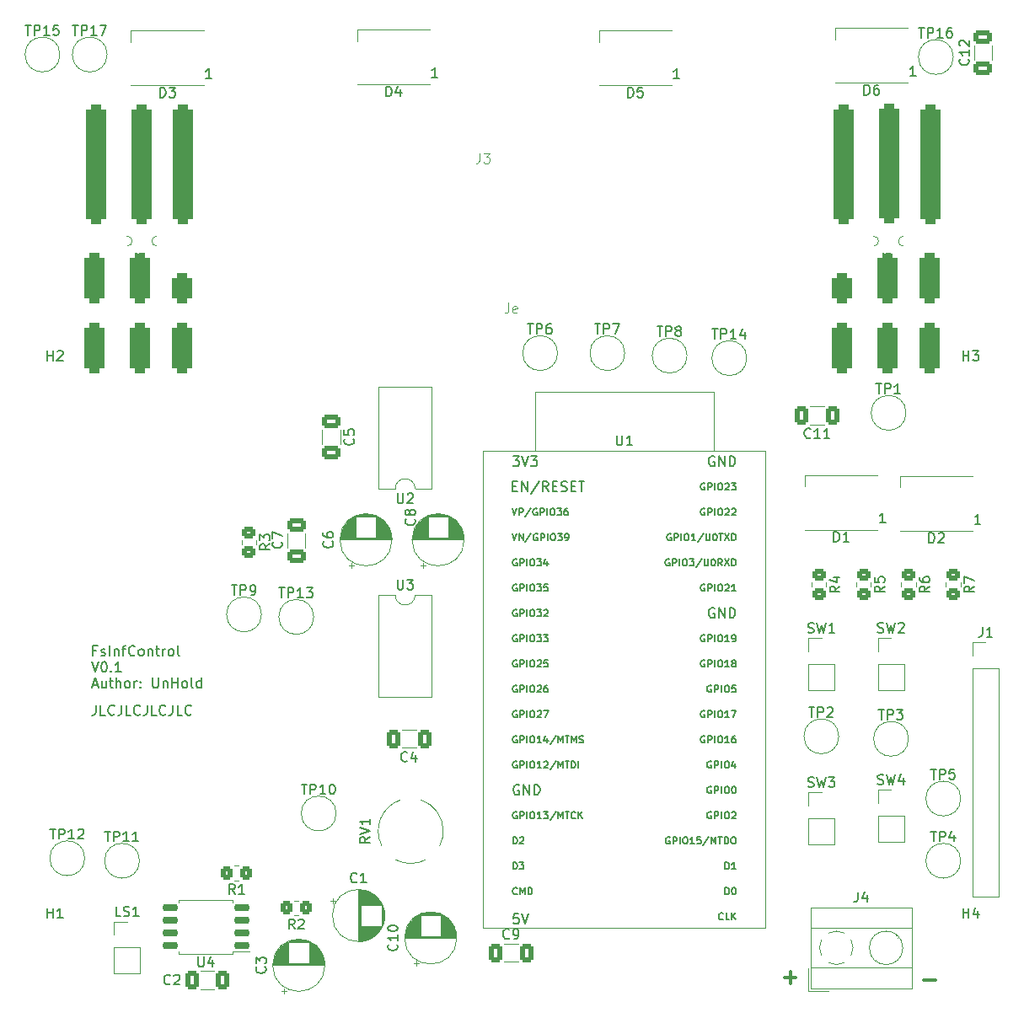
<source format=gto>
%TF.GenerationSoftware,KiCad,Pcbnew,7.0.7*%
%TF.CreationDate,2024-04-29T13:44:55+02:00*%
%TF.ProjectId,IsItOpen,49734974-4f70-4656-9e2e-6b696361645f,rev?*%
%TF.SameCoordinates,Original*%
%TF.FileFunction,Legend,Top*%
%TF.FilePolarity,Positive*%
%FSLAX46Y46*%
G04 Gerber Fmt 4.6, Leading zero omitted, Abs format (unit mm)*
G04 Created by KiCad (PCBNEW 7.0.7) date 2024-04-29 13:44:55*
%MOMM*%
%LPD*%
G01*
G04 APERTURE LIST*
G04 Aperture macros list*
%AMRoundRect*
0 Rectangle with rounded corners*
0 $1 Rounding radius*
0 $2 $3 $4 $5 $6 $7 $8 $9 X,Y pos of 4 corners*
0 Add a 4 corners polygon primitive as box body*
4,1,4,$2,$3,$4,$5,$6,$7,$8,$9,$2,$3,0*
0 Add four circle primitives for the rounded corners*
1,1,$1+$1,$2,$3*
1,1,$1+$1,$4,$5*
1,1,$1+$1,$6,$7*
1,1,$1+$1,$8,$9*
0 Add four rect primitives between the rounded corners*
20,1,$1+$1,$2,$3,$4,$5,0*
20,1,$1+$1,$4,$5,$6,$7,0*
20,1,$1+$1,$6,$7,$8,$9,0*
20,1,$1+$1,$8,$9,$2,$3,0*%
G04 Aperture macros list end*
%ADD10C,0.150000*%
%ADD11C,0.300000*%
%ADD12C,0.100000*%
%ADD13C,0.120000*%
%ADD14RoundRect,0.500000X-0.500000X-5.500000X0.500000X-5.500000X0.500000X5.500000X-0.500000X5.500000X0*%
%ADD15RoundRect,0.500000X-0.500000X-1.000000X0.500000X-1.000000X0.500000X1.000000X-0.500000X1.000000X0*%
%ADD16RoundRect,0.500000X-0.500000X-2.000000X0.500000X-2.000000X0.500000X2.000000X-0.500000X2.000000X0*%
%ADD17R,1.600000X1.600000*%
%ADD18C,1.600000*%
%ADD19RoundRect,0.250000X0.650000X-0.412500X0.650000X0.412500X-0.650000X0.412500X-0.650000X-0.412500X0*%
%ADD20RoundRect,0.250000X0.350000X0.450000X-0.350000X0.450000X-0.350000X-0.450000X0.350000X-0.450000X0*%
%ADD21C,3.000000*%
%ADD22R,1.500000X0.900000*%
%ADD23RoundRect,0.250000X0.412500X0.650000X-0.412500X0.650000X-0.412500X-0.650000X0.412500X-0.650000X0*%
%ADD24R,1.700000X1.700000*%
%ADD25O,1.700000X1.700000*%
%ADD26O,1.600000X1.600000*%
%ADD27RoundRect,0.250000X-0.650000X0.412500X-0.650000X-0.412500X0.650000X-0.412500X0.650000X0.412500X0*%
%ADD28RoundRect,0.250000X-0.450000X0.350000X-0.450000X-0.350000X0.450000X-0.350000X0.450000X0.350000X0*%
%ADD29C,0.500000*%
%ADD30C,3.200000*%
%ADD31RoundRect,0.250000X-0.412500X-0.650000X0.412500X-0.650000X0.412500X0.650000X-0.412500X0.650000X0*%
%ADD32C,1.620000*%
%ADD33R,2.000000X1.200000*%
%ADD34O,2.000000X1.200000*%
%ADD35RoundRect,0.150000X0.650000X0.150000X-0.650000X0.150000X-0.650000X-0.150000X0.650000X-0.150000X0*%
%ADD36R,2.500000X2.500000*%
%ADD37C,2.500000*%
G04 APERTURE END LIST*
D10*
X108122493Y-109869819D02*
X108122493Y-110584104D01*
X108122493Y-110584104D02*
X108074874Y-110726961D01*
X108074874Y-110726961D02*
X107979636Y-110822200D01*
X107979636Y-110822200D02*
X107836779Y-110869819D01*
X107836779Y-110869819D02*
X107741541Y-110869819D01*
X109074874Y-110869819D02*
X108598684Y-110869819D01*
X108598684Y-110869819D02*
X108598684Y-109869819D01*
X109979636Y-110774580D02*
X109932017Y-110822200D01*
X109932017Y-110822200D02*
X109789160Y-110869819D01*
X109789160Y-110869819D02*
X109693922Y-110869819D01*
X109693922Y-110869819D02*
X109551065Y-110822200D01*
X109551065Y-110822200D02*
X109455827Y-110726961D01*
X109455827Y-110726961D02*
X109408208Y-110631723D01*
X109408208Y-110631723D02*
X109360589Y-110441247D01*
X109360589Y-110441247D02*
X109360589Y-110298390D01*
X109360589Y-110298390D02*
X109408208Y-110107914D01*
X109408208Y-110107914D02*
X109455827Y-110012676D01*
X109455827Y-110012676D02*
X109551065Y-109917438D01*
X109551065Y-109917438D02*
X109693922Y-109869819D01*
X109693922Y-109869819D02*
X109789160Y-109869819D01*
X109789160Y-109869819D02*
X109932017Y-109917438D01*
X109932017Y-109917438D02*
X109979636Y-109965057D01*
X110693922Y-109869819D02*
X110693922Y-110584104D01*
X110693922Y-110584104D02*
X110646303Y-110726961D01*
X110646303Y-110726961D02*
X110551065Y-110822200D01*
X110551065Y-110822200D02*
X110408208Y-110869819D01*
X110408208Y-110869819D02*
X110312970Y-110869819D01*
X111646303Y-110869819D02*
X111170113Y-110869819D01*
X111170113Y-110869819D02*
X111170113Y-109869819D01*
X112551065Y-110774580D02*
X112503446Y-110822200D01*
X112503446Y-110822200D02*
X112360589Y-110869819D01*
X112360589Y-110869819D02*
X112265351Y-110869819D01*
X112265351Y-110869819D02*
X112122494Y-110822200D01*
X112122494Y-110822200D02*
X112027256Y-110726961D01*
X112027256Y-110726961D02*
X111979637Y-110631723D01*
X111979637Y-110631723D02*
X111932018Y-110441247D01*
X111932018Y-110441247D02*
X111932018Y-110298390D01*
X111932018Y-110298390D02*
X111979637Y-110107914D01*
X111979637Y-110107914D02*
X112027256Y-110012676D01*
X112027256Y-110012676D02*
X112122494Y-109917438D01*
X112122494Y-109917438D02*
X112265351Y-109869819D01*
X112265351Y-109869819D02*
X112360589Y-109869819D01*
X112360589Y-109869819D02*
X112503446Y-109917438D01*
X112503446Y-109917438D02*
X112551065Y-109965057D01*
X113265351Y-109869819D02*
X113265351Y-110584104D01*
X113265351Y-110584104D02*
X113217732Y-110726961D01*
X113217732Y-110726961D02*
X113122494Y-110822200D01*
X113122494Y-110822200D02*
X112979637Y-110869819D01*
X112979637Y-110869819D02*
X112884399Y-110869819D01*
X114217732Y-110869819D02*
X113741542Y-110869819D01*
X113741542Y-110869819D02*
X113741542Y-109869819D01*
X115122494Y-110774580D02*
X115074875Y-110822200D01*
X115074875Y-110822200D02*
X114932018Y-110869819D01*
X114932018Y-110869819D02*
X114836780Y-110869819D01*
X114836780Y-110869819D02*
X114693923Y-110822200D01*
X114693923Y-110822200D02*
X114598685Y-110726961D01*
X114598685Y-110726961D02*
X114551066Y-110631723D01*
X114551066Y-110631723D02*
X114503447Y-110441247D01*
X114503447Y-110441247D02*
X114503447Y-110298390D01*
X114503447Y-110298390D02*
X114551066Y-110107914D01*
X114551066Y-110107914D02*
X114598685Y-110012676D01*
X114598685Y-110012676D02*
X114693923Y-109917438D01*
X114693923Y-109917438D02*
X114836780Y-109869819D01*
X114836780Y-109869819D02*
X114932018Y-109869819D01*
X114932018Y-109869819D02*
X115074875Y-109917438D01*
X115074875Y-109917438D02*
X115122494Y-109965057D01*
X115836780Y-109869819D02*
X115836780Y-110584104D01*
X115836780Y-110584104D02*
X115789161Y-110726961D01*
X115789161Y-110726961D02*
X115693923Y-110822200D01*
X115693923Y-110822200D02*
X115551066Y-110869819D01*
X115551066Y-110869819D02*
X115455828Y-110869819D01*
X116789161Y-110869819D02*
X116312971Y-110869819D01*
X116312971Y-110869819D02*
X116312971Y-109869819D01*
X117693923Y-110774580D02*
X117646304Y-110822200D01*
X117646304Y-110822200D02*
X117503447Y-110869819D01*
X117503447Y-110869819D02*
X117408209Y-110869819D01*
X117408209Y-110869819D02*
X117265352Y-110822200D01*
X117265352Y-110822200D02*
X117170114Y-110726961D01*
X117170114Y-110726961D02*
X117122495Y-110631723D01*
X117122495Y-110631723D02*
X117074876Y-110441247D01*
X117074876Y-110441247D02*
X117074876Y-110298390D01*
X117074876Y-110298390D02*
X117122495Y-110107914D01*
X117122495Y-110107914D02*
X117170114Y-110012676D01*
X117170114Y-110012676D02*
X117265352Y-109917438D01*
X117265352Y-109917438D02*
X117408209Y-109869819D01*
X117408209Y-109869819D02*
X117503447Y-109869819D01*
X117503447Y-109869819D02*
X117646304Y-109917438D01*
X117646304Y-109917438D02*
X117693923Y-109965057D01*
D11*
X177304510Y-137229400D02*
X178447368Y-137229400D01*
X177875939Y-137800828D02*
X177875939Y-136657971D01*
D10*
X108170112Y-104376009D02*
X107836779Y-104376009D01*
X107836779Y-104899819D02*
X107836779Y-103899819D01*
X107836779Y-103899819D02*
X108312969Y-103899819D01*
X108646303Y-104852200D02*
X108741541Y-104899819D01*
X108741541Y-104899819D02*
X108932017Y-104899819D01*
X108932017Y-104899819D02*
X109027255Y-104852200D01*
X109027255Y-104852200D02*
X109074874Y-104756961D01*
X109074874Y-104756961D02*
X109074874Y-104709342D01*
X109074874Y-104709342D02*
X109027255Y-104614104D01*
X109027255Y-104614104D02*
X108932017Y-104566485D01*
X108932017Y-104566485D02*
X108789160Y-104566485D01*
X108789160Y-104566485D02*
X108693922Y-104518866D01*
X108693922Y-104518866D02*
X108646303Y-104423628D01*
X108646303Y-104423628D02*
X108646303Y-104376009D01*
X108646303Y-104376009D02*
X108693922Y-104280771D01*
X108693922Y-104280771D02*
X108789160Y-104233152D01*
X108789160Y-104233152D02*
X108932017Y-104233152D01*
X108932017Y-104233152D02*
X109027255Y-104280771D01*
X109503446Y-104899819D02*
X109503446Y-103899819D01*
X109979636Y-104233152D02*
X109979636Y-104899819D01*
X109979636Y-104328390D02*
X110027255Y-104280771D01*
X110027255Y-104280771D02*
X110122493Y-104233152D01*
X110122493Y-104233152D02*
X110265350Y-104233152D01*
X110265350Y-104233152D02*
X110360588Y-104280771D01*
X110360588Y-104280771D02*
X110408207Y-104376009D01*
X110408207Y-104376009D02*
X110408207Y-104899819D01*
X110741541Y-104233152D02*
X111122493Y-104233152D01*
X110884398Y-104899819D02*
X110884398Y-104042676D01*
X110884398Y-104042676D02*
X110932017Y-103947438D01*
X110932017Y-103947438D02*
X111027255Y-103899819D01*
X111027255Y-103899819D02*
X111122493Y-103899819D01*
X112027255Y-104804580D02*
X111979636Y-104852200D01*
X111979636Y-104852200D02*
X111836779Y-104899819D01*
X111836779Y-104899819D02*
X111741541Y-104899819D01*
X111741541Y-104899819D02*
X111598684Y-104852200D01*
X111598684Y-104852200D02*
X111503446Y-104756961D01*
X111503446Y-104756961D02*
X111455827Y-104661723D01*
X111455827Y-104661723D02*
X111408208Y-104471247D01*
X111408208Y-104471247D02*
X111408208Y-104328390D01*
X111408208Y-104328390D02*
X111455827Y-104137914D01*
X111455827Y-104137914D02*
X111503446Y-104042676D01*
X111503446Y-104042676D02*
X111598684Y-103947438D01*
X111598684Y-103947438D02*
X111741541Y-103899819D01*
X111741541Y-103899819D02*
X111836779Y-103899819D01*
X111836779Y-103899819D02*
X111979636Y-103947438D01*
X111979636Y-103947438D02*
X112027255Y-103995057D01*
X112598684Y-104899819D02*
X112503446Y-104852200D01*
X112503446Y-104852200D02*
X112455827Y-104804580D01*
X112455827Y-104804580D02*
X112408208Y-104709342D01*
X112408208Y-104709342D02*
X112408208Y-104423628D01*
X112408208Y-104423628D02*
X112455827Y-104328390D01*
X112455827Y-104328390D02*
X112503446Y-104280771D01*
X112503446Y-104280771D02*
X112598684Y-104233152D01*
X112598684Y-104233152D02*
X112741541Y-104233152D01*
X112741541Y-104233152D02*
X112836779Y-104280771D01*
X112836779Y-104280771D02*
X112884398Y-104328390D01*
X112884398Y-104328390D02*
X112932017Y-104423628D01*
X112932017Y-104423628D02*
X112932017Y-104709342D01*
X112932017Y-104709342D02*
X112884398Y-104804580D01*
X112884398Y-104804580D02*
X112836779Y-104852200D01*
X112836779Y-104852200D02*
X112741541Y-104899819D01*
X112741541Y-104899819D02*
X112598684Y-104899819D01*
X113360589Y-104233152D02*
X113360589Y-104899819D01*
X113360589Y-104328390D02*
X113408208Y-104280771D01*
X113408208Y-104280771D02*
X113503446Y-104233152D01*
X113503446Y-104233152D02*
X113646303Y-104233152D01*
X113646303Y-104233152D02*
X113741541Y-104280771D01*
X113741541Y-104280771D02*
X113789160Y-104376009D01*
X113789160Y-104376009D02*
X113789160Y-104899819D01*
X114122494Y-104233152D02*
X114503446Y-104233152D01*
X114265351Y-103899819D02*
X114265351Y-104756961D01*
X114265351Y-104756961D02*
X114312970Y-104852200D01*
X114312970Y-104852200D02*
X114408208Y-104899819D01*
X114408208Y-104899819D02*
X114503446Y-104899819D01*
X114836780Y-104899819D02*
X114836780Y-104233152D01*
X114836780Y-104423628D02*
X114884399Y-104328390D01*
X114884399Y-104328390D02*
X114932018Y-104280771D01*
X114932018Y-104280771D02*
X115027256Y-104233152D01*
X115027256Y-104233152D02*
X115122494Y-104233152D01*
X115598685Y-104899819D02*
X115503447Y-104852200D01*
X115503447Y-104852200D02*
X115455828Y-104804580D01*
X115455828Y-104804580D02*
X115408209Y-104709342D01*
X115408209Y-104709342D02*
X115408209Y-104423628D01*
X115408209Y-104423628D02*
X115455828Y-104328390D01*
X115455828Y-104328390D02*
X115503447Y-104280771D01*
X115503447Y-104280771D02*
X115598685Y-104233152D01*
X115598685Y-104233152D02*
X115741542Y-104233152D01*
X115741542Y-104233152D02*
X115836780Y-104280771D01*
X115836780Y-104280771D02*
X115884399Y-104328390D01*
X115884399Y-104328390D02*
X115932018Y-104423628D01*
X115932018Y-104423628D02*
X115932018Y-104709342D01*
X115932018Y-104709342D02*
X115884399Y-104804580D01*
X115884399Y-104804580D02*
X115836780Y-104852200D01*
X115836780Y-104852200D02*
X115741542Y-104899819D01*
X115741542Y-104899819D02*
X115598685Y-104899819D01*
X116503447Y-104899819D02*
X116408209Y-104852200D01*
X116408209Y-104852200D02*
X116360590Y-104756961D01*
X116360590Y-104756961D02*
X116360590Y-103899819D01*
X107693922Y-105509819D02*
X108027255Y-106509819D01*
X108027255Y-106509819D02*
X108360588Y-105509819D01*
X108884398Y-105509819D02*
X108979636Y-105509819D01*
X108979636Y-105509819D02*
X109074874Y-105557438D01*
X109074874Y-105557438D02*
X109122493Y-105605057D01*
X109122493Y-105605057D02*
X109170112Y-105700295D01*
X109170112Y-105700295D02*
X109217731Y-105890771D01*
X109217731Y-105890771D02*
X109217731Y-106128866D01*
X109217731Y-106128866D02*
X109170112Y-106319342D01*
X109170112Y-106319342D02*
X109122493Y-106414580D01*
X109122493Y-106414580D02*
X109074874Y-106462200D01*
X109074874Y-106462200D02*
X108979636Y-106509819D01*
X108979636Y-106509819D02*
X108884398Y-106509819D01*
X108884398Y-106509819D02*
X108789160Y-106462200D01*
X108789160Y-106462200D02*
X108741541Y-106414580D01*
X108741541Y-106414580D02*
X108693922Y-106319342D01*
X108693922Y-106319342D02*
X108646303Y-106128866D01*
X108646303Y-106128866D02*
X108646303Y-105890771D01*
X108646303Y-105890771D02*
X108693922Y-105700295D01*
X108693922Y-105700295D02*
X108741541Y-105605057D01*
X108741541Y-105605057D02*
X108789160Y-105557438D01*
X108789160Y-105557438D02*
X108884398Y-105509819D01*
X109646303Y-106414580D02*
X109693922Y-106462200D01*
X109693922Y-106462200D02*
X109646303Y-106509819D01*
X109646303Y-106509819D02*
X109598684Y-106462200D01*
X109598684Y-106462200D02*
X109646303Y-106414580D01*
X109646303Y-106414580D02*
X109646303Y-106509819D01*
X110646302Y-106509819D02*
X110074874Y-106509819D01*
X110360588Y-106509819D02*
X110360588Y-105509819D01*
X110360588Y-105509819D02*
X110265350Y-105652676D01*
X110265350Y-105652676D02*
X110170112Y-105747914D01*
X110170112Y-105747914D02*
X110074874Y-105795533D01*
X107789160Y-107834104D02*
X108265350Y-107834104D01*
X107693922Y-108119819D02*
X108027255Y-107119819D01*
X108027255Y-107119819D02*
X108360588Y-108119819D01*
X109122493Y-107453152D02*
X109122493Y-108119819D01*
X108693922Y-107453152D02*
X108693922Y-107976961D01*
X108693922Y-107976961D02*
X108741541Y-108072200D01*
X108741541Y-108072200D02*
X108836779Y-108119819D01*
X108836779Y-108119819D02*
X108979636Y-108119819D01*
X108979636Y-108119819D02*
X109074874Y-108072200D01*
X109074874Y-108072200D02*
X109122493Y-108024580D01*
X109455827Y-107453152D02*
X109836779Y-107453152D01*
X109598684Y-107119819D02*
X109598684Y-107976961D01*
X109598684Y-107976961D02*
X109646303Y-108072200D01*
X109646303Y-108072200D02*
X109741541Y-108119819D01*
X109741541Y-108119819D02*
X109836779Y-108119819D01*
X110170113Y-108119819D02*
X110170113Y-107119819D01*
X110598684Y-108119819D02*
X110598684Y-107596009D01*
X110598684Y-107596009D02*
X110551065Y-107500771D01*
X110551065Y-107500771D02*
X110455827Y-107453152D01*
X110455827Y-107453152D02*
X110312970Y-107453152D01*
X110312970Y-107453152D02*
X110217732Y-107500771D01*
X110217732Y-107500771D02*
X110170113Y-107548390D01*
X111217732Y-108119819D02*
X111122494Y-108072200D01*
X111122494Y-108072200D02*
X111074875Y-108024580D01*
X111074875Y-108024580D02*
X111027256Y-107929342D01*
X111027256Y-107929342D02*
X111027256Y-107643628D01*
X111027256Y-107643628D02*
X111074875Y-107548390D01*
X111074875Y-107548390D02*
X111122494Y-107500771D01*
X111122494Y-107500771D02*
X111217732Y-107453152D01*
X111217732Y-107453152D02*
X111360589Y-107453152D01*
X111360589Y-107453152D02*
X111455827Y-107500771D01*
X111455827Y-107500771D02*
X111503446Y-107548390D01*
X111503446Y-107548390D02*
X111551065Y-107643628D01*
X111551065Y-107643628D02*
X111551065Y-107929342D01*
X111551065Y-107929342D02*
X111503446Y-108024580D01*
X111503446Y-108024580D02*
X111455827Y-108072200D01*
X111455827Y-108072200D02*
X111360589Y-108119819D01*
X111360589Y-108119819D02*
X111217732Y-108119819D01*
X111979637Y-108119819D02*
X111979637Y-107453152D01*
X111979637Y-107643628D02*
X112027256Y-107548390D01*
X112027256Y-107548390D02*
X112074875Y-107500771D01*
X112074875Y-107500771D02*
X112170113Y-107453152D01*
X112170113Y-107453152D02*
X112265351Y-107453152D01*
X112598685Y-108024580D02*
X112646304Y-108072200D01*
X112646304Y-108072200D02*
X112598685Y-108119819D01*
X112598685Y-108119819D02*
X112551066Y-108072200D01*
X112551066Y-108072200D02*
X112598685Y-108024580D01*
X112598685Y-108024580D02*
X112598685Y-108119819D01*
X112598685Y-107500771D02*
X112646304Y-107548390D01*
X112646304Y-107548390D02*
X112598685Y-107596009D01*
X112598685Y-107596009D02*
X112551066Y-107548390D01*
X112551066Y-107548390D02*
X112598685Y-107500771D01*
X112598685Y-107500771D02*
X112598685Y-107596009D01*
X113836780Y-107119819D02*
X113836780Y-107929342D01*
X113836780Y-107929342D02*
X113884399Y-108024580D01*
X113884399Y-108024580D02*
X113932018Y-108072200D01*
X113932018Y-108072200D02*
X114027256Y-108119819D01*
X114027256Y-108119819D02*
X114217732Y-108119819D01*
X114217732Y-108119819D02*
X114312970Y-108072200D01*
X114312970Y-108072200D02*
X114360589Y-108024580D01*
X114360589Y-108024580D02*
X114408208Y-107929342D01*
X114408208Y-107929342D02*
X114408208Y-107119819D01*
X114884399Y-107453152D02*
X114884399Y-108119819D01*
X114884399Y-107548390D02*
X114932018Y-107500771D01*
X114932018Y-107500771D02*
X115027256Y-107453152D01*
X115027256Y-107453152D02*
X115170113Y-107453152D01*
X115170113Y-107453152D02*
X115265351Y-107500771D01*
X115265351Y-107500771D02*
X115312970Y-107596009D01*
X115312970Y-107596009D02*
X115312970Y-108119819D01*
X115789161Y-108119819D02*
X115789161Y-107119819D01*
X115789161Y-107596009D02*
X116360589Y-107596009D01*
X116360589Y-108119819D02*
X116360589Y-107119819D01*
X116979637Y-108119819D02*
X116884399Y-108072200D01*
X116884399Y-108072200D02*
X116836780Y-108024580D01*
X116836780Y-108024580D02*
X116789161Y-107929342D01*
X116789161Y-107929342D02*
X116789161Y-107643628D01*
X116789161Y-107643628D02*
X116836780Y-107548390D01*
X116836780Y-107548390D02*
X116884399Y-107500771D01*
X116884399Y-107500771D02*
X116979637Y-107453152D01*
X116979637Y-107453152D02*
X117122494Y-107453152D01*
X117122494Y-107453152D02*
X117217732Y-107500771D01*
X117217732Y-107500771D02*
X117265351Y-107548390D01*
X117265351Y-107548390D02*
X117312970Y-107643628D01*
X117312970Y-107643628D02*
X117312970Y-107929342D01*
X117312970Y-107929342D02*
X117265351Y-108024580D01*
X117265351Y-108024580D02*
X117217732Y-108072200D01*
X117217732Y-108072200D02*
X117122494Y-108119819D01*
X117122494Y-108119819D02*
X116979637Y-108119819D01*
X117884399Y-108119819D02*
X117789161Y-108072200D01*
X117789161Y-108072200D02*
X117741542Y-107976961D01*
X117741542Y-107976961D02*
X117741542Y-107119819D01*
X118693923Y-108119819D02*
X118693923Y-107119819D01*
X118693923Y-108072200D02*
X118598685Y-108119819D01*
X118598685Y-108119819D02*
X118408209Y-108119819D01*
X118408209Y-108119819D02*
X118312971Y-108072200D01*
X118312971Y-108072200D02*
X118265352Y-108024580D01*
X118265352Y-108024580D02*
X118217733Y-107929342D01*
X118217733Y-107929342D02*
X118217733Y-107643628D01*
X118217733Y-107643628D02*
X118265352Y-107548390D01*
X118265352Y-107548390D02*
X118312971Y-107500771D01*
X118312971Y-107500771D02*
X118408209Y-107453152D01*
X118408209Y-107453152D02*
X118598685Y-107453152D01*
X118598685Y-107453152D02*
X118693923Y-107500771D01*
D11*
X191304510Y-137479400D02*
X192447368Y-137479400D01*
D12*
X146666666Y-54407419D02*
X146666666Y-55121704D01*
X146666666Y-55121704D02*
X146619047Y-55264561D01*
X146619047Y-55264561D02*
X146523809Y-55359800D01*
X146523809Y-55359800D02*
X146380952Y-55407419D01*
X146380952Y-55407419D02*
X146285714Y-55407419D01*
X147047619Y-54407419D02*
X147666666Y-54407419D01*
X147666666Y-54407419D02*
X147333333Y-54788371D01*
X147333333Y-54788371D02*
X147476190Y-54788371D01*
X147476190Y-54788371D02*
X147571428Y-54835990D01*
X147571428Y-54835990D02*
X147619047Y-54883609D01*
X147619047Y-54883609D02*
X147666666Y-54978847D01*
X147666666Y-54978847D02*
X147666666Y-55216942D01*
X147666666Y-55216942D02*
X147619047Y-55312180D01*
X147619047Y-55312180D02*
X147571428Y-55359800D01*
X147571428Y-55359800D02*
X147476190Y-55407419D01*
X147476190Y-55407419D02*
X147190476Y-55407419D01*
X147190476Y-55407419D02*
X147095238Y-55359800D01*
X147095238Y-55359800D02*
X147047619Y-55312180D01*
X149564285Y-69457419D02*
X149564285Y-70171704D01*
X149564285Y-70171704D02*
X149516666Y-70314561D01*
X149516666Y-70314561D02*
X149421428Y-70409800D01*
X149421428Y-70409800D02*
X149278571Y-70457419D01*
X149278571Y-70457419D02*
X149183333Y-70457419D01*
X150421428Y-70409800D02*
X150326190Y-70457419D01*
X150326190Y-70457419D02*
X150135714Y-70457419D01*
X150135714Y-70457419D02*
X150040476Y-70409800D01*
X150040476Y-70409800D02*
X149992857Y-70314561D01*
X149992857Y-70314561D02*
X149992857Y-69933609D01*
X149992857Y-69933609D02*
X150040476Y-69838371D01*
X150040476Y-69838371D02*
X150135714Y-69790752D01*
X150135714Y-69790752D02*
X150326190Y-69790752D01*
X150326190Y-69790752D02*
X150421428Y-69838371D01*
X150421428Y-69838371D02*
X150469047Y-69933609D01*
X150469047Y-69933609D02*
X150469047Y-70028847D01*
X150469047Y-70028847D02*
X149992857Y-70124085D01*
D10*
X125109580Y-136166666D02*
X125157200Y-136214285D01*
X125157200Y-136214285D02*
X125204819Y-136357142D01*
X125204819Y-136357142D02*
X125204819Y-136452380D01*
X125204819Y-136452380D02*
X125157200Y-136595237D01*
X125157200Y-136595237D02*
X125061961Y-136690475D01*
X125061961Y-136690475D02*
X124966723Y-136738094D01*
X124966723Y-136738094D02*
X124776247Y-136785713D01*
X124776247Y-136785713D02*
X124633390Y-136785713D01*
X124633390Y-136785713D02*
X124442914Y-136738094D01*
X124442914Y-136738094D02*
X124347676Y-136690475D01*
X124347676Y-136690475D02*
X124252438Y-136595237D01*
X124252438Y-136595237D02*
X124204819Y-136452380D01*
X124204819Y-136452380D02*
X124204819Y-136357142D01*
X124204819Y-136357142D02*
X124252438Y-136214285D01*
X124252438Y-136214285D02*
X124300057Y-136166666D01*
X124204819Y-135833332D02*
X124204819Y-135214285D01*
X124204819Y-135214285D02*
X124585771Y-135547618D01*
X124585771Y-135547618D02*
X124585771Y-135404761D01*
X124585771Y-135404761D02*
X124633390Y-135309523D01*
X124633390Y-135309523D02*
X124681009Y-135261904D01*
X124681009Y-135261904D02*
X124776247Y-135214285D01*
X124776247Y-135214285D02*
X125014342Y-135214285D01*
X125014342Y-135214285D02*
X125109580Y-135261904D01*
X125109580Y-135261904D02*
X125157200Y-135309523D01*
X125157200Y-135309523D02*
X125204819Y-135404761D01*
X125204819Y-135404761D02*
X125204819Y-135690475D01*
X125204819Y-135690475D02*
X125157200Y-135785713D01*
X125157200Y-135785713D02*
X125109580Y-135833332D01*
X126759580Y-93479166D02*
X126807200Y-93526785D01*
X126807200Y-93526785D02*
X126854819Y-93669642D01*
X126854819Y-93669642D02*
X126854819Y-93764880D01*
X126854819Y-93764880D02*
X126807200Y-93907737D01*
X126807200Y-93907737D02*
X126711961Y-94002975D01*
X126711961Y-94002975D02*
X126616723Y-94050594D01*
X126616723Y-94050594D02*
X126426247Y-94098213D01*
X126426247Y-94098213D02*
X126283390Y-94098213D01*
X126283390Y-94098213D02*
X126092914Y-94050594D01*
X126092914Y-94050594D02*
X125997676Y-94002975D01*
X125997676Y-94002975D02*
X125902438Y-93907737D01*
X125902438Y-93907737D02*
X125854819Y-93764880D01*
X125854819Y-93764880D02*
X125854819Y-93669642D01*
X125854819Y-93669642D02*
X125902438Y-93526785D01*
X125902438Y-93526785D02*
X125950057Y-93479166D01*
X125854819Y-93145832D02*
X125854819Y-92479166D01*
X125854819Y-92479166D02*
X126854819Y-92907737D01*
X128083333Y-132354819D02*
X127750000Y-131878628D01*
X127511905Y-132354819D02*
X127511905Y-131354819D01*
X127511905Y-131354819D02*
X127892857Y-131354819D01*
X127892857Y-131354819D02*
X127988095Y-131402438D01*
X127988095Y-131402438D02*
X128035714Y-131450057D01*
X128035714Y-131450057D02*
X128083333Y-131545295D01*
X128083333Y-131545295D02*
X128083333Y-131688152D01*
X128083333Y-131688152D02*
X128035714Y-131783390D01*
X128035714Y-131783390D02*
X127988095Y-131831009D01*
X127988095Y-131831009D02*
X127892857Y-131878628D01*
X127892857Y-131878628D02*
X127511905Y-131878628D01*
X128464286Y-131450057D02*
X128511905Y-131402438D01*
X128511905Y-131402438D02*
X128607143Y-131354819D01*
X128607143Y-131354819D02*
X128845238Y-131354819D01*
X128845238Y-131354819D02*
X128940476Y-131402438D01*
X128940476Y-131402438D02*
X128988095Y-131450057D01*
X128988095Y-131450057D02*
X129035714Y-131545295D01*
X129035714Y-131545295D02*
X129035714Y-131640533D01*
X129035714Y-131640533D02*
X128988095Y-131783390D01*
X128988095Y-131783390D02*
X128416667Y-132354819D01*
X128416667Y-132354819D02*
X129035714Y-132354819D01*
X140109580Y-91166666D02*
X140157200Y-91214285D01*
X140157200Y-91214285D02*
X140204819Y-91357142D01*
X140204819Y-91357142D02*
X140204819Y-91452380D01*
X140204819Y-91452380D02*
X140157200Y-91595237D01*
X140157200Y-91595237D02*
X140061961Y-91690475D01*
X140061961Y-91690475D02*
X139966723Y-91738094D01*
X139966723Y-91738094D02*
X139776247Y-91785713D01*
X139776247Y-91785713D02*
X139633390Y-91785713D01*
X139633390Y-91785713D02*
X139442914Y-91738094D01*
X139442914Y-91738094D02*
X139347676Y-91690475D01*
X139347676Y-91690475D02*
X139252438Y-91595237D01*
X139252438Y-91595237D02*
X139204819Y-91452380D01*
X139204819Y-91452380D02*
X139204819Y-91357142D01*
X139204819Y-91357142D02*
X139252438Y-91214285D01*
X139252438Y-91214285D02*
X139300057Y-91166666D01*
X139633390Y-90595237D02*
X139585771Y-90690475D01*
X139585771Y-90690475D02*
X139538152Y-90738094D01*
X139538152Y-90738094D02*
X139442914Y-90785713D01*
X139442914Y-90785713D02*
X139395295Y-90785713D01*
X139395295Y-90785713D02*
X139300057Y-90738094D01*
X139300057Y-90738094D02*
X139252438Y-90690475D01*
X139252438Y-90690475D02*
X139204819Y-90595237D01*
X139204819Y-90595237D02*
X139204819Y-90404761D01*
X139204819Y-90404761D02*
X139252438Y-90309523D01*
X139252438Y-90309523D02*
X139300057Y-90261904D01*
X139300057Y-90261904D02*
X139395295Y-90214285D01*
X139395295Y-90214285D02*
X139442914Y-90214285D01*
X139442914Y-90214285D02*
X139538152Y-90261904D01*
X139538152Y-90261904D02*
X139585771Y-90309523D01*
X139585771Y-90309523D02*
X139633390Y-90404761D01*
X139633390Y-90404761D02*
X139633390Y-90595237D01*
X139633390Y-90595237D02*
X139681009Y-90690475D01*
X139681009Y-90690475D02*
X139728628Y-90738094D01*
X139728628Y-90738094D02*
X139823866Y-90785713D01*
X139823866Y-90785713D02*
X140014342Y-90785713D01*
X140014342Y-90785713D02*
X140109580Y-90738094D01*
X140109580Y-90738094D02*
X140157200Y-90690475D01*
X140157200Y-90690475D02*
X140204819Y-90595237D01*
X140204819Y-90595237D02*
X140204819Y-90404761D01*
X140204819Y-90404761D02*
X140157200Y-90309523D01*
X140157200Y-90309523D02*
X140109580Y-90261904D01*
X140109580Y-90261904D02*
X140014342Y-90214285D01*
X140014342Y-90214285D02*
X139823866Y-90214285D01*
X139823866Y-90214285D02*
X139728628Y-90261904D01*
X139728628Y-90261904D02*
X139681009Y-90309523D01*
X139681009Y-90309523D02*
X139633390Y-90404761D01*
X179738095Y-110056819D02*
X180309523Y-110056819D01*
X180023809Y-111056819D02*
X180023809Y-110056819D01*
X180642857Y-111056819D02*
X180642857Y-110056819D01*
X180642857Y-110056819D02*
X181023809Y-110056819D01*
X181023809Y-110056819D02*
X181119047Y-110104438D01*
X181119047Y-110104438D02*
X181166666Y-110152057D01*
X181166666Y-110152057D02*
X181214285Y-110247295D01*
X181214285Y-110247295D02*
X181214285Y-110390152D01*
X181214285Y-110390152D02*
X181166666Y-110485390D01*
X181166666Y-110485390D02*
X181119047Y-110533009D01*
X181119047Y-110533009D02*
X181023809Y-110580628D01*
X181023809Y-110580628D02*
X180642857Y-110580628D01*
X181595238Y-110152057D02*
X181642857Y-110104438D01*
X181642857Y-110104438D02*
X181738095Y-110056819D01*
X181738095Y-110056819D02*
X181976190Y-110056819D01*
X181976190Y-110056819D02*
X182071428Y-110104438D01*
X182071428Y-110104438D02*
X182119047Y-110152057D01*
X182119047Y-110152057D02*
X182166666Y-110247295D01*
X182166666Y-110247295D02*
X182166666Y-110342533D01*
X182166666Y-110342533D02*
X182119047Y-110485390D01*
X182119047Y-110485390D02*
X181547619Y-111056819D01*
X181547619Y-111056819D02*
X182166666Y-111056819D01*
X195759580Y-44955357D02*
X195807200Y-45002976D01*
X195807200Y-45002976D02*
X195854819Y-45145833D01*
X195854819Y-45145833D02*
X195854819Y-45241071D01*
X195854819Y-45241071D02*
X195807200Y-45383928D01*
X195807200Y-45383928D02*
X195711961Y-45479166D01*
X195711961Y-45479166D02*
X195616723Y-45526785D01*
X195616723Y-45526785D02*
X195426247Y-45574404D01*
X195426247Y-45574404D02*
X195283390Y-45574404D01*
X195283390Y-45574404D02*
X195092914Y-45526785D01*
X195092914Y-45526785D02*
X194997676Y-45479166D01*
X194997676Y-45479166D02*
X194902438Y-45383928D01*
X194902438Y-45383928D02*
X194854819Y-45241071D01*
X194854819Y-45241071D02*
X194854819Y-45145833D01*
X194854819Y-45145833D02*
X194902438Y-45002976D01*
X194902438Y-45002976D02*
X194950057Y-44955357D01*
X195854819Y-44002976D02*
X195854819Y-44574404D01*
X195854819Y-44288690D02*
X194854819Y-44288690D01*
X194854819Y-44288690D02*
X194997676Y-44383928D01*
X194997676Y-44383928D02*
X195092914Y-44479166D01*
X195092914Y-44479166D02*
X195140533Y-44574404D01*
X194950057Y-43622023D02*
X194902438Y-43574404D01*
X194902438Y-43574404D02*
X194854819Y-43479166D01*
X194854819Y-43479166D02*
X194854819Y-43241071D01*
X194854819Y-43241071D02*
X194902438Y-43145833D01*
X194902438Y-43145833D02*
X194950057Y-43098214D01*
X194950057Y-43098214D02*
X195045295Y-43050595D01*
X195045295Y-43050595D02*
X195140533Y-43050595D01*
X195140533Y-43050595D02*
X195283390Y-43098214D01*
X195283390Y-43098214D02*
X195854819Y-43669642D01*
X195854819Y-43669642D02*
X195854819Y-43050595D01*
X137261905Y-48704819D02*
X137261905Y-47704819D01*
X137261905Y-47704819D02*
X137500000Y-47704819D01*
X137500000Y-47704819D02*
X137642857Y-47752438D01*
X137642857Y-47752438D02*
X137738095Y-47847676D01*
X137738095Y-47847676D02*
X137785714Y-47942914D01*
X137785714Y-47942914D02*
X137833333Y-48133390D01*
X137833333Y-48133390D02*
X137833333Y-48276247D01*
X137833333Y-48276247D02*
X137785714Y-48466723D01*
X137785714Y-48466723D02*
X137738095Y-48561961D01*
X137738095Y-48561961D02*
X137642857Y-48657200D01*
X137642857Y-48657200D02*
X137500000Y-48704819D01*
X137500000Y-48704819D02*
X137261905Y-48704819D01*
X138690476Y-48038152D02*
X138690476Y-48704819D01*
X138452381Y-47657200D02*
X138214286Y-48371485D01*
X138214286Y-48371485D02*
X138833333Y-48371485D01*
X142435714Y-46804819D02*
X141864286Y-46804819D01*
X142150000Y-46804819D02*
X142150000Y-45804819D01*
X142150000Y-45804819D02*
X142054762Y-45947676D01*
X142054762Y-45947676D02*
X141959524Y-46042914D01*
X141959524Y-46042914D02*
X141864286Y-46090533D01*
X164488095Y-71806819D02*
X165059523Y-71806819D01*
X164773809Y-72806819D02*
X164773809Y-71806819D01*
X165392857Y-72806819D02*
X165392857Y-71806819D01*
X165392857Y-71806819D02*
X165773809Y-71806819D01*
X165773809Y-71806819D02*
X165869047Y-71854438D01*
X165869047Y-71854438D02*
X165916666Y-71902057D01*
X165916666Y-71902057D02*
X165964285Y-71997295D01*
X165964285Y-71997295D02*
X165964285Y-72140152D01*
X165964285Y-72140152D02*
X165916666Y-72235390D01*
X165916666Y-72235390D02*
X165869047Y-72283009D01*
X165869047Y-72283009D02*
X165773809Y-72330628D01*
X165773809Y-72330628D02*
X165392857Y-72330628D01*
X166535714Y-72235390D02*
X166440476Y-72187771D01*
X166440476Y-72187771D02*
X166392857Y-72140152D01*
X166392857Y-72140152D02*
X166345238Y-72044914D01*
X166345238Y-72044914D02*
X166345238Y-71997295D01*
X166345238Y-71997295D02*
X166392857Y-71902057D01*
X166392857Y-71902057D02*
X166440476Y-71854438D01*
X166440476Y-71854438D02*
X166535714Y-71806819D01*
X166535714Y-71806819D02*
X166726190Y-71806819D01*
X166726190Y-71806819D02*
X166821428Y-71854438D01*
X166821428Y-71854438D02*
X166869047Y-71902057D01*
X166869047Y-71902057D02*
X166916666Y-71997295D01*
X166916666Y-71997295D02*
X166916666Y-72044914D01*
X166916666Y-72044914D02*
X166869047Y-72140152D01*
X166869047Y-72140152D02*
X166821428Y-72187771D01*
X166821428Y-72187771D02*
X166726190Y-72235390D01*
X166726190Y-72235390D02*
X166535714Y-72235390D01*
X166535714Y-72235390D02*
X166440476Y-72283009D01*
X166440476Y-72283009D02*
X166392857Y-72330628D01*
X166392857Y-72330628D02*
X166345238Y-72425866D01*
X166345238Y-72425866D02*
X166345238Y-72616342D01*
X166345238Y-72616342D02*
X166392857Y-72711580D01*
X166392857Y-72711580D02*
X166440476Y-72759200D01*
X166440476Y-72759200D02*
X166535714Y-72806819D01*
X166535714Y-72806819D02*
X166726190Y-72806819D01*
X166726190Y-72806819D02*
X166821428Y-72759200D01*
X166821428Y-72759200D02*
X166869047Y-72711580D01*
X166869047Y-72711580D02*
X166916666Y-72616342D01*
X166916666Y-72616342D02*
X166916666Y-72425866D01*
X166916666Y-72425866D02*
X166869047Y-72330628D01*
X166869047Y-72330628D02*
X166821428Y-72283009D01*
X166821428Y-72283009D02*
X166726190Y-72235390D01*
X139395833Y-115459580D02*
X139348214Y-115507200D01*
X139348214Y-115507200D02*
X139205357Y-115554819D01*
X139205357Y-115554819D02*
X139110119Y-115554819D01*
X139110119Y-115554819D02*
X138967262Y-115507200D01*
X138967262Y-115507200D02*
X138872024Y-115411961D01*
X138872024Y-115411961D02*
X138824405Y-115316723D01*
X138824405Y-115316723D02*
X138776786Y-115126247D01*
X138776786Y-115126247D02*
X138776786Y-114983390D01*
X138776786Y-114983390D02*
X138824405Y-114792914D01*
X138824405Y-114792914D02*
X138872024Y-114697676D01*
X138872024Y-114697676D02*
X138967262Y-114602438D01*
X138967262Y-114602438D02*
X139110119Y-114554819D01*
X139110119Y-114554819D02*
X139205357Y-114554819D01*
X139205357Y-114554819D02*
X139348214Y-114602438D01*
X139348214Y-114602438D02*
X139395833Y-114650057D01*
X140252976Y-114888152D02*
X140252976Y-115554819D01*
X140014881Y-114507200D02*
X139776786Y-115221485D01*
X139776786Y-115221485D02*
X140395833Y-115221485D01*
X190761905Y-41806819D02*
X191333333Y-41806819D01*
X191047619Y-42806819D02*
X191047619Y-41806819D01*
X191666667Y-42806819D02*
X191666667Y-41806819D01*
X191666667Y-41806819D02*
X192047619Y-41806819D01*
X192047619Y-41806819D02*
X192142857Y-41854438D01*
X192142857Y-41854438D02*
X192190476Y-41902057D01*
X192190476Y-41902057D02*
X192238095Y-41997295D01*
X192238095Y-41997295D02*
X192238095Y-42140152D01*
X192238095Y-42140152D02*
X192190476Y-42235390D01*
X192190476Y-42235390D02*
X192142857Y-42283009D01*
X192142857Y-42283009D02*
X192047619Y-42330628D01*
X192047619Y-42330628D02*
X191666667Y-42330628D01*
X193190476Y-42806819D02*
X192619048Y-42806819D01*
X192904762Y-42806819D02*
X192904762Y-41806819D01*
X192904762Y-41806819D02*
X192809524Y-41949676D01*
X192809524Y-41949676D02*
X192714286Y-42044914D01*
X192714286Y-42044914D02*
X192619048Y-42092533D01*
X194047619Y-41806819D02*
X193857143Y-41806819D01*
X193857143Y-41806819D02*
X193761905Y-41854438D01*
X193761905Y-41854438D02*
X193714286Y-41902057D01*
X193714286Y-41902057D02*
X193619048Y-42044914D01*
X193619048Y-42044914D02*
X193571429Y-42235390D01*
X193571429Y-42235390D02*
X193571429Y-42616342D01*
X193571429Y-42616342D02*
X193619048Y-42711580D01*
X193619048Y-42711580D02*
X193666667Y-42759200D01*
X193666667Y-42759200D02*
X193761905Y-42806819D01*
X193761905Y-42806819D02*
X193952381Y-42806819D01*
X193952381Y-42806819D02*
X194047619Y-42759200D01*
X194047619Y-42759200D02*
X194095238Y-42711580D01*
X194095238Y-42711580D02*
X194142857Y-42616342D01*
X194142857Y-42616342D02*
X194142857Y-42378247D01*
X194142857Y-42378247D02*
X194095238Y-42283009D01*
X194095238Y-42283009D02*
X194047619Y-42235390D01*
X194047619Y-42235390D02*
X193952381Y-42187771D01*
X193952381Y-42187771D02*
X193761905Y-42187771D01*
X193761905Y-42187771D02*
X193666667Y-42235390D01*
X193666667Y-42235390D02*
X193619048Y-42283009D01*
X193619048Y-42283009D02*
X193571429Y-42378247D01*
X186488095Y-77556819D02*
X187059523Y-77556819D01*
X186773809Y-78556819D02*
X186773809Y-77556819D01*
X187392857Y-78556819D02*
X187392857Y-77556819D01*
X187392857Y-77556819D02*
X187773809Y-77556819D01*
X187773809Y-77556819D02*
X187869047Y-77604438D01*
X187869047Y-77604438D02*
X187916666Y-77652057D01*
X187916666Y-77652057D02*
X187964285Y-77747295D01*
X187964285Y-77747295D02*
X187964285Y-77890152D01*
X187964285Y-77890152D02*
X187916666Y-77985390D01*
X187916666Y-77985390D02*
X187869047Y-78033009D01*
X187869047Y-78033009D02*
X187773809Y-78080628D01*
X187773809Y-78080628D02*
X187392857Y-78080628D01*
X188916666Y-78556819D02*
X188345238Y-78556819D01*
X188630952Y-78556819D02*
X188630952Y-77556819D01*
X188630952Y-77556819D02*
X188535714Y-77699676D01*
X188535714Y-77699676D02*
X188440476Y-77794914D01*
X188440476Y-77794914D02*
X188345238Y-77842533D01*
X134333333Y-127609580D02*
X134285714Y-127657200D01*
X134285714Y-127657200D02*
X134142857Y-127704819D01*
X134142857Y-127704819D02*
X134047619Y-127704819D01*
X134047619Y-127704819D02*
X133904762Y-127657200D01*
X133904762Y-127657200D02*
X133809524Y-127561961D01*
X133809524Y-127561961D02*
X133761905Y-127466723D01*
X133761905Y-127466723D02*
X133714286Y-127276247D01*
X133714286Y-127276247D02*
X133714286Y-127133390D01*
X133714286Y-127133390D02*
X133761905Y-126942914D01*
X133761905Y-126942914D02*
X133809524Y-126847676D01*
X133809524Y-126847676D02*
X133904762Y-126752438D01*
X133904762Y-126752438D02*
X134047619Y-126704819D01*
X134047619Y-126704819D02*
X134142857Y-126704819D01*
X134142857Y-126704819D02*
X134285714Y-126752438D01*
X134285714Y-126752438D02*
X134333333Y-126800057D01*
X135285714Y-127704819D02*
X134714286Y-127704819D01*
X135000000Y-127704819D02*
X135000000Y-126704819D01*
X135000000Y-126704819D02*
X134904762Y-126847676D01*
X134904762Y-126847676D02*
X134809524Y-126942914D01*
X134809524Y-126942914D02*
X134714286Y-126990533D01*
X197166666Y-102014819D02*
X197166666Y-102729104D01*
X197166666Y-102729104D02*
X197119047Y-102871961D01*
X197119047Y-102871961D02*
X197023809Y-102967200D01*
X197023809Y-102967200D02*
X196880952Y-103014819D01*
X196880952Y-103014819D02*
X196785714Y-103014819D01*
X198166666Y-103014819D02*
X197595238Y-103014819D01*
X197880952Y-103014819D02*
X197880952Y-102014819D01*
X197880952Y-102014819D02*
X197785714Y-102157676D01*
X197785714Y-102157676D02*
X197690476Y-102252914D01*
X197690476Y-102252914D02*
X197595238Y-102300533D01*
X121738095Y-97806819D02*
X122309523Y-97806819D01*
X122023809Y-98806819D02*
X122023809Y-97806819D01*
X122642857Y-98806819D02*
X122642857Y-97806819D01*
X122642857Y-97806819D02*
X123023809Y-97806819D01*
X123023809Y-97806819D02*
X123119047Y-97854438D01*
X123119047Y-97854438D02*
X123166666Y-97902057D01*
X123166666Y-97902057D02*
X123214285Y-97997295D01*
X123214285Y-97997295D02*
X123214285Y-98140152D01*
X123214285Y-98140152D02*
X123166666Y-98235390D01*
X123166666Y-98235390D02*
X123119047Y-98283009D01*
X123119047Y-98283009D02*
X123023809Y-98330628D01*
X123023809Y-98330628D02*
X122642857Y-98330628D01*
X123690476Y-98806819D02*
X123880952Y-98806819D01*
X123880952Y-98806819D02*
X123976190Y-98759200D01*
X123976190Y-98759200D02*
X124023809Y-98711580D01*
X124023809Y-98711580D02*
X124119047Y-98568723D01*
X124119047Y-98568723D02*
X124166666Y-98378247D01*
X124166666Y-98378247D02*
X124166666Y-97997295D01*
X124166666Y-97997295D02*
X124119047Y-97902057D01*
X124119047Y-97902057D02*
X124071428Y-97854438D01*
X124071428Y-97854438D02*
X123976190Y-97806819D01*
X123976190Y-97806819D02*
X123785714Y-97806819D01*
X123785714Y-97806819D02*
X123690476Y-97854438D01*
X123690476Y-97854438D02*
X123642857Y-97902057D01*
X123642857Y-97902057D02*
X123595238Y-97997295D01*
X123595238Y-97997295D02*
X123595238Y-98235390D01*
X123595238Y-98235390D02*
X123642857Y-98330628D01*
X123642857Y-98330628D02*
X123690476Y-98378247D01*
X123690476Y-98378247D02*
X123785714Y-98425866D01*
X123785714Y-98425866D02*
X123976190Y-98425866D01*
X123976190Y-98425866D02*
X124071428Y-98378247D01*
X124071428Y-98378247D02*
X124119047Y-98330628D01*
X124119047Y-98330628D02*
X124166666Y-98235390D01*
X191988095Y-122556819D02*
X192559523Y-122556819D01*
X192273809Y-123556819D02*
X192273809Y-122556819D01*
X192892857Y-123556819D02*
X192892857Y-122556819D01*
X192892857Y-122556819D02*
X193273809Y-122556819D01*
X193273809Y-122556819D02*
X193369047Y-122604438D01*
X193369047Y-122604438D02*
X193416666Y-122652057D01*
X193416666Y-122652057D02*
X193464285Y-122747295D01*
X193464285Y-122747295D02*
X193464285Y-122890152D01*
X193464285Y-122890152D02*
X193416666Y-122985390D01*
X193416666Y-122985390D02*
X193369047Y-123033009D01*
X193369047Y-123033009D02*
X193273809Y-123080628D01*
X193273809Y-123080628D02*
X192892857Y-123080628D01*
X194321428Y-122890152D02*
X194321428Y-123556819D01*
X194083333Y-122509200D02*
X193845238Y-123223485D01*
X193845238Y-123223485D02*
X194464285Y-123223485D01*
X138428095Y-97254819D02*
X138428095Y-98064342D01*
X138428095Y-98064342D02*
X138475714Y-98159580D01*
X138475714Y-98159580D02*
X138523333Y-98207200D01*
X138523333Y-98207200D02*
X138618571Y-98254819D01*
X138618571Y-98254819D02*
X138809047Y-98254819D01*
X138809047Y-98254819D02*
X138904285Y-98207200D01*
X138904285Y-98207200D02*
X138951904Y-98159580D01*
X138951904Y-98159580D02*
X138999523Y-98064342D01*
X138999523Y-98064342D02*
X138999523Y-97254819D01*
X139380476Y-97254819D02*
X139999523Y-97254819D01*
X139999523Y-97254819D02*
X139666190Y-97635771D01*
X139666190Y-97635771D02*
X139809047Y-97635771D01*
X139809047Y-97635771D02*
X139904285Y-97683390D01*
X139904285Y-97683390D02*
X139951904Y-97731009D01*
X139951904Y-97731009D02*
X139999523Y-97826247D01*
X139999523Y-97826247D02*
X139999523Y-98064342D01*
X139999523Y-98064342D02*
X139951904Y-98159580D01*
X139951904Y-98159580D02*
X139904285Y-98207200D01*
X139904285Y-98207200D02*
X139809047Y-98254819D01*
X139809047Y-98254819D02*
X139523333Y-98254819D01*
X139523333Y-98254819D02*
X139428095Y-98207200D01*
X139428095Y-98207200D02*
X139380476Y-98159580D01*
X133959580Y-83104166D02*
X134007200Y-83151785D01*
X134007200Y-83151785D02*
X134054819Y-83294642D01*
X134054819Y-83294642D02*
X134054819Y-83389880D01*
X134054819Y-83389880D02*
X134007200Y-83532737D01*
X134007200Y-83532737D02*
X133911961Y-83627975D01*
X133911961Y-83627975D02*
X133816723Y-83675594D01*
X133816723Y-83675594D02*
X133626247Y-83723213D01*
X133626247Y-83723213D02*
X133483390Y-83723213D01*
X133483390Y-83723213D02*
X133292914Y-83675594D01*
X133292914Y-83675594D02*
X133197676Y-83627975D01*
X133197676Y-83627975D02*
X133102438Y-83532737D01*
X133102438Y-83532737D02*
X133054819Y-83389880D01*
X133054819Y-83389880D02*
X133054819Y-83294642D01*
X133054819Y-83294642D02*
X133102438Y-83151785D01*
X133102438Y-83151785D02*
X133150057Y-83104166D01*
X133054819Y-82199404D02*
X133054819Y-82675594D01*
X133054819Y-82675594D02*
X133531009Y-82723213D01*
X133531009Y-82723213D02*
X133483390Y-82675594D01*
X133483390Y-82675594D02*
X133435771Y-82580356D01*
X133435771Y-82580356D02*
X133435771Y-82342261D01*
X133435771Y-82342261D02*
X133483390Y-82247023D01*
X133483390Y-82247023D02*
X133531009Y-82199404D01*
X133531009Y-82199404D02*
X133626247Y-82151785D01*
X133626247Y-82151785D02*
X133864342Y-82151785D01*
X133864342Y-82151785D02*
X133959580Y-82199404D01*
X133959580Y-82199404D02*
X134007200Y-82247023D01*
X134007200Y-82247023D02*
X134054819Y-82342261D01*
X134054819Y-82342261D02*
X134054819Y-82580356D01*
X134054819Y-82580356D02*
X134007200Y-82675594D01*
X134007200Y-82675594D02*
X133959580Y-82723213D01*
X186666667Y-102537200D02*
X186809524Y-102584819D01*
X186809524Y-102584819D02*
X187047619Y-102584819D01*
X187047619Y-102584819D02*
X187142857Y-102537200D01*
X187142857Y-102537200D02*
X187190476Y-102489580D01*
X187190476Y-102489580D02*
X187238095Y-102394342D01*
X187238095Y-102394342D02*
X187238095Y-102299104D01*
X187238095Y-102299104D02*
X187190476Y-102203866D01*
X187190476Y-102203866D02*
X187142857Y-102156247D01*
X187142857Y-102156247D02*
X187047619Y-102108628D01*
X187047619Y-102108628D02*
X186857143Y-102061009D01*
X186857143Y-102061009D02*
X186761905Y-102013390D01*
X186761905Y-102013390D02*
X186714286Y-101965771D01*
X186714286Y-101965771D02*
X186666667Y-101870533D01*
X186666667Y-101870533D02*
X186666667Y-101775295D01*
X186666667Y-101775295D02*
X186714286Y-101680057D01*
X186714286Y-101680057D02*
X186761905Y-101632438D01*
X186761905Y-101632438D02*
X186857143Y-101584819D01*
X186857143Y-101584819D02*
X187095238Y-101584819D01*
X187095238Y-101584819D02*
X187238095Y-101632438D01*
X187571429Y-101584819D02*
X187809524Y-102584819D01*
X187809524Y-102584819D02*
X188000000Y-101870533D01*
X188000000Y-101870533D02*
X188190476Y-102584819D01*
X188190476Y-102584819D02*
X188428572Y-101584819D01*
X188761905Y-101680057D02*
X188809524Y-101632438D01*
X188809524Y-101632438D02*
X188904762Y-101584819D01*
X188904762Y-101584819D02*
X189142857Y-101584819D01*
X189142857Y-101584819D02*
X189238095Y-101632438D01*
X189238095Y-101632438D02*
X189285714Y-101680057D01*
X189285714Y-101680057D02*
X189333333Y-101775295D01*
X189333333Y-101775295D02*
X189333333Y-101870533D01*
X189333333Y-101870533D02*
X189285714Y-102013390D01*
X189285714Y-102013390D02*
X188714286Y-102584819D01*
X188714286Y-102584819D02*
X189333333Y-102584819D01*
X125604819Y-93666666D02*
X125128628Y-93999999D01*
X125604819Y-94238094D02*
X124604819Y-94238094D01*
X124604819Y-94238094D02*
X124604819Y-93857142D01*
X124604819Y-93857142D02*
X124652438Y-93761904D01*
X124652438Y-93761904D02*
X124700057Y-93714285D01*
X124700057Y-93714285D02*
X124795295Y-93666666D01*
X124795295Y-93666666D02*
X124938152Y-93666666D01*
X124938152Y-93666666D02*
X125033390Y-93714285D01*
X125033390Y-93714285D02*
X125081009Y-93761904D01*
X125081009Y-93761904D02*
X125128628Y-93857142D01*
X125128628Y-93857142D02*
X125128628Y-94238094D01*
X124604819Y-93333332D02*
X124604819Y-92714285D01*
X124604819Y-92714285D02*
X124985771Y-93047618D01*
X124985771Y-93047618D02*
X124985771Y-92904761D01*
X124985771Y-92904761D02*
X125033390Y-92809523D01*
X125033390Y-92809523D02*
X125081009Y-92761904D01*
X125081009Y-92761904D02*
X125176247Y-92714285D01*
X125176247Y-92714285D02*
X125414342Y-92714285D01*
X125414342Y-92714285D02*
X125509580Y-92761904D01*
X125509580Y-92761904D02*
X125557200Y-92809523D01*
X125557200Y-92809523D02*
X125604819Y-92904761D01*
X125604819Y-92904761D02*
X125604819Y-93190475D01*
X125604819Y-93190475D02*
X125557200Y-93285713D01*
X125557200Y-93285713D02*
X125509580Y-93333332D01*
X195238095Y-75254819D02*
X195238095Y-74254819D01*
X195238095Y-74731009D02*
X195809523Y-74731009D01*
X195809523Y-75254819D02*
X195809523Y-74254819D01*
X196190476Y-74254819D02*
X196809523Y-74254819D01*
X196809523Y-74254819D02*
X196476190Y-74635771D01*
X196476190Y-74635771D02*
X196619047Y-74635771D01*
X196619047Y-74635771D02*
X196714285Y-74683390D01*
X196714285Y-74683390D02*
X196761904Y-74731009D01*
X196761904Y-74731009D02*
X196809523Y-74826247D01*
X196809523Y-74826247D02*
X196809523Y-75064342D01*
X196809523Y-75064342D02*
X196761904Y-75159580D01*
X196761904Y-75159580D02*
X196714285Y-75207200D01*
X196714285Y-75207200D02*
X196619047Y-75254819D01*
X196619047Y-75254819D02*
X196333333Y-75254819D01*
X196333333Y-75254819D02*
X196238095Y-75207200D01*
X196238095Y-75207200D02*
X196190476Y-75159580D01*
X182261905Y-93454819D02*
X182261905Y-92454819D01*
X182261905Y-92454819D02*
X182500000Y-92454819D01*
X182500000Y-92454819D02*
X182642857Y-92502438D01*
X182642857Y-92502438D02*
X182738095Y-92597676D01*
X182738095Y-92597676D02*
X182785714Y-92692914D01*
X182785714Y-92692914D02*
X182833333Y-92883390D01*
X182833333Y-92883390D02*
X182833333Y-93026247D01*
X182833333Y-93026247D02*
X182785714Y-93216723D01*
X182785714Y-93216723D02*
X182738095Y-93311961D01*
X182738095Y-93311961D02*
X182642857Y-93407200D01*
X182642857Y-93407200D02*
X182500000Y-93454819D01*
X182500000Y-93454819D02*
X182261905Y-93454819D01*
X183785714Y-93454819D02*
X183214286Y-93454819D01*
X183500000Y-93454819D02*
X183500000Y-92454819D01*
X183500000Y-92454819D02*
X183404762Y-92597676D01*
X183404762Y-92597676D02*
X183309524Y-92692914D01*
X183309524Y-92692914D02*
X183214286Y-92740533D01*
X187435714Y-91554819D02*
X186864286Y-91554819D01*
X187150000Y-91554819D02*
X187150000Y-90554819D01*
X187150000Y-90554819D02*
X187054762Y-90697676D01*
X187054762Y-90697676D02*
X186959524Y-90792914D01*
X186959524Y-90792914D02*
X186864286Y-90840533D01*
X191854819Y-97916666D02*
X191378628Y-98249999D01*
X191854819Y-98488094D02*
X190854819Y-98488094D01*
X190854819Y-98488094D02*
X190854819Y-98107142D01*
X190854819Y-98107142D02*
X190902438Y-98011904D01*
X190902438Y-98011904D02*
X190950057Y-97964285D01*
X190950057Y-97964285D02*
X191045295Y-97916666D01*
X191045295Y-97916666D02*
X191188152Y-97916666D01*
X191188152Y-97916666D02*
X191283390Y-97964285D01*
X191283390Y-97964285D02*
X191331009Y-98011904D01*
X191331009Y-98011904D02*
X191378628Y-98107142D01*
X191378628Y-98107142D02*
X191378628Y-98488094D01*
X190854819Y-97059523D02*
X190854819Y-97249999D01*
X190854819Y-97249999D02*
X190902438Y-97345237D01*
X190902438Y-97345237D02*
X190950057Y-97392856D01*
X190950057Y-97392856D02*
X191092914Y-97488094D01*
X191092914Y-97488094D02*
X191283390Y-97535713D01*
X191283390Y-97535713D02*
X191664342Y-97535713D01*
X191664342Y-97535713D02*
X191759580Y-97488094D01*
X191759580Y-97488094D02*
X191807200Y-97440475D01*
X191807200Y-97440475D02*
X191854819Y-97345237D01*
X191854819Y-97345237D02*
X191854819Y-97154761D01*
X191854819Y-97154761D02*
X191807200Y-97059523D01*
X191807200Y-97059523D02*
X191759580Y-97011904D01*
X191759580Y-97011904D02*
X191664342Y-96964285D01*
X191664342Y-96964285D02*
X191426247Y-96964285D01*
X191426247Y-96964285D02*
X191331009Y-97011904D01*
X191331009Y-97011904D02*
X191283390Y-97059523D01*
X191283390Y-97059523D02*
X191235771Y-97154761D01*
X191235771Y-97154761D02*
X191235771Y-97345237D01*
X191235771Y-97345237D02*
X191283390Y-97440475D01*
X191283390Y-97440475D02*
X191331009Y-97488094D01*
X191331009Y-97488094D02*
X191426247Y-97535713D01*
X182854819Y-97916666D02*
X182378628Y-98249999D01*
X182854819Y-98488094D02*
X181854819Y-98488094D01*
X181854819Y-98488094D02*
X181854819Y-98107142D01*
X181854819Y-98107142D02*
X181902438Y-98011904D01*
X181902438Y-98011904D02*
X181950057Y-97964285D01*
X181950057Y-97964285D02*
X182045295Y-97916666D01*
X182045295Y-97916666D02*
X182188152Y-97916666D01*
X182188152Y-97916666D02*
X182283390Y-97964285D01*
X182283390Y-97964285D02*
X182331009Y-98011904D01*
X182331009Y-98011904D02*
X182378628Y-98107142D01*
X182378628Y-98107142D02*
X182378628Y-98488094D01*
X182188152Y-97059523D02*
X182854819Y-97059523D01*
X181807200Y-97297618D02*
X182521485Y-97535713D01*
X182521485Y-97535713D02*
X182521485Y-96916666D01*
X185311905Y-48554819D02*
X185311905Y-47554819D01*
X185311905Y-47554819D02*
X185550000Y-47554819D01*
X185550000Y-47554819D02*
X185692857Y-47602438D01*
X185692857Y-47602438D02*
X185788095Y-47697676D01*
X185788095Y-47697676D02*
X185835714Y-47792914D01*
X185835714Y-47792914D02*
X185883333Y-47983390D01*
X185883333Y-47983390D02*
X185883333Y-48126247D01*
X185883333Y-48126247D02*
X185835714Y-48316723D01*
X185835714Y-48316723D02*
X185788095Y-48411961D01*
X185788095Y-48411961D02*
X185692857Y-48507200D01*
X185692857Y-48507200D02*
X185550000Y-48554819D01*
X185550000Y-48554819D02*
X185311905Y-48554819D01*
X186740476Y-47554819D02*
X186550000Y-47554819D01*
X186550000Y-47554819D02*
X186454762Y-47602438D01*
X186454762Y-47602438D02*
X186407143Y-47650057D01*
X186407143Y-47650057D02*
X186311905Y-47792914D01*
X186311905Y-47792914D02*
X186264286Y-47983390D01*
X186264286Y-47983390D02*
X186264286Y-48364342D01*
X186264286Y-48364342D02*
X186311905Y-48459580D01*
X186311905Y-48459580D02*
X186359524Y-48507200D01*
X186359524Y-48507200D02*
X186454762Y-48554819D01*
X186454762Y-48554819D02*
X186645238Y-48554819D01*
X186645238Y-48554819D02*
X186740476Y-48507200D01*
X186740476Y-48507200D02*
X186788095Y-48459580D01*
X186788095Y-48459580D02*
X186835714Y-48364342D01*
X186835714Y-48364342D02*
X186835714Y-48126247D01*
X186835714Y-48126247D02*
X186788095Y-48031009D01*
X186788095Y-48031009D02*
X186740476Y-47983390D01*
X186740476Y-47983390D02*
X186645238Y-47935771D01*
X186645238Y-47935771D02*
X186454762Y-47935771D01*
X186454762Y-47935771D02*
X186359524Y-47983390D01*
X186359524Y-47983390D02*
X186311905Y-48031009D01*
X186311905Y-48031009D02*
X186264286Y-48126247D01*
X190485714Y-46654819D02*
X189914286Y-46654819D01*
X190200000Y-46654819D02*
X190200000Y-45654819D01*
X190200000Y-45654819D02*
X190104762Y-45797676D01*
X190104762Y-45797676D02*
X190009524Y-45892914D01*
X190009524Y-45892914D02*
X189914286Y-45940533D01*
X126511905Y-98056819D02*
X127083333Y-98056819D01*
X126797619Y-99056819D02*
X126797619Y-98056819D01*
X127416667Y-99056819D02*
X127416667Y-98056819D01*
X127416667Y-98056819D02*
X127797619Y-98056819D01*
X127797619Y-98056819D02*
X127892857Y-98104438D01*
X127892857Y-98104438D02*
X127940476Y-98152057D01*
X127940476Y-98152057D02*
X127988095Y-98247295D01*
X127988095Y-98247295D02*
X127988095Y-98390152D01*
X127988095Y-98390152D02*
X127940476Y-98485390D01*
X127940476Y-98485390D02*
X127892857Y-98533009D01*
X127892857Y-98533009D02*
X127797619Y-98580628D01*
X127797619Y-98580628D02*
X127416667Y-98580628D01*
X128940476Y-99056819D02*
X128369048Y-99056819D01*
X128654762Y-99056819D02*
X128654762Y-98056819D01*
X128654762Y-98056819D02*
X128559524Y-98199676D01*
X128559524Y-98199676D02*
X128464286Y-98294914D01*
X128464286Y-98294914D02*
X128369048Y-98342533D01*
X129273810Y-98056819D02*
X129892857Y-98056819D01*
X129892857Y-98056819D02*
X129559524Y-98437771D01*
X129559524Y-98437771D02*
X129702381Y-98437771D01*
X129702381Y-98437771D02*
X129797619Y-98485390D01*
X129797619Y-98485390D02*
X129845238Y-98533009D01*
X129845238Y-98533009D02*
X129892857Y-98628247D01*
X129892857Y-98628247D02*
X129892857Y-98866342D01*
X129892857Y-98866342D02*
X129845238Y-98961580D01*
X129845238Y-98961580D02*
X129797619Y-99009200D01*
X129797619Y-99009200D02*
X129702381Y-99056819D01*
X129702381Y-99056819D02*
X129416667Y-99056819D01*
X129416667Y-99056819D02*
X129321429Y-99009200D01*
X129321429Y-99009200D02*
X129273810Y-98961580D01*
X161561905Y-48804819D02*
X161561905Y-47804819D01*
X161561905Y-47804819D02*
X161800000Y-47804819D01*
X161800000Y-47804819D02*
X161942857Y-47852438D01*
X161942857Y-47852438D02*
X162038095Y-47947676D01*
X162038095Y-47947676D02*
X162085714Y-48042914D01*
X162085714Y-48042914D02*
X162133333Y-48233390D01*
X162133333Y-48233390D02*
X162133333Y-48376247D01*
X162133333Y-48376247D02*
X162085714Y-48566723D01*
X162085714Y-48566723D02*
X162038095Y-48661961D01*
X162038095Y-48661961D02*
X161942857Y-48757200D01*
X161942857Y-48757200D02*
X161800000Y-48804819D01*
X161800000Y-48804819D02*
X161561905Y-48804819D01*
X163038095Y-47804819D02*
X162561905Y-47804819D01*
X162561905Y-47804819D02*
X162514286Y-48281009D01*
X162514286Y-48281009D02*
X162561905Y-48233390D01*
X162561905Y-48233390D02*
X162657143Y-48185771D01*
X162657143Y-48185771D02*
X162895238Y-48185771D01*
X162895238Y-48185771D02*
X162990476Y-48233390D01*
X162990476Y-48233390D02*
X163038095Y-48281009D01*
X163038095Y-48281009D02*
X163085714Y-48376247D01*
X163085714Y-48376247D02*
X163085714Y-48614342D01*
X163085714Y-48614342D02*
X163038095Y-48709580D01*
X163038095Y-48709580D02*
X162990476Y-48757200D01*
X162990476Y-48757200D02*
X162895238Y-48804819D01*
X162895238Y-48804819D02*
X162657143Y-48804819D01*
X162657143Y-48804819D02*
X162561905Y-48757200D01*
X162561905Y-48757200D02*
X162514286Y-48709580D01*
X166735714Y-46904819D02*
X166164286Y-46904819D01*
X166450000Y-46904819D02*
X166450000Y-45904819D01*
X166450000Y-45904819D02*
X166354762Y-46047676D01*
X166354762Y-46047676D02*
X166259524Y-46142914D01*
X166259524Y-46142914D02*
X166164286Y-46190533D01*
X110607142Y-131084819D02*
X110130952Y-131084819D01*
X110130952Y-131084819D02*
X110130952Y-130084819D01*
X110892857Y-131037200D02*
X111035714Y-131084819D01*
X111035714Y-131084819D02*
X111273809Y-131084819D01*
X111273809Y-131084819D02*
X111369047Y-131037200D01*
X111369047Y-131037200D02*
X111416666Y-130989580D01*
X111416666Y-130989580D02*
X111464285Y-130894342D01*
X111464285Y-130894342D02*
X111464285Y-130799104D01*
X111464285Y-130799104D02*
X111416666Y-130703866D01*
X111416666Y-130703866D02*
X111369047Y-130656247D01*
X111369047Y-130656247D02*
X111273809Y-130608628D01*
X111273809Y-130608628D02*
X111083333Y-130561009D01*
X111083333Y-130561009D02*
X110988095Y-130513390D01*
X110988095Y-130513390D02*
X110940476Y-130465771D01*
X110940476Y-130465771D02*
X110892857Y-130370533D01*
X110892857Y-130370533D02*
X110892857Y-130275295D01*
X110892857Y-130275295D02*
X110940476Y-130180057D01*
X110940476Y-130180057D02*
X110988095Y-130132438D01*
X110988095Y-130132438D02*
X111083333Y-130084819D01*
X111083333Y-130084819D02*
X111321428Y-130084819D01*
X111321428Y-130084819D02*
X111464285Y-130132438D01*
X112416666Y-131084819D02*
X111845238Y-131084819D01*
X112130952Y-131084819D02*
X112130952Y-130084819D01*
X112130952Y-130084819D02*
X112035714Y-130227676D01*
X112035714Y-130227676D02*
X111940476Y-130322914D01*
X111940476Y-130322914D02*
X111845238Y-130370533D01*
X179666667Y-118052200D02*
X179809524Y-118099819D01*
X179809524Y-118099819D02*
X180047619Y-118099819D01*
X180047619Y-118099819D02*
X180142857Y-118052200D01*
X180142857Y-118052200D02*
X180190476Y-118004580D01*
X180190476Y-118004580D02*
X180238095Y-117909342D01*
X180238095Y-117909342D02*
X180238095Y-117814104D01*
X180238095Y-117814104D02*
X180190476Y-117718866D01*
X180190476Y-117718866D02*
X180142857Y-117671247D01*
X180142857Y-117671247D02*
X180047619Y-117623628D01*
X180047619Y-117623628D02*
X179857143Y-117576009D01*
X179857143Y-117576009D02*
X179761905Y-117528390D01*
X179761905Y-117528390D02*
X179714286Y-117480771D01*
X179714286Y-117480771D02*
X179666667Y-117385533D01*
X179666667Y-117385533D02*
X179666667Y-117290295D01*
X179666667Y-117290295D02*
X179714286Y-117195057D01*
X179714286Y-117195057D02*
X179761905Y-117147438D01*
X179761905Y-117147438D02*
X179857143Y-117099819D01*
X179857143Y-117099819D02*
X180095238Y-117099819D01*
X180095238Y-117099819D02*
X180238095Y-117147438D01*
X180571429Y-117099819D02*
X180809524Y-118099819D01*
X180809524Y-118099819D02*
X181000000Y-117385533D01*
X181000000Y-117385533D02*
X181190476Y-118099819D01*
X181190476Y-118099819D02*
X181428572Y-117099819D01*
X181714286Y-117099819D02*
X182333333Y-117099819D01*
X182333333Y-117099819D02*
X182000000Y-117480771D01*
X182000000Y-117480771D02*
X182142857Y-117480771D01*
X182142857Y-117480771D02*
X182238095Y-117528390D01*
X182238095Y-117528390D02*
X182285714Y-117576009D01*
X182285714Y-117576009D02*
X182333333Y-117671247D01*
X182333333Y-117671247D02*
X182333333Y-117909342D01*
X182333333Y-117909342D02*
X182285714Y-118004580D01*
X182285714Y-118004580D02*
X182238095Y-118052200D01*
X182238095Y-118052200D02*
X182142857Y-118099819D01*
X182142857Y-118099819D02*
X181857143Y-118099819D01*
X181857143Y-118099819D02*
X181761905Y-118052200D01*
X181761905Y-118052200D02*
X181714286Y-118004580D01*
X114561905Y-48804819D02*
X114561905Y-47804819D01*
X114561905Y-47804819D02*
X114800000Y-47804819D01*
X114800000Y-47804819D02*
X114942857Y-47852438D01*
X114942857Y-47852438D02*
X115038095Y-47947676D01*
X115038095Y-47947676D02*
X115085714Y-48042914D01*
X115085714Y-48042914D02*
X115133333Y-48233390D01*
X115133333Y-48233390D02*
X115133333Y-48376247D01*
X115133333Y-48376247D02*
X115085714Y-48566723D01*
X115085714Y-48566723D02*
X115038095Y-48661961D01*
X115038095Y-48661961D02*
X114942857Y-48757200D01*
X114942857Y-48757200D02*
X114800000Y-48804819D01*
X114800000Y-48804819D02*
X114561905Y-48804819D01*
X115466667Y-47804819D02*
X116085714Y-47804819D01*
X116085714Y-47804819D02*
X115752381Y-48185771D01*
X115752381Y-48185771D02*
X115895238Y-48185771D01*
X115895238Y-48185771D02*
X115990476Y-48233390D01*
X115990476Y-48233390D02*
X116038095Y-48281009D01*
X116038095Y-48281009D02*
X116085714Y-48376247D01*
X116085714Y-48376247D02*
X116085714Y-48614342D01*
X116085714Y-48614342D02*
X116038095Y-48709580D01*
X116038095Y-48709580D02*
X115990476Y-48757200D01*
X115990476Y-48757200D02*
X115895238Y-48804819D01*
X115895238Y-48804819D02*
X115609524Y-48804819D01*
X115609524Y-48804819D02*
X115514286Y-48757200D01*
X115514286Y-48757200D02*
X115466667Y-48709580D01*
X119735714Y-46904819D02*
X119164286Y-46904819D01*
X119450000Y-46904819D02*
X119450000Y-45904819D01*
X119450000Y-45904819D02*
X119354762Y-46047676D01*
X119354762Y-46047676D02*
X119259524Y-46142914D01*
X119259524Y-46142914D02*
X119164286Y-46190533D01*
X103238095Y-131254819D02*
X103238095Y-130254819D01*
X103238095Y-130731009D02*
X103809523Y-130731009D01*
X103809523Y-131254819D02*
X103809523Y-130254819D01*
X104809523Y-131254819D02*
X104238095Y-131254819D01*
X104523809Y-131254819D02*
X104523809Y-130254819D01*
X104523809Y-130254819D02*
X104428571Y-130397676D01*
X104428571Y-130397676D02*
X104333333Y-130492914D01*
X104333333Y-130492914D02*
X104238095Y-130540533D01*
X109011905Y-122556819D02*
X109583333Y-122556819D01*
X109297619Y-123556819D02*
X109297619Y-122556819D01*
X109916667Y-123556819D02*
X109916667Y-122556819D01*
X109916667Y-122556819D02*
X110297619Y-122556819D01*
X110297619Y-122556819D02*
X110392857Y-122604438D01*
X110392857Y-122604438D02*
X110440476Y-122652057D01*
X110440476Y-122652057D02*
X110488095Y-122747295D01*
X110488095Y-122747295D02*
X110488095Y-122890152D01*
X110488095Y-122890152D02*
X110440476Y-122985390D01*
X110440476Y-122985390D02*
X110392857Y-123033009D01*
X110392857Y-123033009D02*
X110297619Y-123080628D01*
X110297619Y-123080628D02*
X109916667Y-123080628D01*
X111440476Y-123556819D02*
X110869048Y-123556819D01*
X111154762Y-123556819D02*
X111154762Y-122556819D01*
X111154762Y-122556819D02*
X111059524Y-122699676D01*
X111059524Y-122699676D02*
X110964286Y-122794914D01*
X110964286Y-122794914D02*
X110869048Y-122842533D01*
X112392857Y-123556819D02*
X111821429Y-123556819D01*
X112107143Y-123556819D02*
X112107143Y-122556819D01*
X112107143Y-122556819D02*
X112011905Y-122699676D01*
X112011905Y-122699676D02*
X111916667Y-122794914D01*
X111916667Y-122794914D02*
X111821429Y-122842533D01*
X115583333Y-137859580D02*
X115535714Y-137907200D01*
X115535714Y-137907200D02*
X115392857Y-137954819D01*
X115392857Y-137954819D02*
X115297619Y-137954819D01*
X115297619Y-137954819D02*
X115154762Y-137907200D01*
X115154762Y-137907200D02*
X115059524Y-137811961D01*
X115059524Y-137811961D02*
X115011905Y-137716723D01*
X115011905Y-137716723D02*
X114964286Y-137526247D01*
X114964286Y-137526247D02*
X114964286Y-137383390D01*
X114964286Y-137383390D02*
X115011905Y-137192914D01*
X115011905Y-137192914D02*
X115059524Y-137097676D01*
X115059524Y-137097676D02*
X115154762Y-137002438D01*
X115154762Y-137002438D02*
X115297619Y-136954819D01*
X115297619Y-136954819D02*
X115392857Y-136954819D01*
X115392857Y-136954819D02*
X115535714Y-137002438D01*
X115535714Y-137002438D02*
X115583333Y-137050057D01*
X115964286Y-137050057D02*
X116011905Y-137002438D01*
X116011905Y-137002438D02*
X116107143Y-136954819D01*
X116107143Y-136954819D02*
X116345238Y-136954819D01*
X116345238Y-136954819D02*
X116440476Y-137002438D01*
X116440476Y-137002438D02*
X116488095Y-137050057D01*
X116488095Y-137050057D02*
X116535714Y-137145295D01*
X116535714Y-137145295D02*
X116535714Y-137240533D01*
X116535714Y-137240533D02*
X116488095Y-137383390D01*
X116488095Y-137383390D02*
X115916667Y-137954819D01*
X115916667Y-137954819D02*
X116535714Y-137954819D01*
X128761905Y-117806819D02*
X129333333Y-117806819D01*
X129047619Y-118806819D02*
X129047619Y-117806819D01*
X129666667Y-118806819D02*
X129666667Y-117806819D01*
X129666667Y-117806819D02*
X130047619Y-117806819D01*
X130047619Y-117806819D02*
X130142857Y-117854438D01*
X130142857Y-117854438D02*
X130190476Y-117902057D01*
X130190476Y-117902057D02*
X130238095Y-117997295D01*
X130238095Y-117997295D02*
X130238095Y-118140152D01*
X130238095Y-118140152D02*
X130190476Y-118235390D01*
X130190476Y-118235390D02*
X130142857Y-118283009D01*
X130142857Y-118283009D02*
X130047619Y-118330628D01*
X130047619Y-118330628D02*
X129666667Y-118330628D01*
X131190476Y-118806819D02*
X130619048Y-118806819D01*
X130904762Y-118806819D02*
X130904762Y-117806819D01*
X130904762Y-117806819D02*
X130809524Y-117949676D01*
X130809524Y-117949676D02*
X130714286Y-118044914D01*
X130714286Y-118044914D02*
X130619048Y-118092533D01*
X131809524Y-117806819D02*
X131904762Y-117806819D01*
X131904762Y-117806819D02*
X132000000Y-117854438D01*
X132000000Y-117854438D02*
X132047619Y-117902057D01*
X132047619Y-117902057D02*
X132095238Y-117997295D01*
X132095238Y-117997295D02*
X132142857Y-118187771D01*
X132142857Y-118187771D02*
X132142857Y-118425866D01*
X132142857Y-118425866D02*
X132095238Y-118616342D01*
X132095238Y-118616342D02*
X132047619Y-118711580D01*
X132047619Y-118711580D02*
X132000000Y-118759200D01*
X132000000Y-118759200D02*
X131904762Y-118806819D01*
X131904762Y-118806819D02*
X131809524Y-118806819D01*
X131809524Y-118806819D02*
X131714286Y-118759200D01*
X131714286Y-118759200D02*
X131666667Y-118711580D01*
X131666667Y-118711580D02*
X131619048Y-118616342D01*
X131619048Y-118616342D02*
X131571429Y-118425866D01*
X131571429Y-118425866D02*
X131571429Y-118187771D01*
X131571429Y-118187771D02*
X131619048Y-117997295D01*
X131619048Y-117997295D02*
X131666667Y-117902057D01*
X131666667Y-117902057D02*
X131714286Y-117854438D01*
X131714286Y-117854438D02*
X131809524Y-117806819D01*
X158238095Y-71556819D02*
X158809523Y-71556819D01*
X158523809Y-72556819D02*
X158523809Y-71556819D01*
X159142857Y-72556819D02*
X159142857Y-71556819D01*
X159142857Y-71556819D02*
X159523809Y-71556819D01*
X159523809Y-71556819D02*
X159619047Y-71604438D01*
X159619047Y-71604438D02*
X159666666Y-71652057D01*
X159666666Y-71652057D02*
X159714285Y-71747295D01*
X159714285Y-71747295D02*
X159714285Y-71890152D01*
X159714285Y-71890152D02*
X159666666Y-71985390D01*
X159666666Y-71985390D02*
X159619047Y-72033009D01*
X159619047Y-72033009D02*
X159523809Y-72080628D01*
X159523809Y-72080628D02*
X159142857Y-72080628D01*
X160047619Y-71556819D02*
X160714285Y-71556819D01*
X160714285Y-71556819D02*
X160285714Y-72556819D01*
X170011905Y-72056819D02*
X170583333Y-72056819D01*
X170297619Y-73056819D02*
X170297619Y-72056819D01*
X170916667Y-73056819D02*
X170916667Y-72056819D01*
X170916667Y-72056819D02*
X171297619Y-72056819D01*
X171297619Y-72056819D02*
X171392857Y-72104438D01*
X171392857Y-72104438D02*
X171440476Y-72152057D01*
X171440476Y-72152057D02*
X171488095Y-72247295D01*
X171488095Y-72247295D02*
X171488095Y-72390152D01*
X171488095Y-72390152D02*
X171440476Y-72485390D01*
X171440476Y-72485390D02*
X171392857Y-72533009D01*
X171392857Y-72533009D02*
X171297619Y-72580628D01*
X171297619Y-72580628D02*
X170916667Y-72580628D01*
X172440476Y-73056819D02*
X171869048Y-73056819D01*
X172154762Y-73056819D02*
X172154762Y-72056819D01*
X172154762Y-72056819D02*
X172059524Y-72199676D01*
X172059524Y-72199676D02*
X171964286Y-72294914D01*
X171964286Y-72294914D02*
X171869048Y-72342533D01*
X173297619Y-72390152D02*
X173297619Y-73056819D01*
X173059524Y-72009200D02*
X172821429Y-72723485D01*
X172821429Y-72723485D02*
X173440476Y-72723485D01*
X103238095Y-75254819D02*
X103238095Y-74254819D01*
X103238095Y-74731009D02*
X103809523Y-74731009D01*
X103809523Y-75254819D02*
X103809523Y-74254819D01*
X104238095Y-74350057D02*
X104285714Y-74302438D01*
X104285714Y-74302438D02*
X104380952Y-74254819D01*
X104380952Y-74254819D02*
X104619047Y-74254819D01*
X104619047Y-74254819D02*
X104714285Y-74302438D01*
X104714285Y-74302438D02*
X104761904Y-74350057D01*
X104761904Y-74350057D02*
X104809523Y-74445295D01*
X104809523Y-74445295D02*
X104809523Y-74540533D01*
X104809523Y-74540533D02*
X104761904Y-74683390D01*
X104761904Y-74683390D02*
X104190476Y-75254819D01*
X104190476Y-75254819D02*
X104809523Y-75254819D01*
X151488095Y-71556819D02*
X152059523Y-71556819D01*
X151773809Y-72556819D02*
X151773809Y-71556819D01*
X152392857Y-72556819D02*
X152392857Y-71556819D01*
X152392857Y-71556819D02*
X152773809Y-71556819D01*
X152773809Y-71556819D02*
X152869047Y-71604438D01*
X152869047Y-71604438D02*
X152916666Y-71652057D01*
X152916666Y-71652057D02*
X152964285Y-71747295D01*
X152964285Y-71747295D02*
X152964285Y-71890152D01*
X152964285Y-71890152D02*
X152916666Y-71985390D01*
X152916666Y-71985390D02*
X152869047Y-72033009D01*
X152869047Y-72033009D02*
X152773809Y-72080628D01*
X152773809Y-72080628D02*
X152392857Y-72080628D01*
X153821428Y-71556819D02*
X153630952Y-71556819D01*
X153630952Y-71556819D02*
X153535714Y-71604438D01*
X153535714Y-71604438D02*
X153488095Y-71652057D01*
X153488095Y-71652057D02*
X153392857Y-71794914D01*
X153392857Y-71794914D02*
X153345238Y-71985390D01*
X153345238Y-71985390D02*
X153345238Y-72366342D01*
X153345238Y-72366342D02*
X153392857Y-72461580D01*
X153392857Y-72461580D02*
X153440476Y-72509200D01*
X153440476Y-72509200D02*
X153535714Y-72556819D01*
X153535714Y-72556819D02*
X153726190Y-72556819D01*
X153726190Y-72556819D02*
X153821428Y-72509200D01*
X153821428Y-72509200D02*
X153869047Y-72461580D01*
X153869047Y-72461580D02*
X153916666Y-72366342D01*
X153916666Y-72366342D02*
X153916666Y-72128247D01*
X153916666Y-72128247D02*
X153869047Y-72033009D01*
X153869047Y-72033009D02*
X153821428Y-71985390D01*
X153821428Y-71985390D02*
X153726190Y-71937771D01*
X153726190Y-71937771D02*
X153535714Y-71937771D01*
X153535714Y-71937771D02*
X153440476Y-71985390D01*
X153440476Y-71985390D02*
X153392857Y-72033009D01*
X153392857Y-72033009D02*
X153345238Y-72128247D01*
X135644819Y-123095238D02*
X135168628Y-123428571D01*
X135644819Y-123666666D02*
X134644819Y-123666666D01*
X134644819Y-123666666D02*
X134644819Y-123285714D01*
X134644819Y-123285714D02*
X134692438Y-123190476D01*
X134692438Y-123190476D02*
X134740057Y-123142857D01*
X134740057Y-123142857D02*
X134835295Y-123095238D01*
X134835295Y-123095238D02*
X134978152Y-123095238D01*
X134978152Y-123095238D02*
X135073390Y-123142857D01*
X135073390Y-123142857D02*
X135121009Y-123190476D01*
X135121009Y-123190476D02*
X135168628Y-123285714D01*
X135168628Y-123285714D02*
X135168628Y-123666666D01*
X134644819Y-122809523D02*
X135644819Y-122476190D01*
X135644819Y-122476190D02*
X134644819Y-122142857D01*
X135644819Y-121285714D02*
X135644819Y-121857142D01*
X135644819Y-121571428D02*
X134644819Y-121571428D01*
X134644819Y-121571428D02*
X134787676Y-121666666D01*
X134787676Y-121666666D02*
X134882914Y-121761904D01*
X134882914Y-121761904D02*
X134930533Y-121857142D01*
X101011905Y-41556819D02*
X101583333Y-41556819D01*
X101297619Y-42556819D02*
X101297619Y-41556819D01*
X101916667Y-42556819D02*
X101916667Y-41556819D01*
X101916667Y-41556819D02*
X102297619Y-41556819D01*
X102297619Y-41556819D02*
X102392857Y-41604438D01*
X102392857Y-41604438D02*
X102440476Y-41652057D01*
X102440476Y-41652057D02*
X102488095Y-41747295D01*
X102488095Y-41747295D02*
X102488095Y-41890152D01*
X102488095Y-41890152D02*
X102440476Y-41985390D01*
X102440476Y-41985390D02*
X102392857Y-42033009D01*
X102392857Y-42033009D02*
X102297619Y-42080628D01*
X102297619Y-42080628D02*
X101916667Y-42080628D01*
X103440476Y-42556819D02*
X102869048Y-42556819D01*
X103154762Y-42556819D02*
X103154762Y-41556819D01*
X103154762Y-41556819D02*
X103059524Y-41699676D01*
X103059524Y-41699676D02*
X102964286Y-41794914D01*
X102964286Y-41794914D02*
X102869048Y-41842533D01*
X104345238Y-41556819D02*
X103869048Y-41556819D01*
X103869048Y-41556819D02*
X103821429Y-42033009D01*
X103821429Y-42033009D02*
X103869048Y-41985390D01*
X103869048Y-41985390D02*
X103964286Y-41937771D01*
X103964286Y-41937771D02*
X104202381Y-41937771D01*
X104202381Y-41937771D02*
X104297619Y-41985390D01*
X104297619Y-41985390D02*
X104345238Y-42033009D01*
X104345238Y-42033009D02*
X104392857Y-42128247D01*
X104392857Y-42128247D02*
X104392857Y-42366342D01*
X104392857Y-42366342D02*
X104345238Y-42461580D01*
X104345238Y-42461580D02*
X104297619Y-42509200D01*
X104297619Y-42509200D02*
X104202381Y-42556819D01*
X104202381Y-42556819D02*
X103964286Y-42556819D01*
X103964286Y-42556819D02*
X103869048Y-42509200D01*
X103869048Y-42509200D02*
X103821429Y-42461580D01*
X186738095Y-110306819D02*
X187309523Y-110306819D01*
X187023809Y-111306819D02*
X187023809Y-110306819D01*
X187642857Y-111306819D02*
X187642857Y-110306819D01*
X187642857Y-110306819D02*
X188023809Y-110306819D01*
X188023809Y-110306819D02*
X188119047Y-110354438D01*
X188119047Y-110354438D02*
X188166666Y-110402057D01*
X188166666Y-110402057D02*
X188214285Y-110497295D01*
X188214285Y-110497295D02*
X188214285Y-110640152D01*
X188214285Y-110640152D02*
X188166666Y-110735390D01*
X188166666Y-110735390D02*
X188119047Y-110783009D01*
X188119047Y-110783009D02*
X188023809Y-110830628D01*
X188023809Y-110830628D02*
X187642857Y-110830628D01*
X188547619Y-110306819D02*
X189166666Y-110306819D01*
X189166666Y-110306819D02*
X188833333Y-110687771D01*
X188833333Y-110687771D02*
X188976190Y-110687771D01*
X188976190Y-110687771D02*
X189071428Y-110735390D01*
X189071428Y-110735390D02*
X189119047Y-110783009D01*
X189119047Y-110783009D02*
X189166666Y-110878247D01*
X189166666Y-110878247D02*
X189166666Y-111116342D01*
X189166666Y-111116342D02*
X189119047Y-111211580D01*
X189119047Y-111211580D02*
X189071428Y-111259200D01*
X189071428Y-111259200D02*
X188976190Y-111306819D01*
X188976190Y-111306819D02*
X188690476Y-111306819D01*
X188690476Y-111306819D02*
X188595238Y-111259200D01*
X188595238Y-111259200D02*
X188547619Y-111211580D01*
X186666667Y-117787200D02*
X186809524Y-117834819D01*
X186809524Y-117834819D02*
X187047619Y-117834819D01*
X187047619Y-117834819D02*
X187142857Y-117787200D01*
X187142857Y-117787200D02*
X187190476Y-117739580D01*
X187190476Y-117739580D02*
X187238095Y-117644342D01*
X187238095Y-117644342D02*
X187238095Y-117549104D01*
X187238095Y-117549104D02*
X187190476Y-117453866D01*
X187190476Y-117453866D02*
X187142857Y-117406247D01*
X187142857Y-117406247D02*
X187047619Y-117358628D01*
X187047619Y-117358628D02*
X186857143Y-117311009D01*
X186857143Y-117311009D02*
X186761905Y-117263390D01*
X186761905Y-117263390D02*
X186714286Y-117215771D01*
X186714286Y-117215771D02*
X186666667Y-117120533D01*
X186666667Y-117120533D02*
X186666667Y-117025295D01*
X186666667Y-117025295D02*
X186714286Y-116930057D01*
X186714286Y-116930057D02*
X186761905Y-116882438D01*
X186761905Y-116882438D02*
X186857143Y-116834819D01*
X186857143Y-116834819D02*
X187095238Y-116834819D01*
X187095238Y-116834819D02*
X187238095Y-116882438D01*
X187571429Y-116834819D02*
X187809524Y-117834819D01*
X187809524Y-117834819D02*
X188000000Y-117120533D01*
X188000000Y-117120533D02*
X188190476Y-117834819D01*
X188190476Y-117834819D02*
X188428572Y-116834819D01*
X189238095Y-117168152D02*
X189238095Y-117834819D01*
X189000000Y-116787200D02*
X188761905Y-117501485D01*
X188761905Y-117501485D02*
X189380952Y-117501485D01*
X195238095Y-131254819D02*
X195238095Y-130254819D01*
X195238095Y-130731009D02*
X195809523Y-130731009D01*
X195809523Y-131254819D02*
X195809523Y-130254819D01*
X196714285Y-130588152D02*
X196714285Y-131254819D01*
X196476190Y-130207200D02*
X196238095Y-130921485D01*
X196238095Y-130921485D02*
X196857142Y-130921485D01*
X160438095Y-82754819D02*
X160438095Y-83564342D01*
X160438095Y-83564342D02*
X160485714Y-83659580D01*
X160485714Y-83659580D02*
X160533333Y-83707200D01*
X160533333Y-83707200D02*
X160628571Y-83754819D01*
X160628571Y-83754819D02*
X160819047Y-83754819D01*
X160819047Y-83754819D02*
X160914285Y-83707200D01*
X160914285Y-83707200D02*
X160961904Y-83659580D01*
X160961904Y-83659580D02*
X161009523Y-83564342D01*
X161009523Y-83564342D02*
X161009523Y-82754819D01*
X162009523Y-83754819D02*
X161438095Y-83754819D01*
X161723809Y-83754819D02*
X161723809Y-82754819D01*
X161723809Y-82754819D02*
X161628571Y-82897676D01*
X161628571Y-82897676D02*
X161533333Y-82992914D01*
X161533333Y-82992914D02*
X161438095Y-83040533D01*
X150402017Y-110449366D02*
X150335350Y-110416033D01*
X150335350Y-110416033D02*
X150235350Y-110416033D01*
X150235350Y-110416033D02*
X150135350Y-110449366D01*
X150135350Y-110449366D02*
X150068684Y-110516033D01*
X150068684Y-110516033D02*
X150035350Y-110582700D01*
X150035350Y-110582700D02*
X150002017Y-110716033D01*
X150002017Y-110716033D02*
X150002017Y-110816033D01*
X150002017Y-110816033D02*
X150035350Y-110949366D01*
X150035350Y-110949366D02*
X150068684Y-111016033D01*
X150068684Y-111016033D02*
X150135350Y-111082700D01*
X150135350Y-111082700D02*
X150235350Y-111116033D01*
X150235350Y-111116033D02*
X150302017Y-111116033D01*
X150302017Y-111116033D02*
X150402017Y-111082700D01*
X150402017Y-111082700D02*
X150435350Y-111049366D01*
X150435350Y-111049366D02*
X150435350Y-110816033D01*
X150435350Y-110816033D02*
X150302017Y-110816033D01*
X150735350Y-111116033D02*
X150735350Y-110416033D01*
X150735350Y-110416033D02*
X151002017Y-110416033D01*
X151002017Y-110416033D02*
X151068684Y-110449366D01*
X151068684Y-110449366D02*
X151102017Y-110482700D01*
X151102017Y-110482700D02*
X151135350Y-110549366D01*
X151135350Y-110549366D02*
X151135350Y-110649366D01*
X151135350Y-110649366D02*
X151102017Y-110716033D01*
X151102017Y-110716033D02*
X151068684Y-110749366D01*
X151068684Y-110749366D02*
X151002017Y-110782700D01*
X151002017Y-110782700D02*
X150735350Y-110782700D01*
X151435350Y-111116033D02*
X151435350Y-110416033D01*
X151902017Y-110416033D02*
X152035350Y-110416033D01*
X152035350Y-110416033D02*
X152102017Y-110449366D01*
X152102017Y-110449366D02*
X152168683Y-110516033D01*
X152168683Y-110516033D02*
X152202017Y-110649366D01*
X152202017Y-110649366D02*
X152202017Y-110882700D01*
X152202017Y-110882700D02*
X152168683Y-111016033D01*
X152168683Y-111016033D02*
X152102017Y-111082700D01*
X152102017Y-111082700D02*
X152035350Y-111116033D01*
X152035350Y-111116033D02*
X151902017Y-111116033D01*
X151902017Y-111116033D02*
X151835350Y-111082700D01*
X151835350Y-111082700D02*
X151768683Y-111016033D01*
X151768683Y-111016033D02*
X151735350Y-110882700D01*
X151735350Y-110882700D02*
X151735350Y-110649366D01*
X151735350Y-110649366D02*
X151768683Y-110516033D01*
X151768683Y-110516033D02*
X151835350Y-110449366D01*
X151835350Y-110449366D02*
X151902017Y-110416033D01*
X152468683Y-110482700D02*
X152502016Y-110449366D01*
X152502016Y-110449366D02*
X152568683Y-110416033D01*
X152568683Y-110416033D02*
X152735350Y-110416033D01*
X152735350Y-110416033D02*
X152802016Y-110449366D01*
X152802016Y-110449366D02*
X152835350Y-110482700D01*
X152835350Y-110482700D02*
X152868683Y-110549366D01*
X152868683Y-110549366D02*
X152868683Y-110616033D01*
X152868683Y-110616033D02*
X152835350Y-110716033D01*
X152835350Y-110716033D02*
X152435350Y-111116033D01*
X152435350Y-111116033D02*
X152868683Y-111116033D01*
X153102017Y-110416033D02*
X153568683Y-110416033D01*
X153568683Y-110416033D02*
X153268683Y-111116033D01*
X150402017Y-112989366D02*
X150335350Y-112956033D01*
X150335350Y-112956033D02*
X150235350Y-112956033D01*
X150235350Y-112956033D02*
X150135350Y-112989366D01*
X150135350Y-112989366D02*
X150068684Y-113056033D01*
X150068684Y-113056033D02*
X150035350Y-113122700D01*
X150035350Y-113122700D02*
X150002017Y-113256033D01*
X150002017Y-113256033D02*
X150002017Y-113356033D01*
X150002017Y-113356033D02*
X150035350Y-113489366D01*
X150035350Y-113489366D02*
X150068684Y-113556033D01*
X150068684Y-113556033D02*
X150135350Y-113622700D01*
X150135350Y-113622700D02*
X150235350Y-113656033D01*
X150235350Y-113656033D02*
X150302017Y-113656033D01*
X150302017Y-113656033D02*
X150402017Y-113622700D01*
X150402017Y-113622700D02*
X150435350Y-113589366D01*
X150435350Y-113589366D02*
X150435350Y-113356033D01*
X150435350Y-113356033D02*
X150302017Y-113356033D01*
X150735350Y-113656033D02*
X150735350Y-112956033D01*
X150735350Y-112956033D02*
X151002017Y-112956033D01*
X151002017Y-112956033D02*
X151068684Y-112989366D01*
X151068684Y-112989366D02*
X151102017Y-113022700D01*
X151102017Y-113022700D02*
X151135350Y-113089366D01*
X151135350Y-113089366D02*
X151135350Y-113189366D01*
X151135350Y-113189366D02*
X151102017Y-113256033D01*
X151102017Y-113256033D02*
X151068684Y-113289366D01*
X151068684Y-113289366D02*
X151002017Y-113322700D01*
X151002017Y-113322700D02*
X150735350Y-113322700D01*
X151435350Y-113656033D02*
X151435350Y-112956033D01*
X151902017Y-112956033D02*
X152035350Y-112956033D01*
X152035350Y-112956033D02*
X152102017Y-112989366D01*
X152102017Y-112989366D02*
X152168683Y-113056033D01*
X152168683Y-113056033D02*
X152202017Y-113189366D01*
X152202017Y-113189366D02*
X152202017Y-113422700D01*
X152202017Y-113422700D02*
X152168683Y-113556033D01*
X152168683Y-113556033D02*
X152102017Y-113622700D01*
X152102017Y-113622700D02*
X152035350Y-113656033D01*
X152035350Y-113656033D02*
X151902017Y-113656033D01*
X151902017Y-113656033D02*
X151835350Y-113622700D01*
X151835350Y-113622700D02*
X151768683Y-113556033D01*
X151768683Y-113556033D02*
X151735350Y-113422700D01*
X151735350Y-113422700D02*
X151735350Y-113189366D01*
X151735350Y-113189366D02*
X151768683Y-113056033D01*
X151768683Y-113056033D02*
X151835350Y-112989366D01*
X151835350Y-112989366D02*
X151902017Y-112956033D01*
X152868683Y-113656033D02*
X152468683Y-113656033D01*
X152668683Y-113656033D02*
X152668683Y-112956033D01*
X152668683Y-112956033D02*
X152602016Y-113056033D01*
X152602016Y-113056033D02*
X152535350Y-113122700D01*
X152535350Y-113122700D02*
X152468683Y-113156033D01*
X153468683Y-113189366D02*
X153468683Y-113656033D01*
X153302017Y-112922700D02*
X153135350Y-113422700D01*
X153135350Y-113422700D02*
X153568683Y-113422700D01*
X154335350Y-112922700D02*
X153735350Y-113822700D01*
X154568683Y-113656033D02*
X154568683Y-112956033D01*
X154568683Y-112956033D02*
X154802017Y-113456033D01*
X154802017Y-113456033D02*
X155035350Y-112956033D01*
X155035350Y-112956033D02*
X155035350Y-113656033D01*
X155268683Y-112956033D02*
X155668683Y-112956033D01*
X155468683Y-113656033D02*
X155468683Y-112956033D01*
X155902016Y-113656033D02*
X155902016Y-112956033D01*
X155902016Y-112956033D02*
X156135350Y-113456033D01*
X156135350Y-113456033D02*
X156368683Y-112956033D01*
X156368683Y-112956033D02*
X156368683Y-113656033D01*
X156668683Y-113622700D02*
X156768683Y-113656033D01*
X156768683Y-113656033D02*
X156935350Y-113656033D01*
X156935350Y-113656033D02*
X157002016Y-113622700D01*
X157002016Y-113622700D02*
X157035350Y-113589366D01*
X157035350Y-113589366D02*
X157068683Y-113522700D01*
X157068683Y-113522700D02*
X157068683Y-113456033D01*
X157068683Y-113456033D02*
X157035350Y-113389366D01*
X157035350Y-113389366D02*
X157002016Y-113356033D01*
X157002016Y-113356033D02*
X156935350Y-113322700D01*
X156935350Y-113322700D02*
X156802016Y-113289366D01*
X156802016Y-113289366D02*
X156735350Y-113256033D01*
X156735350Y-113256033D02*
X156702016Y-113222700D01*
X156702016Y-113222700D02*
X156668683Y-113156033D01*
X156668683Y-113156033D02*
X156668683Y-113089366D01*
X156668683Y-113089366D02*
X156702016Y-113022700D01*
X156702016Y-113022700D02*
X156735350Y-112989366D01*
X156735350Y-112989366D02*
X156802016Y-112956033D01*
X156802016Y-112956033D02*
X156968683Y-112956033D01*
X156968683Y-112956033D02*
X157068683Y-112989366D01*
X165897983Y-92669366D02*
X165831316Y-92636033D01*
X165831316Y-92636033D02*
X165731316Y-92636033D01*
X165731316Y-92636033D02*
X165631316Y-92669366D01*
X165631316Y-92669366D02*
X165564650Y-92736033D01*
X165564650Y-92736033D02*
X165531316Y-92802700D01*
X165531316Y-92802700D02*
X165497983Y-92936033D01*
X165497983Y-92936033D02*
X165497983Y-93036033D01*
X165497983Y-93036033D02*
X165531316Y-93169366D01*
X165531316Y-93169366D02*
X165564650Y-93236033D01*
X165564650Y-93236033D02*
X165631316Y-93302700D01*
X165631316Y-93302700D02*
X165731316Y-93336033D01*
X165731316Y-93336033D02*
X165797983Y-93336033D01*
X165797983Y-93336033D02*
X165897983Y-93302700D01*
X165897983Y-93302700D02*
X165931316Y-93269366D01*
X165931316Y-93269366D02*
X165931316Y-93036033D01*
X165931316Y-93036033D02*
X165797983Y-93036033D01*
X166231316Y-93336033D02*
X166231316Y-92636033D01*
X166231316Y-92636033D02*
X166497983Y-92636033D01*
X166497983Y-92636033D02*
X166564650Y-92669366D01*
X166564650Y-92669366D02*
X166597983Y-92702700D01*
X166597983Y-92702700D02*
X166631316Y-92769366D01*
X166631316Y-92769366D02*
X166631316Y-92869366D01*
X166631316Y-92869366D02*
X166597983Y-92936033D01*
X166597983Y-92936033D02*
X166564650Y-92969366D01*
X166564650Y-92969366D02*
X166497983Y-93002700D01*
X166497983Y-93002700D02*
X166231316Y-93002700D01*
X166931316Y-93336033D02*
X166931316Y-92636033D01*
X167397983Y-92636033D02*
X167531316Y-92636033D01*
X167531316Y-92636033D02*
X167597983Y-92669366D01*
X167597983Y-92669366D02*
X167664649Y-92736033D01*
X167664649Y-92736033D02*
X167697983Y-92869366D01*
X167697983Y-92869366D02*
X167697983Y-93102700D01*
X167697983Y-93102700D02*
X167664649Y-93236033D01*
X167664649Y-93236033D02*
X167597983Y-93302700D01*
X167597983Y-93302700D02*
X167531316Y-93336033D01*
X167531316Y-93336033D02*
X167397983Y-93336033D01*
X167397983Y-93336033D02*
X167331316Y-93302700D01*
X167331316Y-93302700D02*
X167264649Y-93236033D01*
X167264649Y-93236033D02*
X167231316Y-93102700D01*
X167231316Y-93102700D02*
X167231316Y-92869366D01*
X167231316Y-92869366D02*
X167264649Y-92736033D01*
X167264649Y-92736033D02*
X167331316Y-92669366D01*
X167331316Y-92669366D02*
X167397983Y-92636033D01*
X168364649Y-93336033D02*
X167964649Y-93336033D01*
X168164649Y-93336033D02*
X168164649Y-92636033D01*
X168164649Y-92636033D02*
X168097982Y-92736033D01*
X168097982Y-92736033D02*
X168031316Y-92802700D01*
X168031316Y-92802700D02*
X167964649Y-92836033D01*
X169164649Y-92602700D02*
X168564649Y-93502700D01*
X169397982Y-92636033D02*
X169397982Y-93202700D01*
X169397982Y-93202700D02*
X169431316Y-93269366D01*
X169431316Y-93269366D02*
X169464649Y-93302700D01*
X169464649Y-93302700D02*
X169531316Y-93336033D01*
X169531316Y-93336033D02*
X169664649Y-93336033D01*
X169664649Y-93336033D02*
X169731316Y-93302700D01*
X169731316Y-93302700D02*
X169764649Y-93269366D01*
X169764649Y-93269366D02*
X169797982Y-93202700D01*
X169797982Y-93202700D02*
X169797982Y-92636033D01*
X170264649Y-92636033D02*
X170331315Y-92636033D01*
X170331315Y-92636033D02*
X170397982Y-92669366D01*
X170397982Y-92669366D02*
X170431315Y-92702700D01*
X170431315Y-92702700D02*
X170464649Y-92769366D01*
X170464649Y-92769366D02*
X170497982Y-92902700D01*
X170497982Y-92902700D02*
X170497982Y-93069366D01*
X170497982Y-93069366D02*
X170464649Y-93202700D01*
X170464649Y-93202700D02*
X170431315Y-93269366D01*
X170431315Y-93269366D02*
X170397982Y-93302700D01*
X170397982Y-93302700D02*
X170331315Y-93336033D01*
X170331315Y-93336033D02*
X170264649Y-93336033D01*
X170264649Y-93336033D02*
X170197982Y-93302700D01*
X170197982Y-93302700D02*
X170164649Y-93269366D01*
X170164649Y-93269366D02*
X170131315Y-93202700D01*
X170131315Y-93202700D02*
X170097982Y-93069366D01*
X170097982Y-93069366D02*
X170097982Y-92902700D01*
X170097982Y-92902700D02*
X170131315Y-92769366D01*
X170131315Y-92769366D02*
X170164649Y-92702700D01*
X170164649Y-92702700D02*
X170197982Y-92669366D01*
X170197982Y-92669366D02*
X170264649Y-92636033D01*
X170697982Y-92636033D02*
X171097982Y-92636033D01*
X170897982Y-93336033D02*
X170897982Y-92636033D01*
X171264649Y-92636033D02*
X171731315Y-93336033D01*
X171731315Y-92636033D02*
X171264649Y-93336033D01*
X171997982Y-93336033D02*
X171997982Y-92636033D01*
X171997982Y-92636033D02*
X172164649Y-92636033D01*
X172164649Y-92636033D02*
X172264649Y-92669366D01*
X172264649Y-92669366D02*
X172331316Y-92736033D01*
X172331316Y-92736033D02*
X172364649Y-92802700D01*
X172364649Y-92802700D02*
X172397982Y-92936033D01*
X172397982Y-92936033D02*
X172397982Y-93036033D01*
X172397982Y-93036033D02*
X172364649Y-93169366D01*
X172364649Y-93169366D02*
X172331316Y-93236033D01*
X172331316Y-93236033D02*
X172264649Y-93302700D01*
X172264649Y-93302700D02*
X172164649Y-93336033D01*
X172164649Y-93336033D02*
X171997982Y-93336033D01*
X149935350Y-90096033D02*
X150168684Y-90796033D01*
X150168684Y-90796033D02*
X150402017Y-90096033D01*
X150635350Y-90796033D02*
X150635350Y-90096033D01*
X150635350Y-90096033D02*
X150902017Y-90096033D01*
X150902017Y-90096033D02*
X150968684Y-90129366D01*
X150968684Y-90129366D02*
X151002017Y-90162700D01*
X151002017Y-90162700D02*
X151035350Y-90229366D01*
X151035350Y-90229366D02*
X151035350Y-90329366D01*
X151035350Y-90329366D02*
X151002017Y-90396033D01*
X151002017Y-90396033D02*
X150968684Y-90429366D01*
X150968684Y-90429366D02*
X150902017Y-90462700D01*
X150902017Y-90462700D02*
X150635350Y-90462700D01*
X151835350Y-90062700D02*
X151235350Y-90962700D01*
X152435350Y-90129366D02*
X152368683Y-90096033D01*
X152368683Y-90096033D02*
X152268683Y-90096033D01*
X152268683Y-90096033D02*
X152168683Y-90129366D01*
X152168683Y-90129366D02*
X152102017Y-90196033D01*
X152102017Y-90196033D02*
X152068683Y-90262700D01*
X152068683Y-90262700D02*
X152035350Y-90396033D01*
X152035350Y-90396033D02*
X152035350Y-90496033D01*
X152035350Y-90496033D02*
X152068683Y-90629366D01*
X152068683Y-90629366D02*
X152102017Y-90696033D01*
X152102017Y-90696033D02*
X152168683Y-90762700D01*
X152168683Y-90762700D02*
X152268683Y-90796033D01*
X152268683Y-90796033D02*
X152335350Y-90796033D01*
X152335350Y-90796033D02*
X152435350Y-90762700D01*
X152435350Y-90762700D02*
X152468683Y-90729366D01*
X152468683Y-90729366D02*
X152468683Y-90496033D01*
X152468683Y-90496033D02*
X152335350Y-90496033D01*
X152768683Y-90796033D02*
X152768683Y-90096033D01*
X152768683Y-90096033D02*
X153035350Y-90096033D01*
X153035350Y-90096033D02*
X153102017Y-90129366D01*
X153102017Y-90129366D02*
X153135350Y-90162700D01*
X153135350Y-90162700D02*
X153168683Y-90229366D01*
X153168683Y-90229366D02*
X153168683Y-90329366D01*
X153168683Y-90329366D02*
X153135350Y-90396033D01*
X153135350Y-90396033D02*
X153102017Y-90429366D01*
X153102017Y-90429366D02*
X153035350Y-90462700D01*
X153035350Y-90462700D02*
X152768683Y-90462700D01*
X153468683Y-90796033D02*
X153468683Y-90096033D01*
X153935350Y-90096033D02*
X154068683Y-90096033D01*
X154068683Y-90096033D02*
X154135350Y-90129366D01*
X154135350Y-90129366D02*
X154202016Y-90196033D01*
X154202016Y-90196033D02*
X154235350Y-90329366D01*
X154235350Y-90329366D02*
X154235350Y-90562700D01*
X154235350Y-90562700D02*
X154202016Y-90696033D01*
X154202016Y-90696033D02*
X154135350Y-90762700D01*
X154135350Y-90762700D02*
X154068683Y-90796033D01*
X154068683Y-90796033D02*
X153935350Y-90796033D01*
X153935350Y-90796033D02*
X153868683Y-90762700D01*
X153868683Y-90762700D02*
X153802016Y-90696033D01*
X153802016Y-90696033D02*
X153768683Y-90562700D01*
X153768683Y-90562700D02*
X153768683Y-90329366D01*
X153768683Y-90329366D02*
X153802016Y-90196033D01*
X153802016Y-90196033D02*
X153868683Y-90129366D01*
X153868683Y-90129366D02*
X153935350Y-90096033D01*
X154468683Y-90096033D02*
X154902016Y-90096033D01*
X154902016Y-90096033D02*
X154668683Y-90362700D01*
X154668683Y-90362700D02*
X154768683Y-90362700D01*
X154768683Y-90362700D02*
X154835349Y-90396033D01*
X154835349Y-90396033D02*
X154868683Y-90429366D01*
X154868683Y-90429366D02*
X154902016Y-90496033D01*
X154902016Y-90496033D02*
X154902016Y-90662700D01*
X154902016Y-90662700D02*
X154868683Y-90729366D01*
X154868683Y-90729366D02*
X154835349Y-90762700D01*
X154835349Y-90762700D02*
X154768683Y-90796033D01*
X154768683Y-90796033D02*
X154568683Y-90796033D01*
X154568683Y-90796033D02*
X154502016Y-90762700D01*
X154502016Y-90762700D02*
X154468683Y-90729366D01*
X155502016Y-90096033D02*
X155368683Y-90096033D01*
X155368683Y-90096033D02*
X155302016Y-90129366D01*
X155302016Y-90129366D02*
X155268683Y-90162700D01*
X155268683Y-90162700D02*
X155202016Y-90262700D01*
X155202016Y-90262700D02*
X155168683Y-90396033D01*
X155168683Y-90396033D02*
X155168683Y-90662700D01*
X155168683Y-90662700D02*
X155202016Y-90729366D01*
X155202016Y-90729366D02*
X155235350Y-90762700D01*
X155235350Y-90762700D02*
X155302016Y-90796033D01*
X155302016Y-90796033D02*
X155435350Y-90796033D01*
X155435350Y-90796033D02*
X155502016Y-90762700D01*
X155502016Y-90762700D02*
X155535350Y-90729366D01*
X155535350Y-90729366D02*
X155568683Y-90662700D01*
X155568683Y-90662700D02*
X155568683Y-90496033D01*
X155568683Y-90496033D02*
X155535350Y-90429366D01*
X155535350Y-90429366D02*
X155502016Y-90396033D01*
X155502016Y-90396033D02*
X155435350Y-90362700D01*
X155435350Y-90362700D02*
X155302016Y-90362700D01*
X155302016Y-90362700D02*
X155235350Y-90396033D01*
X155235350Y-90396033D02*
X155202016Y-90429366D01*
X155202016Y-90429366D02*
X155168683Y-90496033D01*
X150402017Y-107909366D02*
X150335350Y-107876033D01*
X150335350Y-107876033D02*
X150235350Y-107876033D01*
X150235350Y-107876033D02*
X150135350Y-107909366D01*
X150135350Y-107909366D02*
X150068684Y-107976033D01*
X150068684Y-107976033D02*
X150035350Y-108042700D01*
X150035350Y-108042700D02*
X150002017Y-108176033D01*
X150002017Y-108176033D02*
X150002017Y-108276033D01*
X150002017Y-108276033D02*
X150035350Y-108409366D01*
X150035350Y-108409366D02*
X150068684Y-108476033D01*
X150068684Y-108476033D02*
X150135350Y-108542700D01*
X150135350Y-108542700D02*
X150235350Y-108576033D01*
X150235350Y-108576033D02*
X150302017Y-108576033D01*
X150302017Y-108576033D02*
X150402017Y-108542700D01*
X150402017Y-108542700D02*
X150435350Y-108509366D01*
X150435350Y-108509366D02*
X150435350Y-108276033D01*
X150435350Y-108276033D02*
X150302017Y-108276033D01*
X150735350Y-108576033D02*
X150735350Y-107876033D01*
X150735350Y-107876033D02*
X151002017Y-107876033D01*
X151002017Y-107876033D02*
X151068684Y-107909366D01*
X151068684Y-107909366D02*
X151102017Y-107942700D01*
X151102017Y-107942700D02*
X151135350Y-108009366D01*
X151135350Y-108009366D02*
X151135350Y-108109366D01*
X151135350Y-108109366D02*
X151102017Y-108176033D01*
X151102017Y-108176033D02*
X151068684Y-108209366D01*
X151068684Y-108209366D02*
X151002017Y-108242700D01*
X151002017Y-108242700D02*
X150735350Y-108242700D01*
X151435350Y-108576033D02*
X151435350Y-107876033D01*
X151902017Y-107876033D02*
X152035350Y-107876033D01*
X152035350Y-107876033D02*
X152102017Y-107909366D01*
X152102017Y-107909366D02*
X152168683Y-107976033D01*
X152168683Y-107976033D02*
X152202017Y-108109366D01*
X152202017Y-108109366D02*
X152202017Y-108342700D01*
X152202017Y-108342700D02*
X152168683Y-108476033D01*
X152168683Y-108476033D02*
X152102017Y-108542700D01*
X152102017Y-108542700D02*
X152035350Y-108576033D01*
X152035350Y-108576033D02*
X151902017Y-108576033D01*
X151902017Y-108576033D02*
X151835350Y-108542700D01*
X151835350Y-108542700D02*
X151768683Y-108476033D01*
X151768683Y-108476033D02*
X151735350Y-108342700D01*
X151735350Y-108342700D02*
X151735350Y-108109366D01*
X151735350Y-108109366D02*
X151768683Y-107976033D01*
X151768683Y-107976033D02*
X151835350Y-107909366D01*
X151835350Y-107909366D02*
X151902017Y-107876033D01*
X152468683Y-107942700D02*
X152502016Y-107909366D01*
X152502016Y-107909366D02*
X152568683Y-107876033D01*
X152568683Y-107876033D02*
X152735350Y-107876033D01*
X152735350Y-107876033D02*
X152802016Y-107909366D01*
X152802016Y-107909366D02*
X152835350Y-107942700D01*
X152835350Y-107942700D02*
X152868683Y-108009366D01*
X152868683Y-108009366D02*
X152868683Y-108076033D01*
X152868683Y-108076033D02*
X152835350Y-108176033D01*
X152835350Y-108176033D02*
X152435350Y-108576033D01*
X152435350Y-108576033D02*
X152868683Y-108576033D01*
X153468683Y-107876033D02*
X153335350Y-107876033D01*
X153335350Y-107876033D02*
X153268683Y-107909366D01*
X153268683Y-107909366D02*
X153235350Y-107942700D01*
X153235350Y-107942700D02*
X153168683Y-108042700D01*
X153168683Y-108042700D02*
X153135350Y-108176033D01*
X153135350Y-108176033D02*
X153135350Y-108442700D01*
X153135350Y-108442700D02*
X153168683Y-108509366D01*
X153168683Y-108509366D02*
X153202017Y-108542700D01*
X153202017Y-108542700D02*
X153268683Y-108576033D01*
X153268683Y-108576033D02*
X153402017Y-108576033D01*
X153402017Y-108576033D02*
X153468683Y-108542700D01*
X153468683Y-108542700D02*
X153502017Y-108509366D01*
X153502017Y-108509366D02*
X153535350Y-108442700D01*
X153535350Y-108442700D02*
X153535350Y-108276033D01*
X153535350Y-108276033D02*
X153502017Y-108209366D01*
X153502017Y-108209366D02*
X153468683Y-108176033D01*
X153468683Y-108176033D02*
X153402017Y-108142700D01*
X153402017Y-108142700D02*
X153268683Y-108142700D01*
X153268683Y-108142700D02*
X153202017Y-108176033D01*
X153202017Y-108176033D02*
X153168683Y-108209366D01*
X153168683Y-108209366D02*
X153135350Y-108276033D01*
X150035350Y-123816033D02*
X150035350Y-123116033D01*
X150035350Y-123116033D02*
X150202017Y-123116033D01*
X150202017Y-123116033D02*
X150302017Y-123149366D01*
X150302017Y-123149366D02*
X150368684Y-123216033D01*
X150368684Y-123216033D02*
X150402017Y-123282700D01*
X150402017Y-123282700D02*
X150435350Y-123416033D01*
X150435350Y-123416033D02*
X150435350Y-123516033D01*
X150435350Y-123516033D02*
X150402017Y-123649366D01*
X150402017Y-123649366D02*
X150368684Y-123716033D01*
X150368684Y-123716033D02*
X150302017Y-123782700D01*
X150302017Y-123782700D02*
X150202017Y-123816033D01*
X150202017Y-123816033D02*
X150035350Y-123816033D01*
X150702017Y-123182700D02*
X150735350Y-123149366D01*
X150735350Y-123149366D02*
X150802017Y-123116033D01*
X150802017Y-123116033D02*
X150968684Y-123116033D01*
X150968684Y-123116033D02*
X151035350Y-123149366D01*
X151035350Y-123149366D02*
X151068684Y-123182700D01*
X151068684Y-123182700D02*
X151102017Y-123249366D01*
X151102017Y-123249366D02*
X151102017Y-123316033D01*
X151102017Y-123316033D02*
X151068684Y-123416033D01*
X151068684Y-123416033D02*
X150668684Y-123816033D01*
X150668684Y-123816033D02*
X151102017Y-123816033D01*
X169264649Y-112989366D02*
X169197982Y-112956033D01*
X169197982Y-112956033D02*
X169097982Y-112956033D01*
X169097982Y-112956033D02*
X168997982Y-112989366D01*
X168997982Y-112989366D02*
X168931316Y-113056033D01*
X168931316Y-113056033D02*
X168897982Y-113122700D01*
X168897982Y-113122700D02*
X168864649Y-113256033D01*
X168864649Y-113256033D02*
X168864649Y-113356033D01*
X168864649Y-113356033D02*
X168897982Y-113489366D01*
X168897982Y-113489366D02*
X168931316Y-113556033D01*
X168931316Y-113556033D02*
X168997982Y-113622700D01*
X168997982Y-113622700D02*
X169097982Y-113656033D01*
X169097982Y-113656033D02*
X169164649Y-113656033D01*
X169164649Y-113656033D02*
X169264649Y-113622700D01*
X169264649Y-113622700D02*
X169297982Y-113589366D01*
X169297982Y-113589366D02*
X169297982Y-113356033D01*
X169297982Y-113356033D02*
X169164649Y-113356033D01*
X169597982Y-113656033D02*
X169597982Y-112956033D01*
X169597982Y-112956033D02*
X169864649Y-112956033D01*
X169864649Y-112956033D02*
X169931316Y-112989366D01*
X169931316Y-112989366D02*
X169964649Y-113022700D01*
X169964649Y-113022700D02*
X169997982Y-113089366D01*
X169997982Y-113089366D02*
X169997982Y-113189366D01*
X169997982Y-113189366D02*
X169964649Y-113256033D01*
X169964649Y-113256033D02*
X169931316Y-113289366D01*
X169931316Y-113289366D02*
X169864649Y-113322700D01*
X169864649Y-113322700D02*
X169597982Y-113322700D01*
X170297982Y-113656033D02*
X170297982Y-112956033D01*
X170764649Y-112956033D02*
X170897982Y-112956033D01*
X170897982Y-112956033D02*
X170964649Y-112989366D01*
X170964649Y-112989366D02*
X171031315Y-113056033D01*
X171031315Y-113056033D02*
X171064649Y-113189366D01*
X171064649Y-113189366D02*
X171064649Y-113422700D01*
X171064649Y-113422700D02*
X171031315Y-113556033D01*
X171031315Y-113556033D02*
X170964649Y-113622700D01*
X170964649Y-113622700D02*
X170897982Y-113656033D01*
X170897982Y-113656033D02*
X170764649Y-113656033D01*
X170764649Y-113656033D02*
X170697982Y-113622700D01*
X170697982Y-113622700D02*
X170631315Y-113556033D01*
X170631315Y-113556033D02*
X170597982Y-113422700D01*
X170597982Y-113422700D02*
X170597982Y-113189366D01*
X170597982Y-113189366D02*
X170631315Y-113056033D01*
X170631315Y-113056033D02*
X170697982Y-112989366D01*
X170697982Y-112989366D02*
X170764649Y-112956033D01*
X171731315Y-113656033D02*
X171331315Y-113656033D01*
X171531315Y-113656033D02*
X171531315Y-112956033D01*
X171531315Y-112956033D02*
X171464648Y-113056033D01*
X171464648Y-113056033D02*
X171397982Y-113122700D01*
X171397982Y-113122700D02*
X171331315Y-113156033D01*
X172331315Y-112956033D02*
X172197982Y-112956033D01*
X172197982Y-112956033D02*
X172131315Y-112989366D01*
X172131315Y-112989366D02*
X172097982Y-113022700D01*
X172097982Y-113022700D02*
X172031315Y-113122700D01*
X172031315Y-113122700D02*
X171997982Y-113256033D01*
X171997982Y-113256033D02*
X171997982Y-113522700D01*
X171997982Y-113522700D02*
X172031315Y-113589366D01*
X172031315Y-113589366D02*
X172064649Y-113622700D01*
X172064649Y-113622700D02*
X172131315Y-113656033D01*
X172131315Y-113656033D02*
X172264649Y-113656033D01*
X172264649Y-113656033D02*
X172331315Y-113622700D01*
X172331315Y-113622700D02*
X172364649Y-113589366D01*
X172364649Y-113589366D02*
X172397982Y-113522700D01*
X172397982Y-113522700D02*
X172397982Y-113356033D01*
X172397982Y-113356033D02*
X172364649Y-113289366D01*
X172364649Y-113289366D02*
X172331315Y-113256033D01*
X172331315Y-113256033D02*
X172264649Y-113222700D01*
X172264649Y-113222700D02*
X172131315Y-113222700D01*
X172131315Y-113222700D02*
X172064649Y-113256033D01*
X172064649Y-113256033D02*
X172031315Y-113289366D01*
X172031315Y-113289366D02*
X171997982Y-113356033D01*
X169264649Y-105369366D02*
X169197982Y-105336033D01*
X169197982Y-105336033D02*
X169097982Y-105336033D01*
X169097982Y-105336033D02*
X168997982Y-105369366D01*
X168997982Y-105369366D02*
X168931316Y-105436033D01*
X168931316Y-105436033D02*
X168897982Y-105502700D01*
X168897982Y-105502700D02*
X168864649Y-105636033D01*
X168864649Y-105636033D02*
X168864649Y-105736033D01*
X168864649Y-105736033D02*
X168897982Y-105869366D01*
X168897982Y-105869366D02*
X168931316Y-105936033D01*
X168931316Y-105936033D02*
X168997982Y-106002700D01*
X168997982Y-106002700D02*
X169097982Y-106036033D01*
X169097982Y-106036033D02*
X169164649Y-106036033D01*
X169164649Y-106036033D02*
X169264649Y-106002700D01*
X169264649Y-106002700D02*
X169297982Y-105969366D01*
X169297982Y-105969366D02*
X169297982Y-105736033D01*
X169297982Y-105736033D02*
X169164649Y-105736033D01*
X169597982Y-106036033D02*
X169597982Y-105336033D01*
X169597982Y-105336033D02*
X169864649Y-105336033D01*
X169864649Y-105336033D02*
X169931316Y-105369366D01*
X169931316Y-105369366D02*
X169964649Y-105402700D01*
X169964649Y-105402700D02*
X169997982Y-105469366D01*
X169997982Y-105469366D02*
X169997982Y-105569366D01*
X169997982Y-105569366D02*
X169964649Y-105636033D01*
X169964649Y-105636033D02*
X169931316Y-105669366D01*
X169931316Y-105669366D02*
X169864649Y-105702700D01*
X169864649Y-105702700D02*
X169597982Y-105702700D01*
X170297982Y-106036033D02*
X170297982Y-105336033D01*
X170764649Y-105336033D02*
X170897982Y-105336033D01*
X170897982Y-105336033D02*
X170964649Y-105369366D01*
X170964649Y-105369366D02*
X171031315Y-105436033D01*
X171031315Y-105436033D02*
X171064649Y-105569366D01*
X171064649Y-105569366D02*
X171064649Y-105802700D01*
X171064649Y-105802700D02*
X171031315Y-105936033D01*
X171031315Y-105936033D02*
X170964649Y-106002700D01*
X170964649Y-106002700D02*
X170897982Y-106036033D01*
X170897982Y-106036033D02*
X170764649Y-106036033D01*
X170764649Y-106036033D02*
X170697982Y-106002700D01*
X170697982Y-106002700D02*
X170631315Y-105936033D01*
X170631315Y-105936033D02*
X170597982Y-105802700D01*
X170597982Y-105802700D02*
X170597982Y-105569366D01*
X170597982Y-105569366D02*
X170631315Y-105436033D01*
X170631315Y-105436033D02*
X170697982Y-105369366D01*
X170697982Y-105369366D02*
X170764649Y-105336033D01*
X171731315Y-106036033D02*
X171331315Y-106036033D01*
X171531315Y-106036033D02*
X171531315Y-105336033D01*
X171531315Y-105336033D02*
X171464648Y-105436033D01*
X171464648Y-105436033D02*
X171397982Y-105502700D01*
X171397982Y-105502700D02*
X171331315Y-105536033D01*
X172131315Y-105636033D02*
X172064649Y-105602700D01*
X172064649Y-105602700D02*
X172031315Y-105569366D01*
X172031315Y-105569366D02*
X171997982Y-105502700D01*
X171997982Y-105502700D02*
X171997982Y-105469366D01*
X171997982Y-105469366D02*
X172031315Y-105402700D01*
X172031315Y-105402700D02*
X172064649Y-105369366D01*
X172064649Y-105369366D02*
X172131315Y-105336033D01*
X172131315Y-105336033D02*
X172264649Y-105336033D01*
X172264649Y-105336033D02*
X172331315Y-105369366D01*
X172331315Y-105369366D02*
X172364649Y-105402700D01*
X172364649Y-105402700D02*
X172397982Y-105469366D01*
X172397982Y-105469366D02*
X172397982Y-105502700D01*
X172397982Y-105502700D02*
X172364649Y-105569366D01*
X172364649Y-105569366D02*
X172331315Y-105602700D01*
X172331315Y-105602700D02*
X172264649Y-105636033D01*
X172264649Y-105636033D02*
X172131315Y-105636033D01*
X172131315Y-105636033D02*
X172064649Y-105669366D01*
X172064649Y-105669366D02*
X172031315Y-105702700D01*
X172031315Y-105702700D02*
X171997982Y-105769366D01*
X171997982Y-105769366D02*
X171997982Y-105902700D01*
X171997982Y-105902700D02*
X172031315Y-105969366D01*
X172031315Y-105969366D02*
X172064649Y-106002700D01*
X172064649Y-106002700D02*
X172131315Y-106036033D01*
X172131315Y-106036033D02*
X172264649Y-106036033D01*
X172264649Y-106036033D02*
X172331315Y-106002700D01*
X172331315Y-106002700D02*
X172364649Y-105969366D01*
X172364649Y-105969366D02*
X172397982Y-105902700D01*
X172397982Y-105902700D02*
X172397982Y-105769366D01*
X172397982Y-105769366D02*
X172364649Y-105702700D01*
X172364649Y-105702700D02*
X172331315Y-105669366D01*
X172331315Y-105669366D02*
X172264649Y-105636033D01*
X150630588Y-117922438D02*
X150535350Y-117874819D01*
X150535350Y-117874819D02*
X150392493Y-117874819D01*
X150392493Y-117874819D02*
X150249636Y-117922438D01*
X150249636Y-117922438D02*
X150154398Y-118017676D01*
X150154398Y-118017676D02*
X150106779Y-118112914D01*
X150106779Y-118112914D02*
X150059160Y-118303390D01*
X150059160Y-118303390D02*
X150059160Y-118446247D01*
X150059160Y-118446247D02*
X150106779Y-118636723D01*
X150106779Y-118636723D02*
X150154398Y-118731961D01*
X150154398Y-118731961D02*
X150249636Y-118827200D01*
X150249636Y-118827200D02*
X150392493Y-118874819D01*
X150392493Y-118874819D02*
X150487731Y-118874819D01*
X150487731Y-118874819D02*
X150630588Y-118827200D01*
X150630588Y-118827200D02*
X150678207Y-118779580D01*
X150678207Y-118779580D02*
X150678207Y-118446247D01*
X150678207Y-118446247D02*
X150487731Y-118446247D01*
X151106779Y-118874819D02*
X151106779Y-117874819D01*
X151106779Y-117874819D02*
X151678207Y-118874819D01*
X151678207Y-118874819D02*
X151678207Y-117874819D01*
X152154398Y-118874819D02*
X152154398Y-117874819D01*
X152154398Y-117874819D02*
X152392493Y-117874819D01*
X152392493Y-117874819D02*
X152535350Y-117922438D01*
X152535350Y-117922438D02*
X152630588Y-118017676D01*
X152630588Y-118017676D02*
X152678207Y-118112914D01*
X152678207Y-118112914D02*
X152725826Y-118303390D01*
X152725826Y-118303390D02*
X152725826Y-118446247D01*
X152725826Y-118446247D02*
X152678207Y-118636723D01*
X152678207Y-118636723D02*
X152630588Y-118731961D01*
X152630588Y-118731961D02*
X152535350Y-118827200D01*
X152535350Y-118827200D02*
X152392493Y-118874819D01*
X152392493Y-118874819D02*
X152154398Y-118874819D01*
X170245601Y-100142438D02*
X170150363Y-100094819D01*
X170150363Y-100094819D02*
X170007506Y-100094819D01*
X170007506Y-100094819D02*
X169864649Y-100142438D01*
X169864649Y-100142438D02*
X169769411Y-100237676D01*
X169769411Y-100237676D02*
X169721792Y-100332914D01*
X169721792Y-100332914D02*
X169674173Y-100523390D01*
X169674173Y-100523390D02*
X169674173Y-100666247D01*
X169674173Y-100666247D02*
X169721792Y-100856723D01*
X169721792Y-100856723D02*
X169769411Y-100951961D01*
X169769411Y-100951961D02*
X169864649Y-101047200D01*
X169864649Y-101047200D02*
X170007506Y-101094819D01*
X170007506Y-101094819D02*
X170102744Y-101094819D01*
X170102744Y-101094819D02*
X170245601Y-101047200D01*
X170245601Y-101047200D02*
X170293220Y-100999580D01*
X170293220Y-100999580D02*
X170293220Y-100666247D01*
X170293220Y-100666247D02*
X170102744Y-100666247D01*
X170721792Y-101094819D02*
X170721792Y-100094819D01*
X170721792Y-100094819D02*
X171293220Y-101094819D01*
X171293220Y-101094819D02*
X171293220Y-100094819D01*
X171769411Y-101094819D02*
X171769411Y-100094819D01*
X171769411Y-100094819D02*
X172007506Y-100094819D01*
X172007506Y-100094819D02*
X172150363Y-100142438D01*
X172150363Y-100142438D02*
X172245601Y-100237676D01*
X172245601Y-100237676D02*
X172293220Y-100332914D01*
X172293220Y-100332914D02*
X172340839Y-100523390D01*
X172340839Y-100523390D02*
X172340839Y-100666247D01*
X172340839Y-100666247D02*
X172293220Y-100856723D01*
X172293220Y-100856723D02*
X172245601Y-100951961D01*
X172245601Y-100951961D02*
X172150363Y-101047200D01*
X172150363Y-101047200D02*
X172007506Y-101094819D01*
X172007506Y-101094819D02*
X171769411Y-101094819D01*
X150402017Y-97749366D02*
X150335350Y-97716033D01*
X150335350Y-97716033D02*
X150235350Y-97716033D01*
X150235350Y-97716033D02*
X150135350Y-97749366D01*
X150135350Y-97749366D02*
X150068684Y-97816033D01*
X150068684Y-97816033D02*
X150035350Y-97882700D01*
X150035350Y-97882700D02*
X150002017Y-98016033D01*
X150002017Y-98016033D02*
X150002017Y-98116033D01*
X150002017Y-98116033D02*
X150035350Y-98249366D01*
X150035350Y-98249366D02*
X150068684Y-98316033D01*
X150068684Y-98316033D02*
X150135350Y-98382700D01*
X150135350Y-98382700D02*
X150235350Y-98416033D01*
X150235350Y-98416033D02*
X150302017Y-98416033D01*
X150302017Y-98416033D02*
X150402017Y-98382700D01*
X150402017Y-98382700D02*
X150435350Y-98349366D01*
X150435350Y-98349366D02*
X150435350Y-98116033D01*
X150435350Y-98116033D02*
X150302017Y-98116033D01*
X150735350Y-98416033D02*
X150735350Y-97716033D01*
X150735350Y-97716033D02*
X151002017Y-97716033D01*
X151002017Y-97716033D02*
X151068684Y-97749366D01*
X151068684Y-97749366D02*
X151102017Y-97782700D01*
X151102017Y-97782700D02*
X151135350Y-97849366D01*
X151135350Y-97849366D02*
X151135350Y-97949366D01*
X151135350Y-97949366D02*
X151102017Y-98016033D01*
X151102017Y-98016033D02*
X151068684Y-98049366D01*
X151068684Y-98049366D02*
X151002017Y-98082700D01*
X151002017Y-98082700D02*
X150735350Y-98082700D01*
X151435350Y-98416033D02*
X151435350Y-97716033D01*
X151902017Y-97716033D02*
X152035350Y-97716033D01*
X152035350Y-97716033D02*
X152102017Y-97749366D01*
X152102017Y-97749366D02*
X152168683Y-97816033D01*
X152168683Y-97816033D02*
X152202017Y-97949366D01*
X152202017Y-97949366D02*
X152202017Y-98182700D01*
X152202017Y-98182700D02*
X152168683Y-98316033D01*
X152168683Y-98316033D02*
X152102017Y-98382700D01*
X152102017Y-98382700D02*
X152035350Y-98416033D01*
X152035350Y-98416033D02*
X151902017Y-98416033D01*
X151902017Y-98416033D02*
X151835350Y-98382700D01*
X151835350Y-98382700D02*
X151768683Y-98316033D01*
X151768683Y-98316033D02*
X151735350Y-98182700D01*
X151735350Y-98182700D02*
X151735350Y-97949366D01*
X151735350Y-97949366D02*
X151768683Y-97816033D01*
X151768683Y-97816033D02*
X151835350Y-97749366D01*
X151835350Y-97749366D02*
X151902017Y-97716033D01*
X152435350Y-97716033D02*
X152868683Y-97716033D01*
X152868683Y-97716033D02*
X152635350Y-97982700D01*
X152635350Y-97982700D02*
X152735350Y-97982700D01*
X152735350Y-97982700D02*
X152802016Y-98016033D01*
X152802016Y-98016033D02*
X152835350Y-98049366D01*
X152835350Y-98049366D02*
X152868683Y-98116033D01*
X152868683Y-98116033D02*
X152868683Y-98282700D01*
X152868683Y-98282700D02*
X152835350Y-98349366D01*
X152835350Y-98349366D02*
X152802016Y-98382700D01*
X152802016Y-98382700D02*
X152735350Y-98416033D01*
X152735350Y-98416033D02*
X152535350Y-98416033D01*
X152535350Y-98416033D02*
X152468683Y-98382700D01*
X152468683Y-98382700D02*
X152435350Y-98349366D01*
X153502017Y-97716033D02*
X153168683Y-97716033D01*
X153168683Y-97716033D02*
X153135350Y-98049366D01*
X153135350Y-98049366D02*
X153168683Y-98016033D01*
X153168683Y-98016033D02*
X153235350Y-97982700D01*
X153235350Y-97982700D02*
X153402017Y-97982700D01*
X153402017Y-97982700D02*
X153468683Y-98016033D01*
X153468683Y-98016033D02*
X153502017Y-98049366D01*
X153502017Y-98049366D02*
X153535350Y-98116033D01*
X153535350Y-98116033D02*
X153535350Y-98282700D01*
X153535350Y-98282700D02*
X153502017Y-98349366D01*
X153502017Y-98349366D02*
X153468683Y-98382700D01*
X153468683Y-98382700D02*
X153402017Y-98416033D01*
X153402017Y-98416033D02*
X153235350Y-98416033D01*
X153235350Y-98416033D02*
X153168683Y-98382700D01*
X153168683Y-98382700D02*
X153135350Y-98349366D01*
X150402017Y-102829366D02*
X150335350Y-102796033D01*
X150335350Y-102796033D02*
X150235350Y-102796033D01*
X150235350Y-102796033D02*
X150135350Y-102829366D01*
X150135350Y-102829366D02*
X150068684Y-102896033D01*
X150068684Y-102896033D02*
X150035350Y-102962700D01*
X150035350Y-102962700D02*
X150002017Y-103096033D01*
X150002017Y-103096033D02*
X150002017Y-103196033D01*
X150002017Y-103196033D02*
X150035350Y-103329366D01*
X150035350Y-103329366D02*
X150068684Y-103396033D01*
X150068684Y-103396033D02*
X150135350Y-103462700D01*
X150135350Y-103462700D02*
X150235350Y-103496033D01*
X150235350Y-103496033D02*
X150302017Y-103496033D01*
X150302017Y-103496033D02*
X150402017Y-103462700D01*
X150402017Y-103462700D02*
X150435350Y-103429366D01*
X150435350Y-103429366D02*
X150435350Y-103196033D01*
X150435350Y-103196033D02*
X150302017Y-103196033D01*
X150735350Y-103496033D02*
X150735350Y-102796033D01*
X150735350Y-102796033D02*
X151002017Y-102796033D01*
X151002017Y-102796033D02*
X151068684Y-102829366D01*
X151068684Y-102829366D02*
X151102017Y-102862700D01*
X151102017Y-102862700D02*
X151135350Y-102929366D01*
X151135350Y-102929366D02*
X151135350Y-103029366D01*
X151135350Y-103029366D02*
X151102017Y-103096033D01*
X151102017Y-103096033D02*
X151068684Y-103129366D01*
X151068684Y-103129366D02*
X151002017Y-103162700D01*
X151002017Y-103162700D02*
X150735350Y-103162700D01*
X151435350Y-103496033D02*
X151435350Y-102796033D01*
X151902017Y-102796033D02*
X152035350Y-102796033D01*
X152035350Y-102796033D02*
X152102017Y-102829366D01*
X152102017Y-102829366D02*
X152168683Y-102896033D01*
X152168683Y-102896033D02*
X152202017Y-103029366D01*
X152202017Y-103029366D02*
X152202017Y-103262700D01*
X152202017Y-103262700D02*
X152168683Y-103396033D01*
X152168683Y-103396033D02*
X152102017Y-103462700D01*
X152102017Y-103462700D02*
X152035350Y-103496033D01*
X152035350Y-103496033D02*
X151902017Y-103496033D01*
X151902017Y-103496033D02*
X151835350Y-103462700D01*
X151835350Y-103462700D02*
X151768683Y-103396033D01*
X151768683Y-103396033D02*
X151735350Y-103262700D01*
X151735350Y-103262700D02*
X151735350Y-103029366D01*
X151735350Y-103029366D02*
X151768683Y-102896033D01*
X151768683Y-102896033D02*
X151835350Y-102829366D01*
X151835350Y-102829366D02*
X151902017Y-102796033D01*
X152435350Y-102796033D02*
X152868683Y-102796033D01*
X152868683Y-102796033D02*
X152635350Y-103062700D01*
X152635350Y-103062700D02*
X152735350Y-103062700D01*
X152735350Y-103062700D02*
X152802016Y-103096033D01*
X152802016Y-103096033D02*
X152835350Y-103129366D01*
X152835350Y-103129366D02*
X152868683Y-103196033D01*
X152868683Y-103196033D02*
X152868683Y-103362700D01*
X152868683Y-103362700D02*
X152835350Y-103429366D01*
X152835350Y-103429366D02*
X152802016Y-103462700D01*
X152802016Y-103462700D02*
X152735350Y-103496033D01*
X152735350Y-103496033D02*
X152535350Y-103496033D01*
X152535350Y-103496033D02*
X152468683Y-103462700D01*
X152468683Y-103462700D02*
X152435350Y-103429366D01*
X153102017Y-102796033D02*
X153535350Y-102796033D01*
X153535350Y-102796033D02*
X153302017Y-103062700D01*
X153302017Y-103062700D02*
X153402017Y-103062700D01*
X153402017Y-103062700D02*
X153468683Y-103096033D01*
X153468683Y-103096033D02*
X153502017Y-103129366D01*
X153502017Y-103129366D02*
X153535350Y-103196033D01*
X153535350Y-103196033D02*
X153535350Y-103362700D01*
X153535350Y-103362700D02*
X153502017Y-103429366D01*
X153502017Y-103429366D02*
X153468683Y-103462700D01*
X153468683Y-103462700D02*
X153402017Y-103496033D01*
X153402017Y-103496033D02*
X153202017Y-103496033D01*
X153202017Y-103496033D02*
X153135350Y-103462700D01*
X153135350Y-103462700D02*
X153102017Y-103429366D01*
X171331315Y-126356033D02*
X171331315Y-125656033D01*
X171331315Y-125656033D02*
X171497982Y-125656033D01*
X171497982Y-125656033D02*
X171597982Y-125689366D01*
X171597982Y-125689366D02*
X171664649Y-125756033D01*
X171664649Y-125756033D02*
X171697982Y-125822700D01*
X171697982Y-125822700D02*
X171731315Y-125956033D01*
X171731315Y-125956033D02*
X171731315Y-126056033D01*
X171731315Y-126056033D02*
X171697982Y-126189366D01*
X171697982Y-126189366D02*
X171664649Y-126256033D01*
X171664649Y-126256033D02*
X171597982Y-126322700D01*
X171597982Y-126322700D02*
X171497982Y-126356033D01*
X171497982Y-126356033D02*
X171331315Y-126356033D01*
X172397982Y-126356033D02*
X171997982Y-126356033D01*
X172197982Y-126356033D02*
X172197982Y-125656033D01*
X172197982Y-125656033D02*
X172131315Y-125756033D01*
X172131315Y-125756033D02*
X172064649Y-125822700D01*
X172064649Y-125822700D02*
X171997982Y-125856033D01*
X150402017Y-105369366D02*
X150335350Y-105336033D01*
X150335350Y-105336033D02*
X150235350Y-105336033D01*
X150235350Y-105336033D02*
X150135350Y-105369366D01*
X150135350Y-105369366D02*
X150068684Y-105436033D01*
X150068684Y-105436033D02*
X150035350Y-105502700D01*
X150035350Y-105502700D02*
X150002017Y-105636033D01*
X150002017Y-105636033D02*
X150002017Y-105736033D01*
X150002017Y-105736033D02*
X150035350Y-105869366D01*
X150035350Y-105869366D02*
X150068684Y-105936033D01*
X150068684Y-105936033D02*
X150135350Y-106002700D01*
X150135350Y-106002700D02*
X150235350Y-106036033D01*
X150235350Y-106036033D02*
X150302017Y-106036033D01*
X150302017Y-106036033D02*
X150402017Y-106002700D01*
X150402017Y-106002700D02*
X150435350Y-105969366D01*
X150435350Y-105969366D02*
X150435350Y-105736033D01*
X150435350Y-105736033D02*
X150302017Y-105736033D01*
X150735350Y-106036033D02*
X150735350Y-105336033D01*
X150735350Y-105336033D02*
X151002017Y-105336033D01*
X151002017Y-105336033D02*
X151068684Y-105369366D01*
X151068684Y-105369366D02*
X151102017Y-105402700D01*
X151102017Y-105402700D02*
X151135350Y-105469366D01*
X151135350Y-105469366D02*
X151135350Y-105569366D01*
X151135350Y-105569366D02*
X151102017Y-105636033D01*
X151102017Y-105636033D02*
X151068684Y-105669366D01*
X151068684Y-105669366D02*
X151002017Y-105702700D01*
X151002017Y-105702700D02*
X150735350Y-105702700D01*
X151435350Y-106036033D02*
X151435350Y-105336033D01*
X151902017Y-105336033D02*
X152035350Y-105336033D01*
X152035350Y-105336033D02*
X152102017Y-105369366D01*
X152102017Y-105369366D02*
X152168683Y-105436033D01*
X152168683Y-105436033D02*
X152202017Y-105569366D01*
X152202017Y-105569366D02*
X152202017Y-105802700D01*
X152202017Y-105802700D02*
X152168683Y-105936033D01*
X152168683Y-105936033D02*
X152102017Y-106002700D01*
X152102017Y-106002700D02*
X152035350Y-106036033D01*
X152035350Y-106036033D02*
X151902017Y-106036033D01*
X151902017Y-106036033D02*
X151835350Y-106002700D01*
X151835350Y-106002700D02*
X151768683Y-105936033D01*
X151768683Y-105936033D02*
X151735350Y-105802700D01*
X151735350Y-105802700D02*
X151735350Y-105569366D01*
X151735350Y-105569366D02*
X151768683Y-105436033D01*
X151768683Y-105436033D02*
X151835350Y-105369366D01*
X151835350Y-105369366D02*
X151902017Y-105336033D01*
X152468683Y-105402700D02*
X152502016Y-105369366D01*
X152502016Y-105369366D02*
X152568683Y-105336033D01*
X152568683Y-105336033D02*
X152735350Y-105336033D01*
X152735350Y-105336033D02*
X152802016Y-105369366D01*
X152802016Y-105369366D02*
X152835350Y-105402700D01*
X152835350Y-105402700D02*
X152868683Y-105469366D01*
X152868683Y-105469366D02*
X152868683Y-105536033D01*
X152868683Y-105536033D02*
X152835350Y-105636033D01*
X152835350Y-105636033D02*
X152435350Y-106036033D01*
X152435350Y-106036033D02*
X152868683Y-106036033D01*
X153502017Y-105336033D02*
X153168683Y-105336033D01*
X153168683Y-105336033D02*
X153135350Y-105669366D01*
X153135350Y-105669366D02*
X153168683Y-105636033D01*
X153168683Y-105636033D02*
X153235350Y-105602700D01*
X153235350Y-105602700D02*
X153402017Y-105602700D01*
X153402017Y-105602700D02*
X153468683Y-105636033D01*
X153468683Y-105636033D02*
X153502017Y-105669366D01*
X153502017Y-105669366D02*
X153535350Y-105736033D01*
X153535350Y-105736033D02*
X153535350Y-105902700D01*
X153535350Y-105902700D02*
X153502017Y-105969366D01*
X153502017Y-105969366D02*
X153468683Y-106002700D01*
X153468683Y-106002700D02*
X153402017Y-106036033D01*
X153402017Y-106036033D02*
X153235350Y-106036033D01*
X153235350Y-106036033D02*
X153168683Y-106002700D01*
X153168683Y-106002700D02*
X153135350Y-105969366D01*
X149935350Y-92636033D02*
X150168684Y-93336033D01*
X150168684Y-93336033D02*
X150402017Y-92636033D01*
X150635350Y-93336033D02*
X150635350Y-92636033D01*
X150635350Y-92636033D02*
X151035350Y-93336033D01*
X151035350Y-93336033D02*
X151035350Y-92636033D01*
X151868683Y-92602700D02*
X151268683Y-93502700D01*
X152468683Y-92669366D02*
X152402016Y-92636033D01*
X152402016Y-92636033D02*
X152302016Y-92636033D01*
X152302016Y-92636033D02*
X152202016Y-92669366D01*
X152202016Y-92669366D02*
X152135350Y-92736033D01*
X152135350Y-92736033D02*
X152102016Y-92802700D01*
X152102016Y-92802700D02*
X152068683Y-92936033D01*
X152068683Y-92936033D02*
X152068683Y-93036033D01*
X152068683Y-93036033D02*
X152102016Y-93169366D01*
X152102016Y-93169366D02*
X152135350Y-93236033D01*
X152135350Y-93236033D02*
X152202016Y-93302700D01*
X152202016Y-93302700D02*
X152302016Y-93336033D01*
X152302016Y-93336033D02*
X152368683Y-93336033D01*
X152368683Y-93336033D02*
X152468683Y-93302700D01*
X152468683Y-93302700D02*
X152502016Y-93269366D01*
X152502016Y-93269366D02*
X152502016Y-93036033D01*
X152502016Y-93036033D02*
X152368683Y-93036033D01*
X152802016Y-93336033D02*
X152802016Y-92636033D01*
X152802016Y-92636033D02*
X153068683Y-92636033D01*
X153068683Y-92636033D02*
X153135350Y-92669366D01*
X153135350Y-92669366D02*
X153168683Y-92702700D01*
X153168683Y-92702700D02*
X153202016Y-92769366D01*
X153202016Y-92769366D02*
X153202016Y-92869366D01*
X153202016Y-92869366D02*
X153168683Y-92936033D01*
X153168683Y-92936033D02*
X153135350Y-92969366D01*
X153135350Y-92969366D02*
X153068683Y-93002700D01*
X153068683Y-93002700D02*
X152802016Y-93002700D01*
X153502016Y-93336033D02*
X153502016Y-92636033D01*
X153968683Y-92636033D02*
X154102016Y-92636033D01*
X154102016Y-92636033D02*
X154168683Y-92669366D01*
X154168683Y-92669366D02*
X154235349Y-92736033D01*
X154235349Y-92736033D02*
X154268683Y-92869366D01*
X154268683Y-92869366D02*
X154268683Y-93102700D01*
X154268683Y-93102700D02*
X154235349Y-93236033D01*
X154235349Y-93236033D02*
X154168683Y-93302700D01*
X154168683Y-93302700D02*
X154102016Y-93336033D01*
X154102016Y-93336033D02*
X153968683Y-93336033D01*
X153968683Y-93336033D02*
X153902016Y-93302700D01*
X153902016Y-93302700D02*
X153835349Y-93236033D01*
X153835349Y-93236033D02*
X153802016Y-93102700D01*
X153802016Y-93102700D02*
X153802016Y-92869366D01*
X153802016Y-92869366D02*
X153835349Y-92736033D01*
X153835349Y-92736033D02*
X153902016Y-92669366D01*
X153902016Y-92669366D02*
X153968683Y-92636033D01*
X154502016Y-92636033D02*
X154935349Y-92636033D01*
X154935349Y-92636033D02*
X154702016Y-92902700D01*
X154702016Y-92902700D02*
X154802016Y-92902700D01*
X154802016Y-92902700D02*
X154868682Y-92936033D01*
X154868682Y-92936033D02*
X154902016Y-92969366D01*
X154902016Y-92969366D02*
X154935349Y-93036033D01*
X154935349Y-93036033D02*
X154935349Y-93202700D01*
X154935349Y-93202700D02*
X154902016Y-93269366D01*
X154902016Y-93269366D02*
X154868682Y-93302700D01*
X154868682Y-93302700D02*
X154802016Y-93336033D01*
X154802016Y-93336033D02*
X154602016Y-93336033D01*
X154602016Y-93336033D02*
X154535349Y-93302700D01*
X154535349Y-93302700D02*
X154502016Y-93269366D01*
X155268683Y-93336033D02*
X155402016Y-93336033D01*
X155402016Y-93336033D02*
X155468683Y-93302700D01*
X155468683Y-93302700D02*
X155502016Y-93269366D01*
X155502016Y-93269366D02*
X155568683Y-93169366D01*
X155568683Y-93169366D02*
X155602016Y-93036033D01*
X155602016Y-93036033D02*
X155602016Y-92769366D01*
X155602016Y-92769366D02*
X155568683Y-92702700D01*
X155568683Y-92702700D02*
X155535349Y-92669366D01*
X155535349Y-92669366D02*
X155468683Y-92636033D01*
X155468683Y-92636033D02*
X155335349Y-92636033D01*
X155335349Y-92636033D02*
X155268683Y-92669366D01*
X155268683Y-92669366D02*
X155235349Y-92702700D01*
X155235349Y-92702700D02*
X155202016Y-92769366D01*
X155202016Y-92769366D02*
X155202016Y-92936033D01*
X155202016Y-92936033D02*
X155235349Y-93002700D01*
X155235349Y-93002700D02*
X155268683Y-93036033D01*
X155268683Y-93036033D02*
X155335349Y-93069366D01*
X155335349Y-93069366D02*
X155468683Y-93069366D01*
X155468683Y-93069366D02*
X155535349Y-93036033D01*
X155535349Y-93036033D02*
X155568683Y-93002700D01*
X155568683Y-93002700D02*
X155602016Y-92936033D01*
X165764650Y-123149366D02*
X165697983Y-123116033D01*
X165697983Y-123116033D02*
X165597983Y-123116033D01*
X165597983Y-123116033D02*
X165497983Y-123149366D01*
X165497983Y-123149366D02*
X165431317Y-123216033D01*
X165431317Y-123216033D02*
X165397983Y-123282700D01*
X165397983Y-123282700D02*
X165364650Y-123416033D01*
X165364650Y-123416033D02*
X165364650Y-123516033D01*
X165364650Y-123516033D02*
X165397983Y-123649366D01*
X165397983Y-123649366D02*
X165431317Y-123716033D01*
X165431317Y-123716033D02*
X165497983Y-123782700D01*
X165497983Y-123782700D02*
X165597983Y-123816033D01*
X165597983Y-123816033D02*
X165664650Y-123816033D01*
X165664650Y-123816033D02*
X165764650Y-123782700D01*
X165764650Y-123782700D02*
X165797983Y-123749366D01*
X165797983Y-123749366D02*
X165797983Y-123516033D01*
X165797983Y-123516033D02*
X165664650Y-123516033D01*
X166097983Y-123816033D02*
X166097983Y-123116033D01*
X166097983Y-123116033D02*
X166364650Y-123116033D01*
X166364650Y-123116033D02*
X166431317Y-123149366D01*
X166431317Y-123149366D02*
X166464650Y-123182700D01*
X166464650Y-123182700D02*
X166497983Y-123249366D01*
X166497983Y-123249366D02*
X166497983Y-123349366D01*
X166497983Y-123349366D02*
X166464650Y-123416033D01*
X166464650Y-123416033D02*
X166431317Y-123449366D01*
X166431317Y-123449366D02*
X166364650Y-123482700D01*
X166364650Y-123482700D02*
X166097983Y-123482700D01*
X166797983Y-123816033D02*
X166797983Y-123116033D01*
X167264650Y-123116033D02*
X167397983Y-123116033D01*
X167397983Y-123116033D02*
X167464650Y-123149366D01*
X167464650Y-123149366D02*
X167531316Y-123216033D01*
X167531316Y-123216033D02*
X167564650Y-123349366D01*
X167564650Y-123349366D02*
X167564650Y-123582700D01*
X167564650Y-123582700D02*
X167531316Y-123716033D01*
X167531316Y-123716033D02*
X167464650Y-123782700D01*
X167464650Y-123782700D02*
X167397983Y-123816033D01*
X167397983Y-123816033D02*
X167264650Y-123816033D01*
X167264650Y-123816033D02*
X167197983Y-123782700D01*
X167197983Y-123782700D02*
X167131316Y-123716033D01*
X167131316Y-123716033D02*
X167097983Y-123582700D01*
X167097983Y-123582700D02*
X167097983Y-123349366D01*
X167097983Y-123349366D02*
X167131316Y-123216033D01*
X167131316Y-123216033D02*
X167197983Y-123149366D01*
X167197983Y-123149366D02*
X167264650Y-123116033D01*
X168231316Y-123816033D02*
X167831316Y-123816033D01*
X168031316Y-123816033D02*
X168031316Y-123116033D01*
X168031316Y-123116033D02*
X167964649Y-123216033D01*
X167964649Y-123216033D02*
X167897983Y-123282700D01*
X167897983Y-123282700D02*
X167831316Y-123316033D01*
X168864650Y-123116033D02*
X168531316Y-123116033D01*
X168531316Y-123116033D02*
X168497983Y-123449366D01*
X168497983Y-123449366D02*
X168531316Y-123416033D01*
X168531316Y-123416033D02*
X168597983Y-123382700D01*
X168597983Y-123382700D02*
X168764650Y-123382700D01*
X168764650Y-123382700D02*
X168831316Y-123416033D01*
X168831316Y-123416033D02*
X168864650Y-123449366D01*
X168864650Y-123449366D02*
X168897983Y-123516033D01*
X168897983Y-123516033D02*
X168897983Y-123682700D01*
X168897983Y-123682700D02*
X168864650Y-123749366D01*
X168864650Y-123749366D02*
X168831316Y-123782700D01*
X168831316Y-123782700D02*
X168764650Y-123816033D01*
X168764650Y-123816033D02*
X168597983Y-123816033D01*
X168597983Y-123816033D02*
X168531316Y-123782700D01*
X168531316Y-123782700D02*
X168497983Y-123749366D01*
X169697983Y-123082700D02*
X169097983Y-123982700D01*
X169931316Y-123816033D02*
X169931316Y-123116033D01*
X169931316Y-123116033D02*
X170164650Y-123616033D01*
X170164650Y-123616033D02*
X170397983Y-123116033D01*
X170397983Y-123116033D02*
X170397983Y-123816033D01*
X170631316Y-123116033D02*
X171031316Y-123116033D01*
X170831316Y-123816033D02*
X170831316Y-123116033D01*
X171264649Y-123816033D02*
X171264649Y-123116033D01*
X171264649Y-123116033D02*
X171431316Y-123116033D01*
X171431316Y-123116033D02*
X171531316Y-123149366D01*
X171531316Y-123149366D02*
X171597983Y-123216033D01*
X171597983Y-123216033D02*
X171631316Y-123282700D01*
X171631316Y-123282700D02*
X171664649Y-123416033D01*
X171664649Y-123416033D02*
X171664649Y-123516033D01*
X171664649Y-123516033D02*
X171631316Y-123649366D01*
X171631316Y-123649366D02*
X171597983Y-123716033D01*
X171597983Y-123716033D02*
X171531316Y-123782700D01*
X171531316Y-123782700D02*
X171431316Y-123816033D01*
X171431316Y-123816033D02*
X171264649Y-123816033D01*
X172097983Y-123116033D02*
X172231316Y-123116033D01*
X172231316Y-123116033D02*
X172297983Y-123149366D01*
X172297983Y-123149366D02*
X172364649Y-123216033D01*
X172364649Y-123216033D02*
X172397983Y-123349366D01*
X172397983Y-123349366D02*
X172397983Y-123582700D01*
X172397983Y-123582700D02*
X172364649Y-123716033D01*
X172364649Y-123716033D02*
X172297983Y-123782700D01*
X172297983Y-123782700D02*
X172231316Y-123816033D01*
X172231316Y-123816033D02*
X172097983Y-123816033D01*
X172097983Y-123816033D02*
X172031316Y-123782700D01*
X172031316Y-123782700D02*
X171964649Y-123716033D01*
X171964649Y-123716033D02*
X171931316Y-123582700D01*
X171931316Y-123582700D02*
X171931316Y-123349366D01*
X171931316Y-123349366D02*
X171964649Y-123216033D01*
X171964649Y-123216033D02*
X172031316Y-123149366D01*
X172031316Y-123149366D02*
X172097983Y-123116033D01*
X171331315Y-128896033D02*
X171331315Y-128196033D01*
X171331315Y-128196033D02*
X171497982Y-128196033D01*
X171497982Y-128196033D02*
X171597982Y-128229366D01*
X171597982Y-128229366D02*
X171664649Y-128296033D01*
X171664649Y-128296033D02*
X171697982Y-128362700D01*
X171697982Y-128362700D02*
X171731315Y-128496033D01*
X171731315Y-128496033D02*
X171731315Y-128596033D01*
X171731315Y-128596033D02*
X171697982Y-128729366D01*
X171697982Y-128729366D02*
X171664649Y-128796033D01*
X171664649Y-128796033D02*
X171597982Y-128862700D01*
X171597982Y-128862700D02*
X171497982Y-128896033D01*
X171497982Y-128896033D02*
X171331315Y-128896033D01*
X172164649Y-128196033D02*
X172231315Y-128196033D01*
X172231315Y-128196033D02*
X172297982Y-128229366D01*
X172297982Y-128229366D02*
X172331315Y-128262700D01*
X172331315Y-128262700D02*
X172364649Y-128329366D01*
X172364649Y-128329366D02*
X172397982Y-128462700D01*
X172397982Y-128462700D02*
X172397982Y-128629366D01*
X172397982Y-128629366D02*
X172364649Y-128762700D01*
X172364649Y-128762700D02*
X172331315Y-128829366D01*
X172331315Y-128829366D02*
X172297982Y-128862700D01*
X172297982Y-128862700D02*
X172231315Y-128896033D01*
X172231315Y-128896033D02*
X172164649Y-128896033D01*
X172164649Y-128896033D02*
X172097982Y-128862700D01*
X172097982Y-128862700D02*
X172064649Y-128829366D01*
X172064649Y-128829366D02*
X172031315Y-128762700D01*
X172031315Y-128762700D02*
X171997982Y-128629366D01*
X171997982Y-128629366D02*
X171997982Y-128462700D01*
X171997982Y-128462700D02*
X172031315Y-128329366D01*
X172031315Y-128329366D02*
X172064649Y-128262700D01*
X172064649Y-128262700D02*
X172097982Y-128229366D01*
X172097982Y-128229366D02*
X172164649Y-128196033D01*
X169264649Y-102829366D02*
X169197982Y-102796033D01*
X169197982Y-102796033D02*
X169097982Y-102796033D01*
X169097982Y-102796033D02*
X168997982Y-102829366D01*
X168997982Y-102829366D02*
X168931316Y-102896033D01*
X168931316Y-102896033D02*
X168897982Y-102962700D01*
X168897982Y-102962700D02*
X168864649Y-103096033D01*
X168864649Y-103096033D02*
X168864649Y-103196033D01*
X168864649Y-103196033D02*
X168897982Y-103329366D01*
X168897982Y-103329366D02*
X168931316Y-103396033D01*
X168931316Y-103396033D02*
X168997982Y-103462700D01*
X168997982Y-103462700D02*
X169097982Y-103496033D01*
X169097982Y-103496033D02*
X169164649Y-103496033D01*
X169164649Y-103496033D02*
X169264649Y-103462700D01*
X169264649Y-103462700D02*
X169297982Y-103429366D01*
X169297982Y-103429366D02*
X169297982Y-103196033D01*
X169297982Y-103196033D02*
X169164649Y-103196033D01*
X169597982Y-103496033D02*
X169597982Y-102796033D01*
X169597982Y-102796033D02*
X169864649Y-102796033D01*
X169864649Y-102796033D02*
X169931316Y-102829366D01*
X169931316Y-102829366D02*
X169964649Y-102862700D01*
X169964649Y-102862700D02*
X169997982Y-102929366D01*
X169997982Y-102929366D02*
X169997982Y-103029366D01*
X169997982Y-103029366D02*
X169964649Y-103096033D01*
X169964649Y-103096033D02*
X169931316Y-103129366D01*
X169931316Y-103129366D02*
X169864649Y-103162700D01*
X169864649Y-103162700D02*
X169597982Y-103162700D01*
X170297982Y-103496033D02*
X170297982Y-102796033D01*
X170764649Y-102796033D02*
X170897982Y-102796033D01*
X170897982Y-102796033D02*
X170964649Y-102829366D01*
X170964649Y-102829366D02*
X171031315Y-102896033D01*
X171031315Y-102896033D02*
X171064649Y-103029366D01*
X171064649Y-103029366D02*
X171064649Y-103262700D01*
X171064649Y-103262700D02*
X171031315Y-103396033D01*
X171031315Y-103396033D02*
X170964649Y-103462700D01*
X170964649Y-103462700D02*
X170897982Y-103496033D01*
X170897982Y-103496033D02*
X170764649Y-103496033D01*
X170764649Y-103496033D02*
X170697982Y-103462700D01*
X170697982Y-103462700D02*
X170631315Y-103396033D01*
X170631315Y-103396033D02*
X170597982Y-103262700D01*
X170597982Y-103262700D02*
X170597982Y-103029366D01*
X170597982Y-103029366D02*
X170631315Y-102896033D01*
X170631315Y-102896033D02*
X170697982Y-102829366D01*
X170697982Y-102829366D02*
X170764649Y-102796033D01*
X171731315Y-103496033D02*
X171331315Y-103496033D01*
X171531315Y-103496033D02*
X171531315Y-102796033D01*
X171531315Y-102796033D02*
X171464648Y-102896033D01*
X171464648Y-102896033D02*
X171397982Y-102962700D01*
X171397982Y-102962700D02*
X171331315Y-102996033D01*
X172064649Y-103496033D02*
X172197982Y-103496033D01*
X172197982Y-103496033D02*
X172264649Y-103462700D01*
X172264649Y-103462700D02*
X172297982Y-103429366D01*
X172297982Y-103429366D02*
X172364649Y-103329366D01*
X172364649Y-103329366D02*
X172397982Y-103196033D01*
X172397982Y-103196033D02*
X172397982Y-102929366D01*
X172397982Y-102929366D02*
X172364649Y-102862700D01*
X172364649Y-102862700D02*
X172331315Y-102829366D01*
X172331315Y-102829366D02*
X172264649Y-102796033D01*
X172264649Y-102796033D02*
X172131315Y-102796033D01*
X172131315Y-102796033D02*
X172064649Y-102829366D01*
X172064649Y-102829366D02*
X172031315Y-102862700D01*
X172031315Y-102862700D02*
X171997982Y-102929366D01*
X171997982Y-102929366D02*
X171997982Y-103096033D01*
X171997982Y-103096033D02*
X172031315Y-103162700D01*
X172031315Y-103162700D02*
X172064649Y-103196033D01*
X172064649Y-103196033D02*
X172131315Y-103229366D01*
X172131315Y-103229366D02*
X172264649Y-103229366D01*
X172264649Y-103229366D02*
X172331315Y-103196033D01*
X172331315Y-103196033D02*
X172364649Y-103162700D01*
X172364649Y-103162700D02*
X172397982Y-103096033D01*
X169264649Y-90129366D02*
X169197982Y-90096033D01*
X169197982Y-90096033D02*
X169097982Y-90096033D01*
X169097982Y-90096033D02*
X168997982Y-90129366D01*
X168997982Y-90129366D02*
X168931316Y-90196033D01*
X168931316Y-90196033D02*
X168897982Y-90262700D01*
X168897982Y-90262700D02*
X168864649Y-90396033D01*
X168864649Y-90396033D02*
X168864649Y-90496033D01*
X168864649Y-90496033D02*
X168897982Y-90629366D01*
X168897982Y-90629366D02*
X168931316Y-90696033D01*
X168931316Y-90696033D02*
X168997982Y-90762700D01*
X168997982Y-90762700D02*
X169097982Y-90796033D01*
X169097982Y-90796033D02*
X169164649Y-90796033D01*
X169164649Y-90796033D02*
X169264649Y-90762700D01*
X169264649Y-90762700D02*
X169297982Y-90729366D01*
X169297982Y-90729366D02*
X169297982Y-90496033D01*
X169297982Y-90496033D02*
X169164649Y-90496033D01*
X169597982Y-90796033D02*
X169597982Y-90096033D01*
X169597982Y-90096033D02*
X169864649Y-90096033D01*
X169864649Y-90096033D02*
X169931316Y-90129366D01*
X169931316Y-90129366D02*
X169964649Y-90162700D01*
X169964649Y-90162700D02*
X169997982Y-90229366D01*
X169997982Y-90229366D02*
X169997982Y-90329366D01*
X169997982Y-90329366D02*
X169964649Y-90396033D01*
X169964649Y-90396033D02*
X169931316Y-90429366D01*
X169931316Y-90429366D02*
X169864649Y-90462700D01*
X169864649Y-90462700D02*
X169597982Y-90462700D01*
X170297982Y-90796033D02*
X170297982Y-90096033D01*
X170764649Y-90096033D02*
X170897982Y-90096033D01*
X170897982Y-90096033D02*
X170964649Y-90129366D01*
X170964649Y-90129366D02*
X171031315Y-90196033D01*
X171031315Y-90196033D02*
X171064649Y-90329366D01*
X171064649Y-90329366D02*
X171064649Y-90562700D01*
X171064649Y-90562700D02*
X171031315Y-90696033D01*
X171031315Y-90696033D02*
X170964649Y-90762700D01*
X170964649Y-90762700D02*
X170897982Y-90796033D01*
X170897982Y-90796033D02*
X170764649Y-90796033D01*
X170764649Y-90796033D02*
X170697982Y-90762700D01*
X170697982Y-90762700D02*
X170631315Y-90696033D01*
X170631315Y-90696033D02*
X170597982Y-90562700D01*
X170597982Y-90562700D02*
X170597982Y-90329366D01*
X170597982Y-90329366D02*
X170631315Y-90196033D01*
X170631315Y-90196033D02*
X170697982Y-90129366D01*
X170697982Y-90129366D02*
X170764649Y-90096033D01*
X171331315Y-90162700D02*
X171364648Y-90129366D01*
X171364648Y-90129366D02*
X171431315Y-90096033D01*
X171431315Y-90096033D02*
X171597982Y-90096033D01*
X171597982Y-90096033D02*
X171664648Y-90129366D01*
X171664648Y-90129366D02*
X171697982Y-90162700D01*
X171697982Y-90162700D02*
X171731315Y-90229366D01*
X171731315Y-90229366D02*
X171731315Y-90296033D01*
X171731315Y-90296033D02*
X171697982Y-90396033D01*
X171697982Y-90396033D02*
X171297982Y-90796033D01*
X171297982Y-90796033D02*
X171731315Y-90796033D01*
X171997982Y-90162700D02*
X172031315Y-90129366D01*
X172031315Y-90129366D02*
X172097982Y-90096033D01*
X172097982Y-90096033D02*
X172264649Y-90096033D01*
X172264649Y-90096033D02*
X172331315Y-90129366D01*
X172331315Y-90129366D02*
X172364649Y-90162700D01*
X172364649Y-90162700D02*
X172397982Y-90229366D01*
X172397982Y-90229366D02*
X172397982Y-90296033D01*
X172397982Y-90296033D02*
X172364649Y-90396033D01*
X172364649Y-90396033D02*
X171964649Y-90796033D01*
X171964649Y-90796033D02*
X172397982Y-90796033D01*
X169931316Y-115529366D02*
X169864649Y-115496033D01*
X169864649Y-115496033D02*
X169764649Y-115496033D01*
X169764649Y-115496033D02*
X169664649Y-115529366D01*
X169664649Y-115529366D02*
X169597983Y-115596033D01*
X169597983Y-115596033D02*
X169564649Y-115662700D01*
X169564649Y-115662700D02*
X169531316Y-115796033D01*
X169531316Y-115796033D02*
X169531316Y-115896033D01*
X169531316Y-115896033D02*
X169564649Y-116029366D01*
X169564649Y-116029366D02*
X169597983Y-116096033D01*
X169597983Y-116096033D02*
X169664649Y-116162700D01*
X169664649Y-116162700D02*
X169764649Y-116196033D01*
X169764649Y-116196033D02*
X169831316Y-116196033D01*
X169831316Y-116196033D02*
X169931316Y-116162700D01*
X169931316Y-116162700D02*
X169964649Y-116129366D01*
X169964649Y-116129366D02*
X169964649Y-115896033D01*
X169964649Y-115896033D02*
X169831316Y-115896033D01*
X170264649Y-116196033D02*
X170264649Y-115496033D01*
X170264649Y-115496033D02*
X170531316Y-115496033D01*
X170531316Y-115496033D02*
X170597983Y-115529366D01*
X170597983Y-115529366D02*
X170631316Y-115562700D01*
X170631316Y-115562700D02*
X170664649Y-115629366D01*
X170664649Y-115629366D02*
X170664649Y-115729366D01*
X170664649Y-115729366D02*
X170631316Y-115796033D01*
X170631316Y-115796033D02*
X170597983Y-115829366D01*
X170597983Y-115829366D02*
X170531316Y-115862700D01*
X170531316Y-115862700D02*
X170264649Y-115862700D01*
X170964649Y-116196033D02*
X170964649Y-115496033D01*
X171431316Y-115496033D02*
X171564649Y-115496033D01*
X171564649Y-115496033D02*
X171631316Y-115529366D01*
X171631316Y-115529366D02*
X171697982Y-115596033D01*
X171697982Y-115596033D02*
X171731316Y-115729366D01*
X171731316Y-115729366D02*
X171731316Y-115962700D01*
X171731316Y-115962700D02*
X171697982Y-116096033D01*
X171697982Y-116096033D02*
X171631316Y-116162700D01*
X171631316Y-116162700D02*
X171564649Y-116196033D01*
X171564649Y-116196033D02*
X171431316Y-116196033D01*
X171431316Y-116196033D02*
X171364649Y-116162700D01*
X171364649Y-116162700D02*
X171297982Y-116096033D01*
X171297982Y-116096033D02*
X171264649Y-115962700D01*
X171264649Y-115962700D02*
X171264649Y-115729366D01*
X171264649Y-115729366D02*
X171297982Y-115596033D01*
X171297982Y-115596033D02*
X171364649Y-115529366D01*
X171364649Y-115529366D02*
X171431316Y-115496033D01*
X172331315Y-115729366D02*
X172331315Y-116196033D01*
X172164649Y-115462700D02*
X171997982Y-115962700D01*
X171997982Y-115962700D02*
X172431315Y-115962700D01*
X150035350Y-126356033D02*
X150035350Y-125656033D01*
X150035350Y-125656033D02*
X150202017Y-125656033D01*
X150202017Y-125656033D02*
X150302017Y-125689366D01*
X150302017Y-125689366D02*
X150368684Y-125756033D01*
X150368684Y-125756033D02*
X150402017Y-125822700D01*
X150402017Y-125822700D02*
X150435350Y-125956033D01*
X150435350Y-125956033D02*
X150435350Y-126056033D01*
X150435350Y-126056033D02*
X150402017Y-126189366D01*
X150402017Y-126189366D02*
X150368684Y-126256033D01*
X150368684Y-126256033D02*
X150302017Y-126322700D01*
X150302017Y-126322700D02*
X150202017Y-126356033D01*
X150202017Y-126356033D02*
X150035350Y-126356033D01*
X150668684Y-125656033D02*
X151102017Y-125656033D01*
X151102017Y-125656033D02*
X150868684Y-125922700D01*
X150868684Y-125922700D02*
X150968684Y-125922700D01*
X150968684Y-125922700D02*
X151035350Y-125956033D01*
X151035350Y-125956033D02*
X151068684Y-125989366D01*
X151068684Y-125989366D02*
X151102017Y-126056033D01*
X151102017Y-126056033D02*
X151102017Y-126222700D01*
X151102017Y-126222700D02*
X151068684Y-126289366D01*
X151068684Y-126289366D02*
X151035350Y-126322700D01*
X151035350Y-126322700D02*
X150968684Y-126356033D01*
X150968684Y-126356033D02*
X150768684Y-126356033D01*
X150768684Y-126356033D02*
X150702017Y-126322700D01*
X150702017Y-126322700D02*
X150668684Y-126289366D01*
X169931316Y-107909366D02*
X169864649Y-107876033D01*
X169864649Y-107876033D02*
X169764649Y-107876033D01*
X169764649Y-107876033D02*
X169664649Y-107909366D01*
X169664649Y-107909366D02*
X169597983Y-107976033D01*
X169597983Y-107976033D02*
X169564649Y-108042700D01*
X169564649Y-108042700D02*
X169531316Y-108176033D01*
X169531316Y-108176033D02*
X169531316Y-108276033D01*
X169531316Y-108276033D02*
X169564649Y-108409366D01*
X169564649Y-108409366D02*
X169597983Y-108476033D01*
X169597983Y-108476033D02*
X169664649Y-108542700D01*
X169664649Y-108542700D02*
X169764649Y-108576033D01*
X169764649Y-108576033D02*
X169831316Y-108576033D01*
X169831316Y-108576033D02*
X169931316Y-108542700D01*
X169931316Y-108542700D02*
X169964649Y-108509366D01*
X169964649Y-108509366D02*
X169964649Y-108276033D01*
X169964649Y-108276033D02*
X169831316Y-108276033D01*
X170264649Y-108576033D02*
X170264649Y-107876033D01*
X170264649Y-107876033D02*
X170531316Y-107876033D01*
X170531316Y-107876033D02*
X170597983Y-107909366D01*
X170597983Y-107909366D02*
X170631316Y-107942700D01*
X170631316Y-107942700D02*
X170664649Y-108009366D01*
X170664649Y-108009366D02*
X170664649Y-108109366D01*
X170664649Y-108109366D02*
X170631316Y-108176033D01*
X170631316Y-108176033D02*
X170597983Y-108209366D01*
X170597983Y-108209366D02*
X170531316Y-108242700D01*
X170531316Y-108242700D02*
X170264649Y-108242700D01*
X170964649Y-108576033D02*
X170964649Y-107876033D01*
X171431316Y-107876033D02*
X171564649Y-107876033D01*
X171564649Y-107876033D02*
X171631316Y-107909366D01*
X171631316Y-107909366D02*
X171697982Y-107976033D01*
X171697982Y-107976033D02*
X171731316Y-108109366D01*
X171731316Y-108109366D02*
X171731316Y-108342700D01*
X171731316Y-108342700D02*
X171697982Y-108476033D01*
X171697982Y-108476033D02*
X171631316Y-108542700D01*
X171631316Y-108542700D02*
X171564649Y-108576033D01*
X171564649Y-108576033D02*
X171431316Y-108576033D01*
X171431316Y-108576033D02*
X171364649Y-108542700D01*
X171364649Y-108542700D02*
X171297982Y-108476033D01*
X171297982Y-108476033D02*
X171264649Y-108342700D01*
X171264649Y-108342700D02*
X171264649Y-108109366D01*
X171264649Y-108109366D02*
X171297982Y-107976033D01*
X171297982Y-107976033D02*
X171364649Y-107909366D01*
X171364649Y-107909366D02*
X171431316Y-107876033D01*
X172364649Y-107876033D02*
X172031315Y-107876033D01*
X172031315Y-107876033D02*
X171997982Y-108209366D01*
X171997982Y-108209366D02*
X172031315Y-108176033D01*
X172031315Y-108176033D02*
X172097982Y-108142700D01*
X172097982Y-108142700D02*
X172264649Y-108142700D01*
X172264649Y-108142700D02*
X172331315Y-108176033D01*
X172331315Y-108176033D02*
X172364649Y-108209366D01*
X172364649Y-108209366D02*
X172397982Y-108276033D01*
X172397982Y-108276033D02*
X172397982Y-108442700D01*
X172397982Y-108442700D02*
X172364649Y-108509366D01*
X172364649Y-108509366D02*
X172331315Y-108542700D01*
X172331315Y-108542700D02*
X172264649Y-108576033D01*
X172264649Y-108576033D02*
X172097982Y-108576033D01*
X172097982Y-108576033D02*
X172031315Y-108542700D01*
X172031315Y-108542700D02*
X171997982Y-108509366D01*
X169264649Y-87589366D02*
X169197982Y-87556033D01*
X169197982Y-87556033D02*
X169097982Y-87556033D01*
X169097982Y-87556033D02*
X168997982Y-87589366D01*
X168997982Y-87589366D02*
X168931316Y-87656033D01*
X168931316Y-87656033D02*
X168897982Y-87722700D01*
X168897982Y-87722700D02*
X168864649Y-87856033D01*
X168864649Y-87856033D02*
X168864649Y-87956033D01*
X168864649Y-87956033D02*
X168897982Y-88089366D01*
X168897982Y-88089366D02*
X168931316Y-88156033D01*
X168931316Y-88156033D02*
X168997982Y-88222700D01*
X168997982Y-88222700D02*
X169097982Y-88256033D01*
X169097982Y-88256033D02*
X169164649Y-88256033D01*
X169164649Y-88256033D02*
X169264649Y-88222700D01*
X169264649Y-88222700D02*
X169297982Y-88189366D01*
X169297982Y-88189366D02*
X169297982Y-87956033D01*
X169297982Y-87956033D02*
X169164649Y-87956033D01*
X169597982Y-88256033D02*
X169597982Y-87556033D01*
X169597982Y-87556033D02*
X169864649Y-87556033D01*
X169864649Y-87556033D02*
X169931316Y-87589366D01*
X169931316Y-87589366D02*
X169964649Y-87622700D01*
X169964649Y-87622700D02*
X169997982Y-87689366D01*
X169997982Y-87689366D02*
X169997982Y-87789366D01*
X169997982Y-87789366D02*
X169964649Y-87856033D01*
X169964649Y-87856033D02*
X169931316Y-87889366D01*
X169931316Y-87889366D02*
X169864649Y-87922700D01*
X169864649Y-87922700D02*
X169597982Y-87922700D01*
X170297982Y-88256033D02*
X170297982Y-87556033D01*
X170764649Y-87556033D02*
X170897982Y-87556033D01*
X170897982Y-87556033D02*
X170964649Y-87589366D01*
X170964649Y-87589366D02*
X171031315Y-87656033D01*
X171031315Y-87656033D02*
X171064649Y-87789366D01*
X171064649Y-87789366D02*
X171064649Y-88022700D01*
X171064649Y-88022700D02*
X171031315Y-88156033D01*
X171031315Y-88156033D02*
X170964649Y-88222700D01*
X170964649Y-88222700D02*
X170897982Y-88256033D01*
X170897982Y-88256033D02*
X170764649Y-88256033D01*
X170764649Y-88256033D02*
X170697982Y-88222700D01*
X170697982Y-88222700D02*
X170631315Y-88156033D01*
X170631315Y-88156033D02*
X170597982Y-88022700D01*
X170597982Y-88022700D02*
X170597982Y-87789366D01*
X170597982Y-87789366D02*
X170631315Y-87656033D01*
X170631315Y-87656033D02*
X170697982Y-87589366D01*
X170697982Y-87589366D02*
X170764649Y-87556033D01*
X171331315Y-87622700D02*
X171364648Y-87589366D01*
X171364648Y-87589366D02*
X171431315Y-87556033D01*
X171431315Y-87556033D02*
X171597982Y-87556033D01*
X171597982Y-87556033D02*
X171664648Y-87589366D01*
X171664648Y-87589366D02*
X171697982Y-87622700D01*
X171697982Y-87622700D02*
X171731315Y-87689366D01*
X171731315Y-87689366D02*
X171731315Y-87756033D01*
X171731315Y-87756033D02*
X171697982Y-87856033D01*
X171697982Y-87856033D02*
X171297982Y-88256033D01*
X171297982Y-88256033D02*
X171731315Y-88256033D01*
X171964649Y-87556033D02*
X172397982Y-87556033D01*
X172397982Y-87556033D02*
X172164649Y-87822700D01*
X172164649Y-87822700D02*
X172264649Y-87822700D01*
X172264649Y-87822700D02*
X172331315Y-87856033D01*
X172331315Y-87856033D02*
X172364649Y-87889366D01*
X172364649Y-87889366D02*
X172397982Y-87956033D01*
X172397982Y-87956033D02*
X172397982Y-88122700D01*
X172397982Y-88122700D02*
X172364649Y-88189366D01*
X172364649Y-88189366D02*
X172331315Y-88222700D01*
X172331315Y-88222700D02*
X172264649Y-88256033D01*
X172264649Y-88256033D02*
X172064649Y-88256033D01*
X172064649Y-88256033D02*
X171997982Y-88222700D01*
X171997982Y-88222700D02*
X171964649Y-88189366D01*
X150435350Y-128829366D02*
X150402017Y-128862700D01*
X150402017Y-128862700D02*
X150302017Y-128896033D01*
X150302017Y-128896033D02*
X150235350Y-128896033D01*
X150235350Y-128896033D02*
X150135350Y-128862700D01*
X150135350Y-128862700D02*
X150068684Y-128796033D01*
X150068684Y-128796033D02*
X150035350Y-128729366D01*
X150035350Y-128729366D02*
X150002017Y-128596033D01*
X150002017Y-128596033D02*
X150002017Y-128496033D01*
X150002017Y-128496033D02*
X150035350Y-128362700D01*
X150035350Y-128362700D02*
X150068684Y-128296033D01*
X150068684Y-128296033D02*
X150135350Y-128229366D01*
X150135350Y-128229366D02*
X150235350Y-128196033D01*
X150235350Y-128196033D02*
X150302017Y-128196033D01*
X150302017Y-128196033D02*
X150402017Y-128229366D01*
X150402017Y-128229366D02*
X150435350Y-128262700D01*
X150735350Y-128896033D02*
X150735350Y-128196033D01*
X150735350Y-128196033D02*
X150968684Y-128696033D01*
X150968684Y-128696033D02*
X151202017Y-128196033D01*
X151202017Y-128196033D02*
X151202017Y-128896033D01*
X151535350Y-128896033D02*
X151535350Y-128196033D01*
X151535350Y-128196033D02*
X151702017Y-128196033D01*
X151702017Y-128196033D02*
X151802017Y-128229366D01*
X151802017Y-128229366D02*
X151868684Y-128296033D01*
X151868684Y-128296033D02*
X151902017Y-128362700D01*
X151902017Y-128362700D02*
X151935350Y-128496033D01*
X151935350Y-128496033D02*
X151935350Y-128596033D01*
X151935350Y-128596033D02*
X151902017Y-128729366D01*
X151902017Y-128729366D02*
X151868684Y-128796033D01*
X151868684Y-128796033D02*
X151802017Y-128862700D01*
X151802017Y-128862700D02*
X151702017Y-128896033D01*
X151702017Y-128896033D02*
X151535350Y-128896033D01*
X165731316Y-95209366D02*
X165664649Y-95176033D01*
X165664649Y-95176033D02*
X165564649Y-95176033D01*
X165564649Y-95176033D02*
X165464649Y-95209366D01*
X165464649Y-95209366D02*
X165397983Y-95276033D01*
X165397983Y-95276033D02*
X165364649Y-95342700D01*
X165364649Y-95342700D02*
X165331316Y-95476033D01*
X165331316Y-95476033D02*
X165331316Y-95576033D01*
X165331316Y-95576033D02*
X165364649Y-95709366D01*
X165364649Y-95709366D02*
X165397983Y-95776033D01*
X165397983Y-95776033D02*
X165464649Y-95842700D01*
X165464649Y-95842700D02*
X165564649Y-95876033D01*
X165564649Y-95876033D02*
X165631316Y-95876033D01*
X165631316Y-95876033D02*
X165731316Y-95842700D01*
X165731316Y-95842700D02*
X165764649Y-95809366D01*
X165764649Y-95809366D02*
X165764649Y-95576033D01*
X165764649Y-95576033D02*
X165631316Y-95576033D01*
X166064649Y-95876033D02*
X166064649Y-95176033D01*
X166064649Y-95176033D02*
X166331316Y-95176033D01*
X166331316Y-95176033D02*
X166397983Y-95209366D01*
X166397983Y-95209366D02*
X166431316Y-95242700D01*
X166431316Y-95242700D02*
X166464649Y-95309366D01*
X166464649Y-95309366D02*
X166464649Y-95409366D01*
X166464649Y-95409366D02*
X166431316Y-95476033D01*
X166431316Y-95476033D02*
X166397983Y-95509366D01*
X166397983Y-95509366D02*
X166331316Y-95542700D01*
X166331316Y-95542700D02*
X166064649Y-95542700D01*
X166764649Y-95876033D02*
X166764649Y-95176033D01*
X167231316Y-95176033D02*
X167364649Y-95176033D01*
X167364649Y-95176033D02*
X167431316Y-95209366D01*
X167431316Y-95209366D02*
X167497982Y-95276033D01*
X167497982Y-95276033D02*
X167531316Y-95409366D01*
X167531316Y-95409366D02*
X167531316Y-95642700D01*
X167531316Y-95642700D02*
X167497982Y-95776033D01*
X167497982Y-95776033D02*
X167431316Y-95842700D01*
X167431316Y-95842700D02*
X167364649Y-95876033D01*
X167364649Y-95876033D02*
X167231316Y-95876033D01*
X167231316Y-95876033D02*
X167164649Y-95842700D01*
X167164649Y-95842700D02*
X167097982Y-95776033D01*
X167097982Y-95776033D02*
X167064649Y-95642700D01*
X167064649Y-95642700D02*
X167064649Y-95409366D01*
X167064649Y-95409366D02*
X167097982Y-95276033D01*
X167097982Y-95276033D02*
X167164649Y-95209366D01*
X167164649Y-95209366D02*
X167231316Y-95176033D01*
X167764649Y-95176033D02*
X168197982Y-95176033D01*
X168197982Y-95176033D02*
X167964649Y-95442700D01*
X167964649Y-95442700D02*
X168064649Y-95442700D01*
X168064649Y-95442700D02*
X168131315Y-95476033D01*
X168131315Y-95476033D02*
X168164649Y-95509366D01*
X168164649Y-95509366D02*
X168197982Y-95576033D01*
X168197982Y-95576033D02*
X168197982Y-95742700D01*
X168197982Y-95742700D02*
X168164649Y-95809366D01*
X168164649Y-95809366D02*
X168131315Y-95842700D01*
X168131315Y-95842700D02*
X168064649Y-95876033D01*
X168064649Y-95876033D02*
X167864649Y-95876033D01*
X167864649Y-95876033D02*
X167797982Y-95842700D01*
X167797982Y-95842700D02*
X167764649Y-95809366D01*
X168997982Y-95142700D02*
X168397982Y-96042700D01*
X169231315Y-95176033D02*
X169231315Y-95742700D01*
X169231315Y-95742700D02*
X169264649Y-95809366D01*
X169264649Y-95809366D02*
X169297982Y-95842700D01*
X169297982Y-95842700D02*
X169364649Y-95876033D01*
X169364649Y-95876033D02*
X169497982Y-95876033D01*
X169497982Y-95876033D02*
X169564649Y-95842700D01*
X169564649Y-95842700D02*
X169597982Y-95809366D01*
X169597982Y-95809366D02*
X169631315Y-95742700D01*
X169631315Y-95742700D02*
X169631315Y-95176033D01*
X170097982Y-95176033D02*
X170164648Y-95176033D01*
X170164648Y-95176033D02*
X170231315Y-95209366D01*
X170231315Y-95209366D02*
X170264648Y-95242700D01*
X170264648Y-95242700D02*
X170297982Y-95309366D01*
X170297982Y-95309366D02*
X170331315Y-95442700D01*
X170331315Y-95442700D02*
X170331315Y-95609366D01*
X170331315Y-95609366D02*
X170297982Y-95742700D01*
X170297982Y-95742700D02*
X170264648Y-95809366D01*
X170264648Y-95809366D02*
X170231315Y-95842700D01*
X170231315Y-95842700D02*
X170164648Y-95876033D01*
X170164648Y-95876033D02*
X170097982Y-95876033D01*
X170097982Y-95876033D02*
X170031315Y-95842700D01*
X170031315Y-95842700D02*
X169997982Y-95809366D01*
X169997982Y-95809366D02*
X169964648Y-95742700D01*
X169964648Y-95742700D02*
X169931315Y-95609366D01*
X169931315Y-95609366D02*
X169931315Y-95442700D01*
X169931315Y-95442700D02*
X169964648Y-95309366D01*
X169964648Y-95309366D02*
X169997982Y-95242700D01*
X169997982Y-95242700D02*
X170031315Y-95209366D01*
X170031315Y-95209366D02*
X170097982Y-95176033D01*
X171031315Y-95876033D02*
X170797982Y-95542700D01*
X170631315Y-95876033D02*
X170631315Y-95176033D01*
X170631315Y-95176033D02*
X170897982Y-95176033D01*
X170897982Y-95176033D02*
X170964649Y-95209366D01*
X170964649Y-95209366D02*
X170997982Y-95242700D01*
X170997982Y-95242700D02*
X171031315Y-95309366D01*
X171031315Y-95309366D02*
X171031315Y-95409366D01*
X171031315Y-95409366D02*
X170997982Y-95476033D01*
X170997982Y-95476033D02*
X170964649Y-95509366D01*
X170964649Y-95509366D02*
X170897982Y-95542700D01*
X170897982Y-95542700D02*
X170631315Y-95542700D01*
X171264649Y-95176033D02*
X171731315Y-95876033D01*
X171731315Y-95176033D02*
X171264649Y-95876033D01*
X171997982Y-95876033D02*
X171997982Y-95176033D01*
X171997982Y-95176033D02*
X172164649Y-95176033D01*
X172164649Y-95176033D02*
X172264649Y-95209366D01*
X172264649Y-95209366D02*
X172331316Y-95276033D01*
X172331316Y-95276033D02*
X172364649Y-95342700D01*
X172364649Y-95342700D02*
X172397982Y-95476033D01*
X172397982Y-95476033D02*
X172397982Y-95576033D01*
X172397982Y-95576033D02*
X172364649Y-95709366D01*
X172364649Y-95709366D02*
X172331316Y-95776033D01*
X172331316Y-95776033D02*
X172264649Y-95842700D01*
X172264649Y-95842700D02*
X172164649Y-95876033D01*
X172164649Y-95876033D02*
X171997982Y-95876033D01*
X150402017Y-115529366D02*
X150335350Y-115496033D01*
X150335350Y-115496033D02*
X150235350Y-115496033D01*
X150235350Y-115496033D02*
X150135350Y-115529366D01*
X150135350Y-115529366D02*
X150068684Y-115596033D01*
X150068684Y-115596033D02*
X150035350Y-115662700D01*
X150035350Y-115662700D02*
X150002017Y-115796033D01*
X150002017Y-115796033D02*
X150002017Y-115896033D01*
X150002017Y-115896033D02*
X150035350Y-116029366D01*
X150035350Y-116029366D02*
X150068684Y-116096033D01*
X150068684Y-116096033D02*
X150135350Y-116162700D01*
X150135350Y-116162700D02*
X150235350Y-116196033D01*
X150235350Y-116196033D02*
X150302017Y-116196033D01*
X150302017Y-116196033D02*
X150402017Y-116162700D01*
X150402017Y-116162700D02*
X150435350Y-116129366D01*
X150435350Y-116129366D02*
X150435350Y-115896033D01*
X150435350Y-115896033D02*
X150302017Y-115896033D01*
X150735350Y-116196033D02*
X150735350Y-115496033D01*
X150735350Y-115496033D02*
X151002017Y-115496033D01*
X151002017Y-115496033D02*
X151068684Y-115529366D01*
X151068684Y-115529366D02*
X151102017Y-115562700D01*
X151102017Y-115562700D02*
X151135350Y-115629366D01*
X151135350Y-115629366D02*
X151135350Y-115729366D01*
X151135350Y-115729366D02*
X151102017Y-115796033D01*
X151102017Y-115796033D02*
X151068684Y-115829366D01*
X151068684Y-115829366D02*
X151002017Y-115862700D01*
X151002017Y-115862700D02*
X150735350Y-115862700D01*
X151435350Y-116196033D02*
X151435350Y-115496033D01*
X151902017Y-115496033D02*
X152035350Y-115496033D01*
X152035350Y-115496033D02*
X152102017Y-115529366D01*
X152102017Y-115529366D02*
X152168683Y-115596033D01*
X152168683Y-115596033D02*
X152202017Y-115729366D01*
X152202017Y-115729366D02*
X152202017Y-115962700D01*
X152202017Y-115962700D02*
X152168683Y-116096033D01*
X152168683Y-116096033D02*
X152102017Y-116162700D01*
X152102017Y-116162700D02*
X152035350Y-116196033D01*
X152035350Y-116196033D02*
X151902017Y-116196033D01*
X151902017Y-116196033D02*
X151835350Y-116162700D01*
X151835350Y-116162700D02*
X151768683Y-116096033D01*
X151768683Y-116096033D02*
X151735350Y-115962700D01*
X151735350Y-115962700D02*
X151735350Y-115729366D01*
X151735350Y-115729366D02*
X151768683Y-115596033D01*
X151768683Y-115596033D02*
X151835350Y-115529366D01*
X151835350Y-115529366D02*
X151902017Y-115496033D01*
X152868683Y-116196033D02*
X152468683Y-116196033D01*
X152668683Y-116196033D02*
X152668683Y-115496033D01*
X152668683Y-115496033D02*
X152602016Y-115596033D01*
X152602016Y-115596033D02*
X152535350Y-115662700D01*
X152535350Y-115662700D02*
X152468683Y-115696033D01*
X153135350Y-115562700D02*
X153168683Y-115529366D01*
X153168683Y-115529366D02*
X153235350Y-115496033D01*
X153235350Y-115496033D02*
X153402017Y-115496033D01*
X153402017Y-115496033D02*
X153468683Y-115529366D01*
X153468683Y-115529366D02*
X153502017Y-115562700D01*
X153502017Y-115562700D02*
X153535350Y-115629366D01*
X153535350Y-115629366D02*
X153535350Y-115696033D01*
X153535350Y-115696033D02*
X153502017Y-115796033D01*
X153502017Y-115796033D02*
X153102017Y-116196033D01*
X153102017Y-116196033D02*
X153535350Y-116196033D01*
X154335350Y-115462700D02*
X153735350Y-116362700D01*
X154568683Y-116196033D02*
X154568683Y-115496033D01*
X154568683Y-115496033D02*
X154802017Y-115996033D01*
X154802017Y-115996033D02*
X155035350Y-115496033D01*
X155035350Y-115496033D02*
X155035350Y-116196033D01*
X155268683Y-115496033D02*
X155668683Y-115496033D01*
X155468683Y-116196033D02*
X155468683Y-115496033D01*
X155902016Y-116196033D02*
X155902016Y-115496033D01*
X155902016Y-115496033D02*
X156068683Y-115496033D01*
X156068683Y-115496033D02*
X156168683Y-115529366D01*
X156168683Y-115529366D02*
X156235350Y-115596033D01*
X156235350Y-115596033D02*
X156268683Y-115662700D01*
X156268683Y-115662700D02*
X156302016Y-115796033D01*
X156302016Y-115796033D02*
X156302016Y-115896033D01*
X156302016Y-115896033D02*
X156268683Y-116029366D01*
X156268683Y-116029366D02*
X156235350Y-116096033D01*
X156235350Y-116096033D02*
X156168683Y-116162700D01*
X156168683Y-116162700D02*
X156068683Y-116196033D01*
X156068683Y-116196033D02*
X155902016Y-116196033D01*
X156602016Y-116196033D02*
X156602016Y-115496033D01*
X170245601Y-84902438D02*
X170150363Y-84854819D01*
X170150363Y-84854819D02*
X170007506Y-84854819D01*
X170007506Y-84854819D02*
X169864649Y-84902438D01*
X169864649Y-84902438D02*
X169769411Y-84997676D01*
X169769411Y-84997676D02*
X169721792Y-85092914D01*
X169721792Y-85092914D02*
X169674173Y-85283390D01*
X169674173Y-85283390D02*
X169674173Y-85426247D01*
X169674173Y-85426247D02*
X169721792Y-85616723D01*
X169721792Y-85616723D02*
X169769411Y-85711961D01*
X169769411Y-85711961D02*
X169864649Y-85807200D01*
X169864649Y-85807200D02*
X170007506Y-85854819D01*
X170007506Y-85854819D02*
X170102744Y-85854819D01*
X170102744Y-85854819D02*
X170245601Y-85807200D01*
X170245601Y-85807200D02*
X170293220Y-85759580D01*
X170293220Y-85759580D02*
X170293220Y-85426247D01*
X170293220Y-85426247D02*
X170102744Y-85426247D01*
X170721792Y-85854819D02*
X170721792Y-84854819D01*
X170721792Y-84854819D02*
X171293220Y-85854819D01*
X171293220Y-85854819D02*
X171293220Y-84854819D01*
X171769411Y-85854819D02*
X171769411Y-84854819D01*
X171769411Y-84854819D02*
X172007506Y-84854819D01*
X172007506Y-84854819D02*
X172150363Y-84902438D01*
X172150363Y-84902438D02*
X172245601Y-84997676D01*
X172245601Y-84997676D02*
X172293220Y-85092914D01*
X172293220Y-85092914D02*
X172340839Y-85283390D01*
X172340839Y-85283390D02*
X172340839Y-85426247D01*
X172340839Y-85426247D02*
X172293220Y-85616723D01*
X172293220Y-85616723D02*
X172245601Y-85711961D01*
X172245601Y-85711961D02*
X172150363Y-85807200D01*
X172150363Y-85807200D02*
X172007506Y-85854819D01*
X172007506Y-85854819D02*
X171769411Y-85854819D01*
X150402017Y-95209366D02*
X150335350Y-95176033D01*
X150335350Y-95176033D02*
X150235350Y-95176033D01*
X150235350Y-95176033D02*
X150135350Y-95209366D01*
X150135350Y-95209366D02*
X150068684Y-95276033D01*
X150068684Y-95276033D02*
X150035350Y-95342700D01*
X150035350Y-95342700D02*
X150002017Y-95476033D01*
X150002017Y-95476033D02*
X150002017Y-95576033D01*
X150002017Y-95576033D02*
X150035350Y-95709366D01*
X150035350Y-95709366D02*
X150068684Y-95776033D01*
X150068684Y-95776033D02*
X150135350Y-95842700D01*
X150135350Y-95842700D02*
X150235350Y-95876033D01*
X150235350Y-95876033D02*
X150302017Y-95876033D01*
X150302017Y-95876033D02*
X150402017Y-95842700D01*
X150402017Y-95842700D02*
X150435350Y-95809366D01*
X150435350Y-95809366D02*
X150435350Y-95576033D01*
X150435350Y-95576033D02*
X150302017Y-95576033D01*
X150735350Y-95876033D02*
X150735350Y-95176033D01*
X150735350Y-95176033D02*
X151002017Y-95176033D01*
X151002017Y-95176033D02*
X151068684Y-95209366D01*
X151068684Y-95209366D02*
X151102017Y-95242700D01*
X151102017Y-95242700D02*
X151135350Y-95309366D01*
X151135350Y-95309366D02*
X151135350Y-95409366D01*
X151135350Y-95409366D02*
X151102017Y-95476033D01*
X151102017Y-95476033D02*
X151068684Y-95509366D01*
X151068684Y-95509366D02*
X151002017Y-95542700D01*
X151002017Y-95542700D02*
X150735350Y-95542700D01*
X151435350Y-95876033D02*
X151435350Y-95176033D01*
X151902017Y-95176033D02*
X152035350Y-95176033D01*
X152035350Y-95176033D02*
X152102017Y-95209366D01*
X152102017Y-95209366D02*
X152168683Y-95276033D01*
X152168683Y-95276033D02*
X152202017Y-95409366D01*
X152202017Y-95409366D02*
X152202017Y-95642700D01*
X152202017Y-95642700D02*
X152168683Y-95776033D01*
X152168683Y-95776033D02*
X152102017Y-95842700D01*
X152102017Y-95842700D02*
X152035350Y-95876033D01*
X152035350Y-95876033D02*
X151902017Y-95876033D01*
X151902017Y-95876033D02*
X151835350Y-95842700D01*
X151835350Y-95842700D02*
X151768683Y-95776033D01*
X151768683Y-95776033D02*
X151735350Y-95642700D01*
X151735350Y-95642700D02*
X151735350Y-95409366D01*
X151735350Y-95409366D02*
X151768683Y-95276033D01*
X151768683Y-95276033D02*
X151835350Y-95209366D01*
X151835350Y-95209366D02*
X151902017Y-95176033D01*
X152435350Y-95176033D02*
X152868683Y-95176033D01*
X152868683Y-95176033D02*
X152635350Y-95442700D01*
X152635350Y-95442700D02*
X152735350Y-95442700D01*
X152735350Y-95442700D02*
X152802016Y-95476033D01*
X152802016Y-95476033D02*
X152835350Y-95509366D01*
X152835350Y-95509366D02*
X152868683Y-95576033D01*
X152868683Y-95576033D02*
X152868683Y-95742700D01*
X152868683Y-95742700D02*
X152835350Y-95809366D01*
X152835350Y-95809366D02*
X152802016Y-95842700D01*
X152802016Y-95842700D02*
X152735350Y-95876033D01*
X152735350Y-95876033D02*
X152535350Y-95876033D01*
X152535350Y-95876033D02*
X152468683Y-95842700D01*
X152468683Y-95842700D02*
X152435350Y-95809366D01*
X153468683Y-95409366D02*
X153468683Y-95876033D01*
X153302017Y-95142700D02*
X153135350Y-95642700D01*
X153135350Y-95642700D02*
X153568683Y-95642700D01*
X169264649Y-97749366D02*
X169197982Y-97716033D01*
X169197982Y-97716033D02*
X169097982Y-97716033D01*
X169097982Y-97716033D02*
X168997982Y-97749366D01*
X168997982Y-97749366D02*
X168931316Y-97816033D01*
X168931316Y-97816033D02*
X168897982Y-97882700D01*
X168897982Y-97882700D02*
X168864649Y-98016033D01*
X168864649Y-98016033D02*
X168864649Y-98116033D01*
X168864649Y-98116033D02*
X168897982Y-98249366D01*
X168897982Y-98249366D02*
X168931316Y-98316033D01*
X168931316Y-98316033D02*
X168997982Y-98382700D01*
X168997982Y-98382700D02*
X169097982Y-98416033D01*
X169097982Y-98416033D02*
X169164649Y-98416033D01*
X169164649Y-98416033D02*
X169264649Y-98382700D01*
X169264649Y-98382700D02*
X169297982Y-98349366D01*
X169297982Y-98349366D02*
X169297982Y-98116033D01*
X169297982Y-98116033D02*
X169164649Y-98116033D01*
X169597982Y-98416033D02*
X169597982Y-97716033D01*
X169597982Y-97716033D02*
X169864649Y-97716033D01*
X169864649Y-97716033D02*
X169931316Y-97749366D01*
X169931316Y-97749366D02*
X169964649Y-97782700D01*
X169964649Y-97782700D02*
X169997982Y-97849366D01*
X169997982Y-97849366D02*
X169997982Y-97949366D01*
X169997982Y-97949366D02*
X169964649Y-98016033D01*
X169964649Y-98016033D02*
X169931316Y-98049366D01*
X169931316Y-98049366D02*
X169864649Y-98082700D01*
X169864649Y-98082700D02*
X169597982Y-98082700D01*
X170297982Y-98416033D02*
X170297982Y-97716033D01*
X170764649Y-97716033D02*
X170897982Y-97716033D01*
X170897982Y-97716033D02*
X170964649Y-97749366D01*
X170964649Y-97749366D02*
X171031315Y-97816033D01*
X171031315Y-97816033D02*
X171064649Y-97949366D01*
X171064649Y-97949366D02*
X171064649Y-98182700D01*
X171064649Y-98182700D02*
X171031315Y-98316033D01*
X171031315Y-98316033D02*
X170964649Y-98382700D01*
X170964649Y-98382700D02*
X170897982Y-98416033D01*
X170897982Y-98416033D02*
X170764649Y-98416033D01*
X170764649Y-98416033D02*
X170697982Y-98382700D01*
X170697982Y-98382700D02*
X170631315Y-98316033D01*
X170631315Y-98316033D02*
X170597982Y-98182700D01*
X170597982Y-98182700D02*
X170597982Y-97949366D01*
X170597982Y-97949366D02*
X170631315Y-97816033D01*
X170631315Y-97816033D02*
X170697982Y-97749366D01*
X170697982Y-97749366D02*
X170764649Y-97716033D01*
X171331315Y-97782700D02*
X171364648Y-97749366D01*
X171364648Y-97749366D02*
X171431315Y-97716033D01*
X171431315Y-97716033D02*
X171597982Y-97716033D01*
X171597982Y-97716033D02*
X171664648Y-97749366D01*
X171664648Y-97749366D02*
X171697982Y-97782700D01*
X171697982Y-97782700D02*
X171731315Y-97849366D01*
X171731315Y-97849366D02*
X171731315Y-97916033D01*
X171731315Y-97916033D02*
X171697982Y-98016033D01*
X171697982Y-98016033D02*
X171297982Y-98416033D01*
X171297982Y-98416033D02*
X171731315Y-98416033D01*
X172397982Y-98416033D02*
X171997982Y-98416033D01*
X172197982Y-98416033D02*
X172197982Y-97716033D01*
X172197982Y-97716033D02*
X172131315Y-97816033D01*
X172131315Y-97816033D02*
X172064649Y-97882700D01*
X172064649Y-97882700D02*
X171997982Y-97916033D01*
X150402017Y-100289366D02*
X150335350Y-100256033D01*
X150335350Y-100256033D02*
X150235350Y-100256033D01*
X150235350Y-100256033D02*
X150135350Y-100289366D01*
X150135350Y-100289366D02*
X150068684Y-100356033D01*
X150068684Y-100356033D02*
X150035350Y-100422700D01*
X150035350Y-100422700D02*
X150002017Y-100556033D01*
X150002017Y-100556033D02*
X150002017Y-100656033D01*
X150002017Y-100656033D02*
X150035350Y-100789366D01*
X150035350Y-100789366D02*
X150068684Y-100856033D01*
X150068684Y-100856033D02*
X150135350Y-100922700D01*
X150135350Y-100922700D02*
X150235350Y-100956033D01*
X150235350Y-100956033D02*
X150302017Y-100956033D01*
X150302017Y-100956033D02*
X150402017Y-100922700D01*
X150402017Y-100922700D02*
X150435350Y-100889366D01*
X150435350Y-100889366D02*
X150435350Y-100656033D01*
X150435350Y-100656033D02*
X150302017Y-100656033D01*
X150735350Y-100956033D02*
X150735350Y-100256033D01*
X150735350Y-100256033D02*
X151002017Y-100256033D01*
X151002017Y-100256033D02*
X151068684Y-100289366D01*
X151068684Y-100289366D02*
X151102017Y-100322700D01*
X151102017Y-100322700D02*
X151135350Y-100389366D01*
X151135350Y-100389366D02*
X151135350Y-100489366D01*
X151135350Y-100489366D02*
X151102017Y-100556033D01*
X151102017Y-100556033D02*
X151068684Y-100589366D01*
X151068684Y-100589366D02*
X151002017Y-100622700D01*
X151002017Y-100622700D02*
X150735350Y-100622700D01*
X151435350Y-100956033D02*
X151435350Y-100256033D01*
X151902017Y-100256033D02*
X152035350Y-100256033D01*
X152035350Y-100256033D02*
X152102017Y-100289366D01*
X152102017Y-100289366D02*
X152168683Y-100356033D01*
X152168683Y-100356033D02*
X152202017Y-100489366D01*
X152202017Y-100489366D02*
X152202017Y-100722700D01*
X152202017Y-100722700D02*
X152168683Y-100856033D01*
X152168683Y-100856033D02*
X152102017Y-100922700D01*
X152102017Y-100922700D02*
X152035350Y-100956033D01*
X152035350Y-100956033D02*
X151902017Y-100956033D01*
X151902017Y-100956033D02*
X151835350Y-100922700D01*
X151835350Y-100922700D02*
X151768683Y-100856033D01*
X151768683Y-100856033D02*
X151735350Y-100722700D01*
X151735350Y-100722700D02*
X151735350Y-100489366D01*
X151735350Y-100489366D02*
X151768683Y-100356033D01*
X151768683Y-100356033D02*
X151835350Y-100289366D01*
X151835350Y-100289366D02*
X151902017Y-100256033D01*
X152435350Y-100256033D02*
X152868683Y-100256033D01*
X152868683Y-100256033D02*
X152635350Y-100522700D01*
X152635350Y-100522700D02*
X152735350Y-100522700D01*
X152735350Y-100522700D02*
X152802016Y-100556033D01*
X152802016Y-100556033D02*
X152835350Y-100589366D01*
X152835350Y-100589366D02*
X152868683Y-100656033D01*
X152868683Y-100656033D02*
X152868683Y-100822700D01*
X152868683Y-100822700D02*
X152835350Y-100889366D01*
X152835350Y-100889366D02*
X152802016Y-100922700D01*
X152802016Y-100922700D02*
X152735350Y-100956033D01*
X152735350Y-100956033D02*
X152535350Y-100956033D01*
X152535350Y-100956033D02*
X152468683Y-100922700D01*
X152468683Y-100922700D02*
X152435350Y-100889366D01*
X153135350Y-100322700D02*
X153168683Y-100289366D01*
X153168683Y-100289366D02*
X153235350Y-100256033D01*
X153235350Y-100256033D02*
X153402017Y-100256033D01*
X153402017Y-100256033D02*
X153468683Y-100289366D01*
X153468683Y-100289366D02*
X153502017Y-100322700D01*
X153502017Y-100322700D02*
X153535350Y-100389366D01*
X153535350Y-100389366D02*
X153535350Y-100456033D01*
X153535350Y-100456033D02*
X153502017Y-100556033D01*
X153502017Y-100556033D02*
X153102017Y-100956033D01*
X153102017Y-100956033D02*
X153535350Y-100956033D01*
X150402017Y-120609366D02*
X150335350Y-120576033D01*
X150335350Y-120576033D02*
X150235350Y-120576033D01*
X150235350Y-120576033D02*
X150135350Y-120609366D01*
X150135350Y-120609366D02*
X150068684Y-120676033D01*
X150068684Y-120676033D02*
X150035350Y-120742700D01*
X150035350Y-120742700D02*
X150002017Y-120876033D01*
X150002017Y-120876033D02*
X150002017Y-120976033D01*
X150002017Y-120976033D02*
X150035350Y-121109366D01*
X150035350Y-121109366D02*
X150068684Y-121176033D01*
X150068684Y-121176033D02*
X150135350Y-121242700D01*
X150135350Y-121242700D02*
X150235350Y-121276033D01*
X150235350Y-121276033D02*
X150302017Y-121276033D01*
X150302017Y-121276033D02*
X150402017Y-121242700D01*
X150402017Y-121242700D02*
X150435350Y-121209366D01*
X150435350Y-121209366D02*
X150435350Y-120976033D01*
X150435350Y-120976033D02*
X150302017Y-120976033D01*
X150735350Y-121276033D02*
X150735350Y-120576033D01*
X150735350Y-120576033D02*
X151002017Y-120576033D01*
X151002017Y-120576033D02*
X151068684Y-120609366D01*
X151068684Y-120609366D02*
X151102017Y-120642700D01*
X151102017Y-120642700D02*
X151135350Y-120709366D01*
X151135350Y-120709366D02*
X151135350Y-120809366D01*
X151135350Y-120809366D02*
X151102017Y-120876033D01*
X151102017Y-120876033D02*
X151068684Y-120909366D01*
X151068684Y-120909366D02*
X151002017Y-120942700D01*
X151002017Y-120942700D02*
X150735350Y-120942700D01*
X151435350Y-121276033D02*
X151435350Y-120576033D01*
X151902017Y-120576033D02*
X152035350Y-120576033D01*
X152035350Y-120576033D02*
X152102017Y-120609366D01*
X152102017Y-120609366D02*
X152168683Y-120676033D01*
X152168683Y-120676033D02*
X152202017Y-120809366D01*
X152202017Y-120809366D02*
X152202017Y-121042700D01*
X152202017Y-121042700D02*
X152168683Y-121176033D01*
X152168683Y-121176033D02*
X152102017Y-121242700D01*
X152102017Y-121242700D02*
X152035350Y-121276033D01*
X152035350Y-121276033D02*
X151902017Y-121276033D01*
X151902017Y-121276033D02*
X151835350Y-121242700D01*
X151835350Y-121242700D02*
X151768683Y-121176033D01*
X151768683Y-121176033D02*
X151735350Y-121042700D01*
X151735350Y-121042700D02*
X151735350Y-120809366D01*
X151735350Y-120809366D02*
X151768683Y-120676033D01*
X151768683Y-120676033D02*
X151835350Y-120609366D01*
X151835350Y-120609366D02*
X151902017Y-120576033D01*
X152868683Y-121276033D02*
X152468683Y-121276033D01*
X152668683Y-121276033D02*
X152668683Y-120576033D01*
X152668683Y-120576033D02*
X152602016Y-120676033D01*
X152602016Y-120676033D02*
X152535350Y-120742700D01*
X152535350Y-120742700D02*
X152468683Y-120776033D01*
X153102017Y-120576033D02*
X153535350Y-120576033D01*
X153535350Y-120576033D02*
X153302017Y-120842700D01*
X153302017Y-120842700D02*
X153402017Y-120842700D01*
X153402017Y-120842700D02*
X153468683Y-120876033D01*
X153468683Y-120876033D02*
X153502017Y-120909366D01*
X153502017Y-120909366D02*
X153535350Y-120976033D01*
X153535350Y-120976033D02*
X153535350Y-121142700D01*
X153535350Y-121142700D02*
X153502017Y-121209366D01*
X153502017Y-121209366D02*
X153468683Y-121242700D01*
X153468683Y-121242700D02*
X153402017Y-121276033D01*
X153402017Y-121276033D02*
X153202017Y-121276033D01*
X153202017Y-121276033D02*
X153135350Y-121242700D01*
X153135350Y-121242700D02*
X153102017Y-121209366D01*
X154335350Y-120542700D02*
X153735350Y-121442700D01*
X154568683Y-121276033D02*
X154568683Y-120576033D01*
X154568683Y-120576033D02*
X154802017Y-121076033D01*
X154802017Y-121076033D02*
X155035350Y-120576033D01*
X155035350Y-120576033D02*
X155035350Y-121276033D01*
X155268683Y-120576033D02*
X155668683Y-120576033D01*
X155468683Y-121276033D02*
X155468683Y-120576033D01*
X156302016Y-121209366D02*
X156268683Y-121242700D01*
X156268683Y-121242700D02*
X156168683Y-121276033D01*
X156168683Y-121276033D02*
X156102016Y-121276033D01*
X156102016Y-121276033D02*
X156002016Y-121242700D01*
X156002016Y-121242700D02*
X155935350Y-121176033D01*
X155935350Y-121176033D02*
X155902016Y-121109366D01*
X155902016Y-121109366D02*
X155868683Y-120976033D01*
X155868683Y-120976033D02*
X155868683Y-120876033D01*
X155868683Y-120876033D02*
X155902016Y-120742700D01*
X155902016Y-120742700D02*
X155935350Y-120676033D01*
X155935350Y-120676033D02*
X156002016Y-120609366D01*
X156002016Y-120609366D02*
X156102016Y-120576033D01*
X156102016Y-120576033D02*
X156168683Y-120576033D01*
X156168683Y-120576033D02*
X156268683Y-120609366D01*
X156268683Y-120609366D02*
X156302016Y-120642700D01*
X156602016Y-121276033D02*
X156602016Y-120576033D01*
X157002016Y-121276033D02*
X156702016Y-120876033D01*
X157002016Y-120576033D02*
X156602016Y-120976033D01*
X150579289Y-130826099D02*
X150103099Y-130826099D01*
X150103099Y-130826099D02*
X150055480Y-131302289D01*
X150055480Y-131302289D02*
X150103099Y-131254670D01*
X150103099Y-131254670D02*
X150198337Y-131207051D01*
X150198337Y-131207051D02*
X150436432Y-131207051D01*
X150436432Y-131207051D02*
X150531670Y-131254670D01*
X150531670Y-131254670D02*
X150579289Y-131302289D01*
X150579289Y-131302289D02*
X150626908Y-131397527D01*
X150626908Y-131397527D02*
X150626908Y-131635622D01*
X150626908Y-131635622D02*
X150579289Y-131730860D01*
X150579289Y-131730860D02*
X150531670Y-131778480D01*
X150531670Y-131778480D02*
X150436432Y-131826099D01*
X150436432Y-131826099D02*
X150198337Y-131826099D01*
X150198337Y-131826099D02*
X150103099Y-131778480D01*
X150103099Y-131778480D02*
X150055480Y-131730860D01*
X150912623Y-130826099D02*
X151245956Y-131826099D01*
X151245956Y-131826099D02*
X151579289Y-130826099D01*
X150011541Y-84854819D02*
X150630588Y-84854819D01*
X150630588Y-84854819D02*
X150297255Y-85235771D01*
X150297255Y-85235771D02*
X150440112Y-85235771D01*
X150440112Y-85235771D02*
X150535350Y-85283390D01*
X150535350Y-85283390D02*
X150582969Y-85331009D01*
X150582969Y-85331009D02*
X150630588Y-85426247D01*
X150630588Y-85426247D02*
X150630588Y-85664342D01*
X150630588Y-85664342D02*
X150582969Y-85759580D01*
X150582969Y-85759580D02*
X150535350Y-85807200D01*
X150535350Y-85807200D02*
X150440112Y-85854819D01*
X150440112Y-85854819D02*
X150154398Y-85854819D01*
X150154398Y-85854819D02*
X150059160Y-85807200D01*
X150059160Y-85807200D02*
X150011541Y-85759580D01*
X150916303Y-84854819D02*
X151249636Y-85854819D01*
X151249636Y-85854819D02*
X151582969Y-84854819D01*
X151821065Y-84854819D02*
X152440112Y-84854819D01*
X152440112Y-84854819D02*
X152106779Y-85235771D01*
X152106779Y-85235771D02*
X152249636Y-85235771D01*
X152249636Y-85235771D02*
X152344874Y-85283390D01*
X152344874Y-85283390D02*
X152392493Y-85331009D01*
X152392493Y-85331009D02*
X152440112Y-85426247D01*
X152440112Y-85426247D02*
X152440112Y-85664342D01*
X152440112Y-85664342D02*
X152392493Y-85759580D01*
X152392493Y-85759580D02*
X152344874Y-85807200D01*
X152344874Y-85807200D02*
X152249636Y-85854819D01*
X152249636Y-85854819D02*
X151963922Y-85854819D01*
X151963922Y-85854819D02*
X151868684Y-85807200D01*
X151868684Y-85807200D02*
X151821065Y-85759580D01*
X169931316Y-120609366D02*
X169864649Y-120576033D01*
X169864649Y-120576033D02*
X169764649Y-120576033D01*
X169764649Y-120576033D02*
X169664649Y-120609366D01*
X169664649Y-120609366D02*
X169597983Y-120676033D01*
X169597983Y-120676033D02*
X169564649Y-120742700D01*
X169564649Y-120742700D02*
X169531316Y-120876033D01*
X169531316Y-120876033D02*
X169531316Y-120976033D01*
X169531316Y-120976033D02*
X169564649Y-121109366D01*
X169564649Y-121109366D02*
X169597983Y-121176033D01*
X169597983Y-121176033D02*
X169664649Y-121242700D01*
X169664649Y-121242700D02*
X169764649Y-121276033D01*
X169764649Y-121276033D02*
X169831316Y-121276033D01*
X169831316Y-121276033D02*
X169931316Y-121242700D01*
X169931316Y-121242700D02*
X169964649Y-121209366D01*
X169964649Y-121209366D02*
X169964649Y-120976033D01*
X169964649Y-120976033D02*
X169831316Y-120976033D01*
X170264649Y-121276033D02*
X170264649Y-120576033D01*
X170264649Y-120576033D02*
X170531316Y-120576033D01*
X170531316Y-120576033D02*
X170597983Y-120609366D01*
X170597983Y-120609366D02*
X170631316Y-120642700D01*
X170631316Y-120642700D02*
X170664649Y-120709366D01*
X170664649Y-120709366D02*
X170664649Y-120809366D01*
X170664649Y-120809366D02*
X170631316Y-120876033D01*
X170631316Y-120876033D02*
X170597983Y-120909366D01*
X170597983Y-120909366D02*
X170531316Y-120942700D01*
X170531316Y-120942700D02*
X170264649Y-120942700D01*
X170964649Y-121276033D02*
X170964649Y-120576033D01*
X171431316Y-120576033D02*
X171564649Y-120576033D01*
X171564649Y-120576033D02*
X171631316Y-120609366D01*
X171631316Y-120609366D02*
X171697982Y-120676033D01*
X171697982Y-120676033D02*
X171731316Y-120809366D01*
X171731316Y-120809366D02*
X171731316Y-121042700D01*
X171731316Y-121042700D02*
X171697982Y-121176033D01*
X171697982Y-121176033D02*
X171631316Y-121242700D01*
X171631316Y-121242700D02*
X171564649Y-121276033D01*
X171564649Y-121276033D02*
X171431316Y-121276033D01*
X171431316Y-121276033D02*
X171364649Y-121242700D01*
X171364649Y-121242700D02*
X171297982Y-121176033D01*
X171297982Y-121176033D02*
X171264649Y-121042700D01*
X171264649Y-121042700D02*
X171264649Y-120809366D01*
X171264649Y-120809366D02*
X171297982Y-120676033D01*
X171297982Y-120676033D02*
X171364649Y-120609366D01*
X171364649Y-120609366D02*
X171431316Y-120576033D01*
X171997982Y-120642700D02*
X172031315Y-120609366D01*
X172031315Y-120609366D02*
X172097982Y-120576033D01*
X172097982Y-120576033D02*
X172264649Y-120576033D01*
X172264649Y-120576033D02*
X172331315Y-120609366D01*
X172331315Y-120609366D02*
X172364649Y-120642700D01*
X172364649Y-120642700D02*
X172397982Y-120709366D01*
X172397982Y-120709366D02*
X172397982Y-120776033D01*
X172397982Y-120776033D02*
X172364649Y-120876033D01*
X172364649Y-120876033D02*
X171964649Y-121276033D01*
X171964649Y-121276033D02*
X172397982Y-121276033D01*
X169931316Y-118069366D02*
X169864649Y-118036033D01*
X169864649Y-118036033D02*
X169764649Y-118036033D01*
X169764649Y-118036033D02*
X169664649Y-118069366D01*
X169664649Y-118069366D02*
X169597983Y-118136033D01*
X169597983Y-118136033D02*
X169564649Y-118202700D01*
X169564649Y-118202700D02*
X169531316Y-118336033D01*
X169531316Y-118336033D02*
X169531316Y-118436033D01*
X169531316Y-118436033D02*
X169564649Y-118569366D01*
X169564649Y-118569366D02*
X169597983Y-118636033D01*
X169597983Y-118636033D02*
X169664649Y-118702700D01*
X169664649Y-118702700D02*
X169764649Y-118736033D01*
X169764649Y-118736033D02*
X169831316Y-118736033D01*
X169831316Y-118736033D02*
X169931316Y-118702700D01*
X169931316Y-118702700D02*
X169964649Y-118669366D01*
X169964649Y-118669366D02*
X169964649Y-118436033D01*
X169964649Y-118436033D02*
X169831316Y-118436033D01*
X170264649Y-118736033D02*
X170264649Y-118036033D01*
X170264649Y-118036033D02*
X170531316Y-118036033D01*
X170531316Y-118036033D02*
X170597983Y-118069366D01*
X170597983Y-118069366D02*
X170631316Y-118102700D01*
X170631316Y-118102700D02*
X170664649Y-118169366D01*
X170664649Y-118169366D02*
X170664649Y-118269366D01*
X170664649Y-118269366D02*
X170631316Y-118336033D01*
X170631316Y-118336033D02*
X170597983Y-118369366D01*
X170597983Y-118369366D02*
X170531316Y-118402700D01*
X170531316Y-118402700D02*
X170264649Y-118402700D01*
X170964649Y-118736033D02*
X170964649Y-118036033D01*
X171431316Y-118036033D02*
X171564649Y-118036033D01*
X171564649Y-118036033D02*
X171631316Y-118069366D01*
X171631316Y-118069366D02*
X171697982Y-118136033D01*
X171697982Y-118136033D02*
X171731316Y-118269366D01*
X171731316Y-118269366D02*
X171731316Y-118502700D01*
X171731316Y-118502700D02*
X171697982Y-118636033D01*
X171697982Y-118636033D02*
X171631316Y-118702700D01*
X171631316Y-118702700D02*
X171564649Y-118736033D01*
X171564649Y-118736033D02*
X171431316Y-118736033D01*
X171431316Y-118736033D02*
X171364649Y-118702700D01*
X171364649Y-118702700D02*
X171297982Y-118636033D01*
X171297982Y-118636033D02*
X171264649Y-118502700D01*
X171264649Y-118502700D02*
X171264649Y-118269366D01*
X171264649Y-118269366D02*
X171297982Y-118136033D01*
X171297982Y-118136033D02*
X171364649Y-118069366D01*
X171364649Y-118069366D02*
X171431316Y-118036033D01*
X172164649Y-118036033D02*
X172231315Y-118036033D01*
X172231315Y-118036033D02*
X172297982Y-118069366D01*
X172297982Y-118069366D02*
X172331315Y-118102700D01*
X172331315Y-118102700D02*
X172364649Y-118169366D01*
X172364649Y-118169366D02*
X172397982Y-118302700D01*
X172397982Y-118302700D02*
X172397982Y-118469366D01*
X172397982Y-118469366D02*
X172364649Y-118602700D01*
X172364649Y-118602700D02*
X172331315Y-118669366D01*
X172331315Y-118669366D02*
X172297982Y-118702700D01*
X172297982Y-118702700D02*
X172231315Y-118736033D01*
X172231315Y-118736033D02*
X172164649Y-118736033D01*
X172164649Y-118736033D02*
X172097982Y-118702700D01*
X172097982Y-118702700D02*
X172064649Y-118669366D01*
X172064649Y-118669366D02*
X172031315Y-118602700D01*
X172031315Y-118602700D02*
X171997982Y-118469366D01*
X171997982Y-118469366D02*
X171997982Y-118302700D01*
X171997982Y-118302700D02*
X172031315Y-118169366D01*
X172031315Y-118169366D02*
X172064649Y-118102700D01*
X172064649Y-118102700D02*
X172097982Y-118069366D01*
X172097982Y-118069366D02*
X172164649Y-118036033D01*
X171131315Y-131369366D02*
X171097982Y-131402700D01*
X171097982Y-131402700D02*
X170997982Y-131436033D01*
X170997982Y-131436033D02*
X170931315Y-131436033D01*
X170931315Y-131436033D02*
X170831315Y-131402700D01*
X170831315Y-131402700D02*
X170764649Y-131336033D01*
X170764649Y-131336033D02*
X170731315Y-131269366D01*
X170731315Y-131269366D02*
X170697982Y-131136033D01*
X170697982Y-131136033D02*
X170697982Y-131036033D01*
X170697982Y-131036033D02*
X170731315Y-130902700D01*
X170731315Y-130902700D02*
X170764649Y-130836033D01*
X170764649Y-130836033D02*
X170831315Y-130769366D01*
X170831315Y-130769366D02*
X170931315Y-130736033D01*
X170931315Y-130736033D02*
X170997982Y-130736033D01*
X170997982Y-130736033D02*
X171097982Y-130769366D01*
X171097982Y-130769366D02*
X171131315Y-130802700D01*
X171764649Y-131436033D02*
X171431315Y-131436033D01*
X171431315Y-131436033D02*
X171431315Y-130736033D01*
X171997982Y-131436033D02*
X171997982Y-130736033D01*
X172397982Y-131436033D02*
X172097982Y-131036033D01*
X172397982Y-130736033D02*
X171997982Y-131136033D01*
X150001921Y-87868289D02*
X150335254Y-87868289D01*
X150478111Y-88392099D02*
X150001921Y-88392099D01*
X150001921Y-88392099D02*
X150001921Y-87392099D01*
X150001921Y-87392099D02*
X150478111Y-87392099D01*
X150906683Y-88392099D02*
X150906683Y-87392099D01*
X150906683Y-87392099D02*
X151478111Y-88392099D01*
X151478111Y-88392099D02*
X151478111Y-87392099D01*
X152668587Y-87344480D02*
X151811445Y-88630194D01*
X153573349Y-88392099D02*
X153240016Y-87915908D01*
X153001921Y-88392099D02*
X153001921Y-87392099D01*
X153001921Y-87392099D02*
X153382873Y-87392099D01*
X153382873Y-87392099D02*
X153478111Y-87439718D01*
X153478111Y-87439718D02*
X153525730Y-87487337D01*
X153525730Y-87487337D02*
X153573349Y-87582575D01*
X153573349Y-87582575D02*
X153573349Y-87725432D01*
X153573349Y-87725432D02*
X153525730Y-87820670D01*
X153525730Y-87820670D02*
X153478111Y-87868289D01*
X153478111Y-87868289D02*
X153382873Y-87915908D01*
X153382873Y-87915908D02*
X153001921Y-87915908D01*
X154001921Y-87868289D02*
X154335254Y-87868289D01*
X154478111Y-88392099D02*
X154001921Y-88392099D01*
X154001921Y-88392099D02*
X154001921Y-87392099D01*
X154001921Y-87392099D02*
X154478111Y-87392099D01*
X154859064Y-88344480D02*
X155001921Y-88392099D01*
X155001921Y-88392099D02*
X155240016Y-88392099D01*
X155240016Y-88392099D02*
X155335254Y-88344480D01*
X155335254Y-88344480D02*
X155382873Y-88296860D01*
X155382873Y-88296860D02*
X155430492Y-88201622D01*
X155430492Y-88201622D02*
X155430492Y-88106384D01*
X155430492Y-88106384D02*
X155382873Y-88011146D01*
X155382873Y-88011146D02*
X155335254Y-87963527D01*
X155335254Y-87963527D02*
X155240016Y-87915908D01*
X155240016Y-87915908D02*
X155049540Y-87868289D01*
X155049540Y-87868289D02*
X154954302Y-87820670D01*
X154954302Y-87820670D02*
X154906683Y-87773051D01*
X154906683Y-87773051D02*
X154859064Y-87677813D01*
X154859064Y-87677813D02*
X154859064Y-87582575D01*
X154859064Y-87582575D02*
X154906683Y-87487337D01*
X154906683Y-87487337D02*
X154954302Y-87439718D01*
X154954302Y-87439718D02*
X155049540Y-87392099D01*
X155049540Y-87392099D02*
X155287635Y-87392099D01*
X155287635Y-87392099D02*
X155430492Y-87439718D01*
X155859064Y-87868289D02*
X156192397Y-87868289D01*
X156335254Y-88392099D02*
X155859064Y-88392099D01*
X155859064Y-88392099D02*
X155859064Y-87392099D01*
X155859064Y-87392099D02*
X156335254Y-87392099D01*
X156620969Y-87392099D02*
X157192397Y-87392099D01*
X156906683Y-88392099D02*
X156906683Y-87392099D01*
X169264649Y-110449366D02*
X169197982Y-110416033D01*
X169197982Y-110416033D02*
X169097982Y-110416033D01*
X169097982Y-110416033D02*
X168997982Y-110449366D01*
X168997982Y-110449366D02*
X168931316Y-110516033D01*
X168931316Y-110516033D02*
X168897982Y-110582700D01*
X168897982Y-110582700D02*
X168864649Y-110716033D01*
X168864649Y-110716033D02*
X168864649Y-110816033D01*
X168864649Y-110816033D02*
X168897982Y-110949366D01*
X168897982Y-110949366D02*
X168931316Y-111016033D01*
X168931316Y-111016033D02*
X168997982Y-111082700D01*
X168997982Y-111082700D02*
X169097982Y-111116033D01*
X169097982Y-111116033D02*
X169164649Y-111116033D01*
X169164649Y-111116033D02*
X169264649Y-111082700D01*
X169264649Y-111082700D02*
X169297982Y-111049366D01*
X169297982Y-111049366D02*
X169297982Y-110816033D01*
X169297982Y-110816033D02*
X169164649Y-110816033D01*
X169597982Y-111116033D02*
X169597982Y-110416033D01*
X169597982Y-110416033D02*
X169864649Y-110416033D01*
X169864649Y-110416033D02*
X169931316Y-110449366D01*
X169931316Y-110449366D02*
X169964649Y-110482700D01*
X169964649Y-110482700D02*
X169997982Y-110549366D01*
X169997982Y-110549366D02*
X169997982Y-110649366D01*
X169997982Y-110649366D02*
X169964649Y-110716033D01*
X169964649Y-110716033D02*
X169931316Y-110749366D01*
X169931316Y-110749366D02*
X169864649Y-110782700D01*
X169864649Y-110782700D02*
X169597982Y-110782700D01*
X170297982Y-111116033D02*
X170297982Y-110416033D01*
X170764649Y-110416033D02*
X170897982Y-110416033D01*
X170897982Y-110416033D02*
X170964649Y-110449366D01*
X170964649Y-110449366D02*
X171031315Y-110516033D01*
X171031315Y-110516033D02*
X171064649Y-110649366D01*
X171064649Y-110649366D02*
X171064649Y-110882700D01*
X171064649Y-110882700D02*
X171031315Y-111016033D01*
X171031315Y-111016033D02*
X170964649Y-111082700D01*
X170964649Y-111082700D02*
X170897982Y-111116033D01*
X170897982Y-111116033D02*
X170764649Y-111116033D01*
X170764649Y-111116033D02*
X170697982Y-111082700D01*
X170697982Y-111082700D02*
X170631315Y-111016033D01*
X170631315Y-111016033D02*
X170597982Y-110882700D01*
X170597982Y-110882700D02*
X170597982Y-110649366D01*
X170597982Y-110649366D02*
X170631315Y-110516033D01*
X170631315Y-110516033D02*
X170697982Y-110449366D01*
X170697982Y-110449366D02*
X170764649Y-110416033D01*
X171731315Y-111116033D02*
X171331315Y-111116033D01*
X171531315Y-111116033D02*
X171531315Y-110416033D01*
X171531315Y-110416033D02*
X171464648Y-110516033D01*
X171464648Y-110516033D02*
X171397982Y-110582700D01*
X171397982Y-110582700D02*
X171331315Y-110616033D01*
X171964649Y-110416033D02*
X172431315Y-110416033D01*
X172431315Y-110416033D02*
X172131315Y-111116033D01*
X118388095Y-135149819D02*
X118388095Y-135959342D01*
X118388095Y-135959342D02*
X118435714Y-136054580D01*
X118435714Y-136054580D02*
X118483333Y-136102200D01*
X118483333Y-136102200D02*
X118578571Y-136149819D01*
X118578571Y-136149819D02*
X118769047Y-136149819D01*
X118769047Y-136149819D02*
X118864285Y-136102200D01*
X118864285Y-136102200D02*
X118911904Y-136054580D01*
X118911904Y-136054580D02*
X118959523Y-135959342D01*
X118959523Y-135959342D02*
X118959523Y-135149819D01*
X119864285Y-135483152D02*
X119864285Y-136149819D01*
X119626190Y-135102200D02*
X119388095Y-135816485D01*
X119388095Y-135816485D02*
X120007142Y-135816485D01*
X103511905Y-122306819D02*
X104083333Y-122306819D01*
X103797619Y-123306819D02*
X103797619Y-122306819D01*
X104416667Y-123306819D02*
X104416667Y-122306819D01*
X104416667Y-122306819D02*
X104797619Y-122306819D01*
X104797619Y-122306819D02*
X104892857Y-122354438D01*
X104892857Y-122354438D02*
X104940476Y-122402057D01*
X104940476Y-122402057D02*
X104988095Y-122497295D01*
X104988095Y-122497295D02*
X104988095Y-122640152D01*
X104988095Y-122640152D02*
X104940476Y-122735390D01*
X104940476Y-122735390D02*
X104892857Y-122783009D01*
X104892857Y-122783009D02*
X104797619Y-122830628D01*
X104797619Y-122830628D02*
X104416667Y-122830628D01*
X105940476Y-123306819D02*
X105369048Y-123306819D01*
X105654762Y-123306819D02*
X105654762Y-122306819D01*
X105654762Y-122306819D02*
X105559524Y-122449676D01*
X105559524Y-122449676D02*
X105464286Y-122544914D01*
X105464286Y-122544914D02*
X105369048Y-122592533D01*
X106321429Y-122402057D02*
X106369048Y-122354438D01*
X106369048Y-122354438D02*
X106464286Y-122306819D01*
X106464286Y-122306819D02*
X106702381Y-122306819D01*
X106702381Y-122306819D02*
X106797619Y-122354438D01*
X106797619Y-122354438D02*
X106845238Y-122402057D01*
X106845238Y-122402057D02*
X106892857Y-122497295D01*
X106892857Y-122497295D02*
X106892857Y-122592533D01*
X106892857Y-122592533D02*
X106845238Y-122735390D01*
X106845238Y-122735390D02*
X106273810Y-123306819D01*
X106273810Y-123306819D02*
X106892857Y-123306819D01*
X122083333Y-128854819D02*
X121750000Y-128378628D01*
X121511905Y-128854819D02*
X121511905Y-127854819D01*
X121511905Y-127854819D02*
X121892857Y-127854819D01*
X121892857Y-127854819D02*
X121988095Y-127902438D01*
X121988095Y-127902438D02*
X122035714Y-127950057D01*
X122035714Y-127950057D02*
X122083333Y-128045295D01*
X122083333Y-128045295D02*
X122083333Y-128188152D01*
X122083333Y-128188152D02*
X122035714Y-128283390D01*
X122035714Y-128283390D02*
X121988095Y-128331009D01*
X121988095Y-128331009D02*
X121892857Y-128378628D01*
X121892857Y-128378628D02*
X121511905Y-128378628D01*
X123035714Y-128854819D02*
X122464286Y-128854819D01*
X122750000Y-128854819D02*
X122750000Y-127854819D01*
X122750000Y-127854819D02*
X122654762Y-127997676D01*
X122654762Y-127997676D02*
X122559524Y-128092914D01*
X122559524Y-128092914D02*
X122464286Y-128140533D01*
X179666667Y-102552200D02*
X179809524Y-102599819D01*
X179809524Y-102599819D02*
X180047619Y-102599819D01*
X180047619Y-102599819D02*
X180142857Y-102552200D01*
X180142857Y-102552200D02*
X180190476Y-102504580D01*
X180190476Y-102504580D02*
X180238095Y-102409342D01*
X180238095Y-102409342D02*
X180238095Y-102314104D01*
X180238095Y-102314104D02*
X180190476Y-102218866D01*
X180190476Y-102218866D02*
X180142857Y-102171247D01*
X180142857Y-102171247D02*
X180047619Y-102123628D01*
X180047619Y-102123628D02*
X179857143Y-102076009D01*
X179857143Y-102076009D02*
X179761905Y-102028390D01*
X179761905Y-102028390D02*
X179714286Y-101980771D01*
X179714286Y-101980771D02*
X179666667Y-101885533D01*
X179666667Y-101885533D02*
X179666667Y-101790295D01*
X179666667Y-101790295D02*
X179714286Y-101695057D01*
X179714286Y-101695057D02*
X179761905Y-101647438D01*
X179761905Y-101647438D02*
X179857143Y-101599819D01*
X179857143Y-101599819D02*
X180095238Y-101599819D01*
X180095238Y-101599819D02*
X180238095Y-101647438D01*
X180571429Y-101599819D02*
X180809524Y-102599819D01*
X180809524Y-102599819D02*
X181000000Y-101885533D01*
X181000000Y-101885533D02*
X181190476Y-102599819D01*
X181190476Y-102599819D02*
X181428572Y-101599819D01*
X182333333Y-102599819D02*
X181761905Y-102599819D01*
X182047619Y-102599819D02*
X182047619Y-101599819D01*
X182047619Y-101599819D02*
X181952381Y-101742676D01*
X181952381Y-101742676D02*
X181857143Y-101837914D01*
X181857143Y-101837914D02*
X181761905Y-101885533D01*
X138428095Y-88584819D02*
X138428095Y-89394342D01*
X138428095Y-89394342D02*
X138475714Y-89489580D01*
X138475714Y-89489580D02*
X138523333Y-89537200D01*
X138523333Y-89537200D02*
X138618571Y-89584819D01*
X138618571Y-89584819D02*
X138809047Y-89584819D01*
X138809047Y-89584819D02*
X138904285Y-89537200D01*
X138904285Y-89537200D02*
X138951904Y-89489580D01*
X138951904Y-89489580D02*
X138999523Y-89394342D01*
X138999523Y-89394342D02*
X138999523Y-88584819D01*
X139428095Y-88680057D02*
X139475714Y-88632438D01*
X139475714Y-88632438D02*
X139570952Y-88584819D01*
X139570952Y-88584819D02*
X139809047Y-88584819D01*
X139809047Y-88584819D02*
X139904285Y-88632438D01*
X139904285Y-88632438D02*
X139951904Y-88680057D01*
X139951904Y-88680057D02*
X139999523Y-88775295D01*
X139999523Y-88775295D02*
X139999523Y-88870533D01*
X139999523Y-88870533D02*
X139951904Y-89013390D01*
X139951904Y-89013390D02*
X139380476Y-89584819D01*
X139380476Y-89584819D02*
X139999523Y-89584819D01*
X149645833Y-133259580D02*
X149598214Y-133307200D01*
X149598214Y-133307200D02*
X149455357Y-133354819D01*
X149455357Y-133354819D02*
X149360119Y-133354819D01*
X149360119Y-133354819D02*
X149217262Y-133307200D01*
X149217262Y-133307200D02*
X149122024Y-133211961D01*
X149122024Y-133211961D02*
X149074405Y-133116723D01*
X149074405Y-133116723D02*
X149026786Y-132926247D01*
X149026786Y-132926247D02*
X149026786Y-132783390D01*
X149026786Y-132783390D02*
X149074405Y-132592914D01*
X149074405Y-132592914D02*
X149122024Y-132497676D01*
X149122024Y-132497676D02*
X149217262Y-132402438D01*
X149217262Y-132402438D02*
X149360119Y-132354819D01*
X149360119Y-132354819D02*
X149455357Y-132354819D01*
X149455357Y-132354819D02*
X149598214Y-132402438D01*
X149598214Y-132402438D02*
X149645833Y-132450057D01*
X150122024Y-133354819D02*
X150312500Y-133354819D01*
X150312500Y-133354819D02*
X150407738Y-133307200D01*
X150407738Y-133307200D02*
X150455357Y-133259580D01*
X150455357Y-133259580D02*
X150550595Y-133116723D01*
X150550595Y-133116723D02*
X150598214Y-132926247D01*
X150598214Y-132926247D02*
X150598214Y-132545295D01*
X150598214Y-132545295D02*
X150550595Y-132450057D01*
X150550595Y-132450057D02*
X150502976Y-132402438D01*
X150502976Y-132402438D02*
X150407738Y-132354819D01*
X150407738Y-132354819D02*
X150217262Y-132354819D01*
X150217262Y-132354819D02*
X150122024Y-132402438D01*
X150122024Y-132402438D02*
X150074405Y-132450057D01*
X150074405Y-132450057D02*
X150026786Y-132545295D01*
X150026786Y-132545295D02*
X150026786Y-132783390D01*
X150026786Y-132783390D02*
X150074405Y-132878628D01*
X150074405Y-132878628D02*
X150122024Y-132926247D01*
X150122024Y-132926247D02*
X150217262Y-132973866D01*
X150217262Y-132973866D02*
X150407738Y-132973866D01*
X150407738Y-132973866D02*
X150502976Y-132926247D01*
X150502976Y-132926247D02*
X150550595Y-132878628D01*
X150550595Y-132878628D02*
X150598214Y-132783390D01*
X187354819Y-97916666D02*
X186878628Y-98249999D01*
X187354819Y-98488094D02*
X186354819Y-98488094D01*
X186354819Y-98488094D02*
X186354819Y-98107142D01*
X186354819Y-98107142D02*
X186402438Y-98011904D01*
X186402438Y-98011904D02*
X186450057Y-97964285D01*
X186450057Y-97964285D02*
X186545295Y-97916666D01*
X186545295Y-97916666D02*
X186688152Y-97916666D01*
X186688152Y-97916666D02*
X186783390Y-97964285D01*
X186783390Y-97964285D02*
X186831009Y-98011904D01*
X186831009Y-98011904D02*
X186878628Y-98107142D01*
X186878628Y-98107142D02*
X186878628Y-98488094D01*
X186354819Y-97011904D02*
X186354819Y-97488094D01*
X186354819Y-97488094D02*
X186831009Y-97535713D01*
X186831009Y-97535713D02*
X186783390Y-97488094D01*
X186783390Y-97488094D02*
X186735771Y-97392856D01*
X186735771Y-97392856D02*
X186735771Y-97154761D01*
X186735771Y-97154761D02*
X186783390Y-97059523D01*
X186783390Y-97059523D02*
X186831009Y-97011904D01*
X186831009Y-97011904D02*
X186926247Y-96964285D01*
X186926247Y-96964285D02*
X187164342Y-96964285D01*
X187164342Y-96964285D02*
X187259580Y-97011904D01*
X187259580Y-97011904D02*
X187307200Y-97059523D01*
X187307200Y-97059523D02*
X187354819Y-97154761D01*
X187354819Y-97154761D02*
X187354819Y-97392856D01*
X187354819Y-97392856D02*
X187307200Y-97488094D01*
X187307200Y-97488094D02*
X187259580Y-97535713D01*
X131859580Y-93416666D02*
X131907200Y-93464285D01*
X131907200Y-93464285D02*
X131954819Y-93607142D01*
X131954819Y-93607142D02*
X131954819Y-93702380D01*
X131954819Y-93702380D02*
X131907200Y-93845237D01*
X131907200Y-93845237D02*
X131811961Y-93940475D01*
X131811961Y-93940475D02*
X131716723Y-93988094D01*
X131716723Y-93988094D02*
X131526247Y-94035713D01*
X131526247Y-94035713D02*
X131383390Y-94035713D01*
X131383390Y-94035713D02*
X131192914Y-93988094D01*
X131192914Y-93988094D02*
X131097676Y-93940475D01*
X131097676Y-93940475D02*
X131002438Y-93845237D01*
X131002438Y-93845237D02*
X130954819Y-93702380D01*
X130954819Y-93702380D02*
X130954819Y-93607142D01*
X130954819Y-93607142D02*
X131002438Y-93464285D01*
X131002438Y-93464285D02*
X131050057Y-93416666D01*
X130954819Y-92559523D02*
X130954819Y-92749999D01*
X130954819Y-92749999D02*
X131002438Y-92845237D01*
X131002438Y-92845237D02*
X131050057Y-92892856D01*
X131050057Y-92892856D02*
X131192914Y-92988094D01*
X131192914Y-92988094D02*
X131383390Y-93035713D01*
X131383390Y-93035713D02*
X131764342Y-93035713D01*
X131764342Y-93035713D02*
X131859580Y-92988094D01*
X131859580Y-92988094D02*
X131907200Y-92940475D01*
X131907200Y-92940475D02*
X131954819Y-92845237D01*
X131954819Y-92845237D02*
X131954819Y-92654761D01*
X131954819Y-92654761D02*
X131907200Y-92559523D01*
X131907200Y-92559523D02*
X131859580Y-92511904D01*
X131859580Y-92511904D02*
X131764342Y-92464285D01*
X131764342Y-92464285D02*
X131526247Y-92464285D01*
X131526247Y-92464285D02*
X131431009Y-92511904D01*
X131431009Y-92511904D02*
X131383390Y-92559523D01*
X131383390Y-92559523D02*
X131335771Y-92654761D01*
X131335771Y-92654761D02*
X131335771Y-92845237D01*
X131335771Y-92845237D02*
X131383390Y-92940475D01*
X131383390Y-92940475D02*
X131431009Y-92988094D01*
X131431009Y-92988094D02*
X131526247Y-93035713D01*
X191988095Y-116306819D02*
X192559523Y-116306819D01*
X192273809Y-117306819D02*
X192273809Y-116306819D01*
X192892857Y-117306819D02*
X192892857Y-116306819D01*
X192892857Y-116306819D02*
X193273809Y-116306819D01*
X193273809Y-116306819D02*
X193369047Y-116354438D01*
X193369047Y-116354438D02*
X193416666Y-116402057D01*
X193416666Y-116402057D02*
X193464285Y-116497295D01*
X193464285Y-116497295D02*
X193464285Y-116640152D01*
X193464285Y-116640152D02*
X193416666Y-116735390D01*
X193416666Y-116735390D02*
X193369047Y-116783009D01*
X193369047Y-116783009D02*
X193273809Y-116830628D01*
X193273809Y-116830628D02*
X192892857Y-116830628D01*
X194369047Y-116306819D02*
X193892857Y-116306819D01*
X193892857Y-116306819D02*
X193845238Y-116783009D01*
X193845238Y-116783009D02*
X193892857Y-116735390D01*
X193892857Y-116735390D02*
X193988095Y-116687771D01*
X193988095Y-116687771D02*
X194226190Y-116687771D01*
X194226190Y-116687771D02*
X194321428Y-116735390D01*
X194321428Y-116735390D02*
X194369047Y-116783009D01*
X194369047Y-116783009D02*
X194416666Y-116878247D01*
X194416666Y-116878247D02*
X194416666Y-117116342D01*
X194416666Y-117116342D02*
X194369047Y-117211580D01*
X194369047Y-117211580D02*
X194321428Y-117259200D01*
X194321428Y-117259200D02*
X194226190Y-117306819D01*
X194226190Y-117306819D02*
X193988095Y-117306819D01*
X193988095Y-117306819D02*
X193892857Y-117259200D01*
X193892857Y-117259200D02*
X193845238Y-117211580D01*
X105761905Y-41556819D02*
X106333333Y-41556819D01*
X106047619Y-42556819D02*
X106047619Y-41556819D01*
X106666667Y-42556819D02*
X106666667Y-41556819D01*
X106666667Y-41556819D02*
X107047619Y-41556819D01*
X107047619Y-41556819D02*
X107142857Y-41604438D01*
X107142857Y-41604438D02*
X107190476Y-41652057D01*
X107190476Y-41652057D02*
X107238095Y-41747295D01*
X107238095Y-41747295D02*
X107238095Y-41890152D01*
X107238095Y-41890152D02*
X107190476Y-41985390D01*
X107190476Y-41985390D02*
X107142857Y-42033009D01*
X107142857Y-42033009D02*
X107047619Y-42080628D01*
X107047619Y-42080628D02*
X106666667Y-42080628D01*
X108190476Y-42556819D02*
X107619048Y-42556819D01*
X107904762Y-42556819D02*
X107904762Y-41556819D01*
X107904762Y-41556819D02*
X107809524Y-41699676D01*
X107809524Y-41699676D02*
X107714286Y-41794914D01*
X107714286Y-41794914D02*
X107619048Y-41842533D01*
X108523810Y-41556819D02*
X109190476Y-41556819D01*
X109190476Y-41556819D02*
X108761905Y-42556819D01*
X196354819Y-97916666D02*
X195878628Y-98249999D01*
X196354819Y-98488094D02*
X195354819Y-98488094D01*
X195354819Y-98488094D02*
X195354819Y-98107142D01*
X195354819Y-98107142D02*
X195402438Y-98011904D01*
X195402438Y-98011904D02*
X195450057Y-97964285D01*
X195450057Y-97964285D02*
X195545295Y-97916666D01*
X195545295Y-97916666D02*
X195688152Y-97916666D01*
X195688152Y-97916666D02*
X195783390Y-97964285D01*
X195783390Y-97964285D02*
X195831009Y-98011904D01*
X19583
... [52978 chars truncated]
</source>
